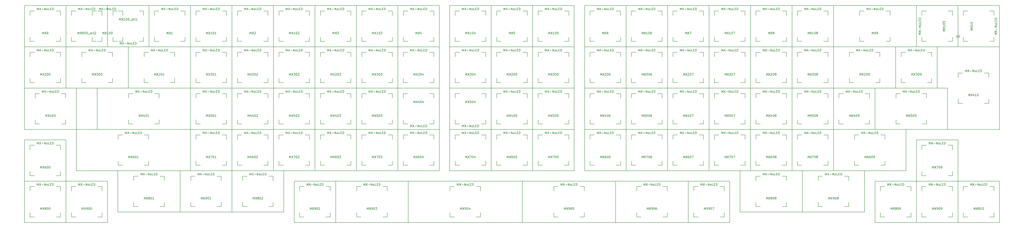
<source format=gbr>
%TF.GenerationSoftware,KiCad,Pcbnew,(5.1.6)-1*%
%TF.CreationDate,2020-07-09T10:57:16-04:00*%
%TF.ProjectId,railroad-keyboard-pcb-only,7261696c-726f-4616-942d-6b6579626f61,rev?*%
%TF.SameCoordinates,Original*%
%TF.FileFunction,OtherDrawing,Comment*%
%FSLAX46Y46*%
G04 Gerber Fmt 4.6, Leading zero omitted, Abs format (unit mm)*
G04 Created by KiCad (PCBNEW (5.1.6)-1) date 2020-07-09 10:57:16*
%MOMM*%
%LPD*%
G01*
G04 APERTURE LIST*
%ADD10C,0.150000*%
G04 APERTURE END LIST*
D10*
%TO.C,MX9*%
X395525000Y-240650000D02*
X397525000Y-240650000D01*
X397525000Y-240650000D02*
X397525000Y-242650000D01*
X395525000Y-254650000D02*
X397525000Y-254650000D01*
X397525000Y-254650000D02*
X397525000Y-252650000D01*
X383525000Y-252650000D02*
X383525000Y-254650000D01*
X383525000Y-254650000D02*
X385525000Y-254650000D01*
X385525000Y-240650000D02*
X383525000Y-240650000D01*
X383525000Y-240650000D02*
X383525000Y-242650000D01*
X371475000Y-238125000D02*
X409575000Y-238125000D01*
X409575000Y-238125000D02*
X409575000Y-257175000D01*
X371475000Y-257175000D02*
X409575000Y-257175000D01*
X371475000Y-257175000D02*
X371475000Y-238125000D01*
%TO.C,MX500_alt2*%
X19050000Y-257175000D02*
X19050000Y-238125000D01*
X38100000Y-257175000D02*
X19050000Y-257175000D01*
X38100000Y-238125000D02*
X38100000Y-257175000D01*
X19050000Y-238125000D02*
X38100000Y-238125000D01*
X21575000Y-240650000D02*
X21575000Y-242650000D01*
X23575000Y-240650000D02*
X21575000Y-240650000D01*
X21575000Y-254650000D02*
X23575000Y-254650000D01*
X21575000Y-252650000D02*
X21575000Y-254650000D01*
X35575000Y-254650000D02*
X35575000Y-252650000D01*
X33575000Y-254650000D02*
X35575000Y-254650000D01*
X35575000Y-240650000D02*
X35575000Y-242650000D01*
X33575000Y-240650000D02*
X35575000Y-240650000D01*
%TO.C,MX100_alt1*%
X57150000Y-238125000D02*
X57150000Y-257175000D01*
X38100000Y-238125000D02*
X57150000Y-238125000D01*
X38100000Y-257175000D02*
X38100000Y-238125000D01*
X57150000Y-257175000D02*
X38100000Y-257175000D01*
X54625000Y-254650000D02*
X54625000Y-252650000D01*
X52625000Y-254650000D02*
X54625000Y-254650000D01*
X54625000Y-240650000D02*
X52625000Y-240650000D01*
X54625000Y-242650000D02*
X54625000Y-240650000D01*
X40625000Y-240650000D02*
X40625000Y-242650000D01*
X42625000Y-240650000D02*
X40625000Y-240650000D01*
X40625000Y-254650000D02*
X40625000Y-252650000D01*
X42625000Y-254650000D02*
X40625000Y-254650000D01*
%TO.C,MX104*%
X209787500Y-240650000D02*
X211787500Y-240650000D01*
X211787500Y-240650000D02*
X211787500Y-242650000D01*
X209787500Y-254650000D02*
X211787500Y-254650000D01*
X211787500Y-254650000D02*
X211787500Y-252650000D01*
X197787500Y-252650000D02*
X197787500Y-254650000D01*
X197787500Y-254650000D02*
X199787500Y-254650000D01*
X199787500Y-240650000D02*
X197787500Y-240650000D01*
X197787500Y-240650000D02*
X197787500Y-242650000D01*
X195262500Y-238125000D02*
X214312500Y-238125000D01*
X214312500Y-238125000D02*
X214312500Y-257175000D01*
X214312500Y-257175000D02*
X195262500Y-257175000D01*
X195262500Y-257175000D02*
X195262500Y-238125000D01*
%TO.C,MX100*%
X43100000Y-240650000D02*
X45100000Y-240650000D01*
X45100000Y-240650000D02*
X45100000Y-242650000D01*
X43100000Y-254650000D02*
X45100000Y-254650000D01*
X45100000Y-254650000D02*
X45100000Y-252650000D01*
X31100000Y-252650000D02*
X31100000Y-254650000D01*
X31100000Y-254650000D02*
X33100000Y-254650000D01*
X33100000Y-240650000D02*
X31100000Y-240650000D01*
X31100000Y-240650000D02*
X31100000Y-242650000D01*
X19050000Y-238125000D02*
X57150000Y-238125000D01*
X57150000Y-238125000D02*
X57150000Y-257175000D01*
X19050000Y-257175000D02*
X57150000Y-257175000D01*
X19050000Y-257175000D02*
X19050000Y-238125000D01*
%TO.C,MX508*%
X366950000Y-278750000D02*
X368950000Y-278750000D01*
X368950000Y-278750000D02*
X368950000Y-280750000D01*
X366950000Y-292750000D02*
X368950000Y-292750000D01*
X368950000Y-292750000D02*
X368950000Y-290750000D01*
X354950000Y-290750000D02*
X354950000Y-292750000D01*
X354950000Y-292750000D02*
X356950000Y-292750000D01*
X356950000Y-278750000D02*
X354950000Y-278750000D01*
X354950000Y-278750000D02*
X354950000Y-280750000D01*
X352425000Y-276225000D02*
X371475000Y-276225000D01*
X371475000Y-276225000D02*
X371475000Y-295275000D01*
X371475000Y-295275000D02*
X352425000Y-295275000D01*
X352425000Y-295275000D02*
X352425000Y-276225000D01*
%TO.C,MX410*%
X423862500Y-295275000D02*
X423862500Y-276225000D01*
X423862500Y-276225000D02*
X419100000Y-276225000D01*
X440768750Y-269225000D02*
X442768750Y-269225000D01*
X442768750Y-269225000D02*
X442768750Y-271225000D01*
X440768750Y-283225000D02*
X442768750Y-283225000D01*
X442768750Y-283225000D02*
X442768750Y-281225000D01*
X428768750Y-281225000D02*
X428768750Y-283225000D01*
X428768750Y-283225000D02*
X430768750Y-283225000D01*
X430768750Y-269225000D02*
X428768750Y-269225000D01*
X428768750Y-269225000D02*
X428768750Y-271225000D01*
X419100000Y-257175000D02*
X447675000Y-257175000D01*
X447675000Y-257175000D02*
X447675000Y-295275000D01*
X423862500Y-295275000D02*
X447675000Y-295275000D01*
X419100000Y-257175000D02*
X419100000Y-276225000D01*
%TO.C,MX305*%
X247887500Y-259700000D02*
X249887500Y-259700000D01*
X249887500Y-259700000D02*
X249887500Y-261700000D01*
X247887500Y-273700000D02*
X249887500Y-273700000D01*
X249887500Y-273700000D02*
X249887500Y-271700000D01*
X235887500Y-271700000D02*
X235887500Y-273700000D01*
X235887500Y-273700000D02*
X237887500Y-273700000D01*
X237887500Y-259700000D02*
X235887500Y-259700000D01*
X235887500Y-259700000D02*
X235887500Y-261700000D01*
X233362500Y-257175000D02*
X252412500Y-257175000D01*
X252412500Y-257175000D02*
X252412500Y-276225000D01*
X252412500Y-276225000D02*
X233362500Y-276225000D01*
X233362500Y-276225000D02*
X233362500Y-257175000D01*
%TO.C,MX306*%
X290750000Y-259700000D02*
X292750000Y-259700000D01*
X292750000Y-259700000D02*
X292750000Y-261700000D01*
X290750000Y-273700000D02*
X292750000Y-273700000D01*
X292750000Y-273700000D02*
X292750000Y-271700000D01*
X278750000Y-271700000D02*
X278750000Y-273700000D01*
X278750000Y-273700000D02*
X280750000Y-273700000D01*
X280750000Y-259700000D02*
X278750000Y-259700000D01*
X278750000Y-259700000D02*
X278750000Y-261700000D01*
X276225000Y-257175000D02*
X295275000Y-257175000D01*
X295275000Y-257175000D02*
X295275000Y-276225000D01*
X295275000Y-276225000D02*
X276225000Y-276225000D01*
X276225000Y-276225000D02*
X276225000Y-257175000D01*
%TO.C,MX808*%
X347900000Y-316850000D02*
X349900000Y-316850000D01*
X349900000Y-316850000D02*
X349900000Y-318850000D01*
X347900000Y-330850000D02*
X349900000Y-330850000D01*
X349900000Y-330850000D02*
X349900000Y-328850000D01*
X335900000Y-328850000D02*
X335900000Y-330850000D01*
X335900000Y-330850000D02*
X337900000Y-330850000D01*
X337900000Y-316850000D02*
X335900000Y-316850000D01*
X335900000Y-316850000D02*
X335900000Y-318850000D01*
X328612500Y-314325000D02*
X357187500Y-314325000D01*
X357187500Y-314325000D02*
X357187500Y-333375000D01*
X328612500Y-333375000D02*
X357187500Y-333375000D01*
X328612500Y-333375000D02*
X328612500Y-314325000D01*
%TO.C,MX102*%
X128825000Y-240650000D02*
X130825000Y-240650000D01*
X130825000Y-240650000D02*
X130825000Y-242650000D01*
X128825000Y-254650000D02*
X130825000Y-254650000D01*
X130825000Y-254650000D02*
X130825000Y-252650000D01*
X116825000Y-252650000D02*
X116825000Y-254650000D01*
X116825000Y-254650000D02*
X118825000Y-254650000D01*
X118825000Y-240650000D02*
X116825000Y-240650000D01*
X116825000Y-240650000D02*
X116825000Y-242650000D01*
X114300000Y-238125000D02*
X133350000Y-238125000D01*
X133350000Y-238125000D02*
X133350000Y-257175000D01*
X133350000Y-257175000D02*
X114300000Y-257175000D01*
X114300000Y-257175000D02*
X114300000Y-238125000D01*
%TO.C,MX801*%
X62150000Y-316850000D02*
X64150000Y-316850000D01*
X64150000Y-316850000D02*
X64150000Y-318850000D01*
X62150000Y-330850000D02*
X64150000Y-330850000D01*
X64150000Y-330850000D02*
X64150000Y-328850000D01*
X50150000Y-328850000D02*
X50150000Y-330850000D01*
X50150000Y-330850000D02*
X52150000Y-330850000D01*
X52150000Y-316850000D02*
X50150000Y-316850000D01*
X50150000Y-316850000D02*
X50150000Y-318850000D01*
X42862500Y-314325000D02*
X71437500Y-314325000D01*
X71437500Y-314325000D02*
X71437500Y-333375000D01*
X42862500Y-333375000D02*
X71437500Y-333375000D01*
X42862500Y-333375000D02*
X42862500Y-314325000D01*
%TO.C,MX601*%
X55006250Y-297800000D02*
X57006250Y-297800000D01*
X57006250Y-297800000D02*
X57006250Y-299800000D01*
X55006250Y-311800000D02*
X57006250Y-311800000D01*
X57006250Y-311800000D02*
X57006250Y-309800000D01*
X43006250Y-309800000D02*
X43006250Y-311800000D01*
X43006250Y-311800000D02*
X45006250Y-311800000D01*
X45006250Y-297800000D02*
X43006250Y-297800000D01*
X43006250Y-297800000D02*
X43006250Y-299800000D01*
X23812500Y-295275000D02*
X76200000Y-295275000D01*
X76200000Y-295275000D02*
X76200000Y-314325000D01*
X23812500Y-314325000D02*
X76200000Y-314325000D01*
X23812500Y-314325000D02*
X23812500Y-295275000D01*
%TO.C,MX904*%
X207406250Y-321612500D02*
X209406250Y-321612500D01*
X209406250Y-321612500D02*
X209406250Y-323612500D01*
X207406250Y-335612500D02*
X209406250Y-335612500D01*
X209406250Y-335612500D02*
X209406250Y-333612500D01*
X195406250Y-333612500D02*
X195406250Y-335612500D01*
X195406250Y-335612500D02*
X197406250Y-335612500D01*
X197406250Y-321612500D02*
X195406250Y-321612500D01*
X195406250Y-321612500D02*
X195406250Y-323612500D01*
X176212500Y-319087500D02*
X228600000Y-319087500D01*
X228600000Y-319087500D02*
X228600000Y-338137500D01*
X176212500Y-338137500D02*
X228600000Y-338137500D01*
X176212500Y-338137500D02*
X176212500Y-319087500D01*
%TO.C,MX906*%
X293131250Y-321612500D02*
X295131250Y-321612500D01*
X295131250Y-321612500D02*
X295131250Y-323612500D01*
X293131250Y-335612500D02*
X295131250Y-335612500D01*
X295131250Y-335612500D02*
X295131250Y-333612500D01*
X281131250Y-333612500D02*
X281131250Y-335612500D01*
X281131250Y-335612500D02*
X283131250Y-335612500D01*
X283131250Y-321612500D02*
X281131250Y-321612500D01*
X281131250Y-321612500D02*
X281131250Y-323612500D01*
X271462500Y-319087500D02*
X304800000Y-319087500D01*
X304800000Y-319087500D02*
X304800000Y-338137500D01*
X271462500Y-338137500D02*
X304800000Y-338137500D01*
X271462500Y-338137500D02*
X271462500Y-319087500D01*
%TO.C,MX903*%
X164543750Y-321612500D02*
X166543750Y-321612500D01*
X166543750Y-321612500D02*
X166543750Y-323612500D01*
X164543750Y-335612500D02*
X166543750Y-335612500D01*
X166543750Y-335612500D02*
X166543750Y-333612500D01*
X152543750Y-333612500D02*
X152543750Y-335612500D01*
X152543750Y-335612500D02*
X154543750Y-335612500D01*
X154543750Y-321612500D02*
X152543750Y-321612500D01*
X152543750Y-321612500D02*
X152543750Y-323612500D01*
X142875000Y-319087500D02*
X176212500Y-319087500D01*
X176212500Y-319087500D02*
X176212500Y-338137500D01*
X142875000Y-338137500D02*
X176212500Y-338137500D01*
X142875000Y-338137500D02*
X142875000Y-319087500D01*
%TO.C,MX609*%
X393143750Y-297800000D02*
X395143750Y-297800000D01*
X395143750Y-297800000D02*
X395143750Y-299800000D01*
X393143750Y-311800000D02*
X395143750Y-311800000D01*
X395143750Y-311800000D02*
X395143750Y-309800000D01*
X381143750Y-309800000D02*
X381143750Y-311800000D01*
X381143750Y-311800000D02*
X383143750Y-311800000D01*
X383143750Y-297800000D02*
X381143750Y-297800000D01*
X381143750Y-297800000D02*
X381143750Y-299800000D01*
X371475000Y-295275000D02*
X404812500Y-295275000D01*
X404812500Y-295275000D02*
X404812500Y-314325000D01*
X371475000Y-314325000D02*
X404812500Y-314325000D01*
X371475000Y-314325000D02*
X371475000Y-295275000D01*
%TO.C,MX509*%
X412193750Y-278750000D02*
X414193750Y-278750000D01*
X414193750Y-278750000D02*
X414193750Y-280750000D01*
X412193750Y-292750000D02*
X414193750Y-292750000D01*
X414193750Y-292750000D02*
X414193750Y-290750000D01*
X400193750Y-290750000D02*
X400193750Y-292750000D01*
X400193750Y-292750000D02*
X402193750Y-292750000D01*
X402193750Y-278750000D02*
X400193750Y-278750000D01*
X400193750Y-278750000D02*
X400193750Y-280750000D01*
X390525000Y-276225000D02*
X423862500Y-276225000D01*
X423862500Y-276225000D02*
X423862500Y-295275000D01*
X390525000Y-295275000D02*
X423862500Y-295275000D01*
X390525000Y-295275000D02*
X390525000Y-276225000D01*
%TO.C,MX400*%
X16906250Y-278750000D02*
X18906250Y-278750000D01*
X18906250Y-278750000D02*
X18906250Y-280750000D01*
X16906250Y-292750000D02*
X18906250Y-292750000D01*
X18906250Y-292750000D02*
X18906250Y-290750000D01*
X4906250Y-290750000D02*
X4906250Y-292750000D01*
X4906250Y-292750000D02*
X6906250Y-292750000D01*
X6906250Y-278750000D02*
X4906250Y-278750000D01*
X4906250Y-278750000D02*
X4906250Y-280750000D01*
X0Y-276225000D02*
X23812500Y-276225000D01*
X23812500Y-276225000D02*
X23812500Y-295275000D01*
X0Y-295275000D02*
X23812500Y-295275000D01*
X0Y-295275000D02*
X0Y-276225000D01*
%TO.C,MX901*%
X88343750Y-316850000D02*
X90343750Y-316850000D01*
X90343750Y-316850000D02*
X90343750Y-318850000D01*
X88343750Y-330850000D02*
X90343750Y-330850000D01*
X90343750Y-330850000D02*
X90343750Y-328850000D01*
X76343750Y-328850000D02*
X76343750Y-330850000D01*
X76343750Y-330850000D02*
X78343750Y-330850000D01*
X78343750Y-316850000D02*
X76343750Y-316850000D01*
X76343750Y-316850000D02*
X76343750Y-318850000D01*
X71437500Y-314325000D02*
X95250000Y-314325000D01*
X95250000Y-314325000D02*
X95250000Y-333375000D01*
X71437500Y-333375000D02*
X95250000Y-333375000D01*
X71437500Y-333375000D02*
X71437500Y-314325000D01*
%TO.C,MX802*%
X112156250Y-316850000D02*
X114156250Y-316850000D01*
X114156250Y-316850000D02*
X114156250Y-318850000D01*
X112156250Y-330850000D02*
X114156250Y-330850000D01*
X114156250Y-330850000D02*
X114156250Y-328850000D01*
X100156250Y-328850000D02*
X100156250Y-330850000D01*
X100156250Y-330850000D02*
X102156250Y-330850000D01*
X102156250Y-316850000D02*
X100156250Y-316850000D01*
X100156250Y-316850000D02*
X100156250Y-318850000D01*
X95250000Y-314325000D02*
X119062500Y-314325000D01*
X119062500Y-314325000D02*
X119062500Y-333375000D01*
X95250000Y-333375000D02*
X119062500Y-333375000D01*
X95250000Y-333375000D02*
X95250000Y-314325000D01*
%TO.C,MX908*%
X376475000Y-316850000D02*
X378475000Y-316850000D01*
X378475000Y-316850000D02*
X378475000Y-318850000D01*
X376475000Y-330850000D02*
X378475000Y-330850000D01*
X378475000Y-330850000D02*
X378475000Y-328850000D01*
X364475000Y-328850000D02*
X364475000Y-330850000D01*
X364475000Y-330850000D02*
X366475000Y-330850000D01*
X366475000Y-316850000D02*
X364475000Y-316850000D01*
X364475000Y-316850000D02*
X364475000Y-318850000D01*
X357187500Y-314325000D02*
X385762500Y-314325000D01*
X385762500Y-314325000D02*
X385762500Y-333375000D01*
X357187500Y-333375000D02*
X385762500Y-333375000D01*
X357187500Y-333375000D02*
X357187500Y-314325000D01*
%TO.C,MX300*%
X38337500Y-259700000D02*
X40337500Y-259700000D01*
X40337500Y-259700000D02*
X40337500Y-261700000D01*
X38337500Y-273700000D02*
X40337500Y-273700000D01*
X40337500Y-273700000D02*
X40337500Y-271700000D01*
X26337500Y-271700000D02*
X26337500Y-273700000D01*
X26337500Y-273700000D02*
X28337500Y-273700000D01*
X28337500Y-259700000D02*
X26337500Y-259700000D01*
X26337500Y-259700000D02*
X26337500Y-261700000D01*
X19050000Y-257175000D02*
X47625000Y-257175000D01*
X47625000Y-257175000D02*
X47625000Y-276225000D01*
X19050000Y-276225000D02*
X47625000Y-276225000D01*
X19050000Y-276225000D02*
X19050000Y-257175000D01*
%TO.C,MX209*%
X390762500Y-259700000D02*
X392762500Y-259700000D01*
X392762500Y-259700000D02*
X392762500Y-261700000D01*
X390762500Y-273700000D02*
X392762500Y-273700000D01*
X392762500Y-273700000D02*
X392762500Y-271700000D01*
X378762500Y-271700000D02*
X378762500Y-273700000D01*
X378762500Y-273700000D02*
X380762500Y-273700000D01*
X380762500Y-259700000D02*
X378762500Y-259700000D01*
X378762500Y-259700000D02*
X378762500Y-261700000D01*
X371475000Y-257175000D02*
X400050000Y-257175000D01*
X400050000Y-257175000D02*
X400050000Y-276225000D01*
X371475000Y-276225000D02*
X400050000Y-276225000D01*
X371475000Y-276225000D02*
X371475000Y-257175000D01*
%TO.C,MX201*%
X66912500Y-259700000D02*
X68912500Y-259700000D01*
X68912500Y-259700000D02*
X68912500Y-261700000D01*
X66912500Y-273700000D02*
X68912500Y-273700000D01*
X68912500Y-273700000D02*
X68912500Y-271700000D01*
X54912500Y-271700000D02*
X54912500Y-273700000D01*
X54912500Y-273700000D02*
X56912500Y-273700000D01*
X56912500Y-259700000D02*
X54912500Y-259700000D01*
X54912500Y-259700000D02*
X54912500Y-261700000D01*
X47625000Y-257175000D02*
X76200000Y-257175000D01*
X76200000Y-257175000D02*
X76200000Y-276225000D01*
X47625000Y-276225000D02*
X76200000Y-276225000D01*
X47625000Y-276225000D02*
X47625000Y-257175000D01*
%TO.C,MX905*%
X255031250Y-321612500D02*
X257031250Y-321612500D01*
X257031250Y-321612500D02*
X257031250Y-323612500D01*
X255031250Y-335612500D02*
X257031250Y-335612500D01*
X257031250Y-335612500D02*
X257031250Y-333612500D01*
X243031250Y-333612500D02*
X243031250Y-335612500D01*
X243031250Y-335612500D02*
X245031250Y-335612500D01*
X245031250Y-321612500D02*
X243031250Y-321612500D01*
X243031250Y-321612500D02*
X243031250Y-323612500D01*
X228600000Y-319087500D02*
X271462500Y-319087500D01*
X271462500Y-319087500D02*
X271462500Y-338137500D01*
X228600000Y-338137500D02*
X271462500Y-338137500D01*
X228600000Y-338137500D02*
X228600000Y-319087500D01*
%TO.C,MX401*%
X59768750Y-278750000D02*
X61768750Y-278750000D01*
X61768750Y-278750000D02*
X61768750Y-280750000D01*
X59768750Y-292750000D02*
X61768750Y-292750000D01*
X61768750Y-292750000D02*
X61768750Y-290750000D01*
X47768750Y-290750000D02*
X47768750Y-292750000D01*
X47768750Y-292750000D02*
X49768750Y-292750000D01*
X49768750Y-278750000D02*
X47768750Y-278750000D01*
X47768750Y-278750000D02*
X47768750Y-280750000D01*
X33337500Y-276225000D02*
X76200000Y-276225000D01*
X76200000Y-276225000D02*
X76200000Y-295275000D01*
X33337500Y-295275000D02*
X76200000Y-295275000D01*
X33337500Y-295275000D02*
X33337500Y-276225000D01*
%TO.C,MX602*%
X109775000Y-297800000D02*
X111775000Y-297800000D01*
X111775000Y-297800000D02*
X111775000Y-299800000D01*
X109775000Y-311800000D02*
X111775000Y-311800000D01*
X111775000Y-311800000D02*
X111775000Y-309800000D01*
X97775000Y-309800000D02*
X97775000Y-311800000D01*
X97775000Y-311800000D02*
X99775000Y-311800000D01*
X99775000Y-297800000D02*
X97775000Y-297800000D01*
X97775000Y-297800000D02*
X97775000Y-299800000D01*
X95250000Y-295275000D02*
X114300000Y-295275000D01*
X114300000Y-295275000D02*
X114300000Y-314325000D01*
X114300000Y-314325000D02*
X95250000Y-314325000D01*
X95250000Y-314325000D02*
X95250000Y-295275000D01*
%TO.C,MX702*%
X128825000Y-297800000D02*
X130825000Y-297800000D01*
X130825000Y-297800000D02*
X130825000Y-299800000D01*
X128825000Y-311800000D02*
X130825000Y-311800000D01*
X130825000Y-311800000D02*
X130825000Y-309800000D01*
X116825000Y-309800000D02*
X116825000Y-311800000D01*
X116825000Y-311800000D02*
X118825000Y-311800000D01*
X118825000Y-297800000D02*
X116825000Y-297800000D01*
X116825000Y-297800000D02*
X116825000Y-299800000D01*
X114300000Y-295275000D02*
X133350000Y-295275000D01*
X133350000Y-295275000D02*
X133350000Y-314325000D01*
X133350000Y-314325000D02*
X114300000Y-314325000D01*
X114300000Y-314325000D02*
X114300000Y-295275000D01*
%TO.C,MX502*%
X128825000Y-278750000D02*
X130825000Y-278750000D01*
X130825000Y-278750000D02*
X130825000Y-280750000D01*
X128825000Y-292750000D02*
X130825000Y-292750000D01*
X130825000Y-292750000D02*
X130825000Y-290750000D01*
X116825000Y-290750000D02*
X116825000Y-292750000D01*
X116825000Y-292750000D02*
X118825000Y-292750000D01*
X118825000Y-278750000D02*
X116825000Y-278750000D01*
X116825000Y-278750000D02*
X116825000Y-280750000D01*
X114300000Y-276225000D02*
X133350000Y-276225000D01*
X133350000Y-276225000D02*
X133350000Y-295275000D01*
X133350000Y-295275000D02*
X114300000Y-295275000D01*
X114300000Y-295275000D02*
X114300000Y-276225000D01*
%TO.C,MX909*%
X424100000Y-321612500D02*
X426100000Y-321612500D01*
X426100000Y-321612500D02*
X426100000Y-323612500D01*
X424100000Y-335612500D02*
X426100000Y-335612500D01*
X426100000Y-335612500D02*
X426100000Y-333612500D01*
X412100000Y-333612500D02*
X412100000Y-335612500D01*
X412100000Y-335612500D02*
X414100000Y-335612500D01*
X414100000Y-321612500D02*
X412100000Y-321612500D01*
X412100000Y-321612500D02*
X412100000Y-323612500D01*
X409575000Y-319087500D02*
X428625000Y-319087500D01*
X428625000Y-319087500D02*
X428625000Y-338137500D01*
X428625000Y-338137500D02*
X409575000Y-338137500D01*
X409575000Y-338137500D02*
X409575000Y-319087500D01*
%TO.C,MX907*%
X319325000Y-321612500D02*
X321325000Y-321612500D01*
X321325000Y-321612500D02*
X321325000Y-323612500D01*
X319325000Y-335612500D02*
X321325000Y-335612500D01*
X321325000Y-335612500D02*
X321325000Y-333612500D01*
X307325000Y-333612500D02*
X307325000Y-335612500D01*
X307325000Y-335612500D02*
X309325000Y-335612500D01*
X309325000Y-321612500D02*
X307325000Y-321612500D01*
X307325000Y-321612500D02*
X307325000Y-323612500D01*
X304800000Y-319087500D02*
X323850000Y-319087500D01*
X323850000Y-319087500D02*
X323850000Y-338137500D01*
X323850000Y-338137500D02*
X304800000Y-338137500D01*
X304800000Y-338137500D02*
X304800000Y-319087500D01*
%TO.C,MX902*%
X138350000Y-321612500D02*
X140350000Y-321612500D01*
X140350000Y-321612500D02*
X140350000Y-323612500D01*
X138350000Y-335612500D02*
X140350000Y-335612500D01*
X140350000Y-335612500D02*
X140350000Y-333612500D01*
X126350000Y-333612500D02*
X126350000Y-335612500D01*
X126350000Y-335612500D02*
X128350000Y-335612500D01*
X128350000Y-321612500D02*
X126350000Y-321612500D01*
X126350000Y-321612500D02*
X126350000Y-323612500D01*
X123825000Y-319087500D02*
X142875000Y-319087500D01*
X142875000Y-319087500D02*
X142875000Y-338137500D01*
X142875000Y-338137500D02*
X123825000Y-338137500D01*
X123825000Y-338137500D02*
X123825000Y-319087500D01*
%TO.C,MX900*%
X33575000Y-321612500D02*
X35575000Y-321612500D01*
X35575000Y-321612500D02*
X35575000Y-323612500D01*
X33575000Y-335612500D02*
X35575000Y-335612500D01*
X35575000Y-335612500D02*
X35575000Y-333612500D01*
X21575000Y-333612500D02*
X21575000Y-335612500D01*
X21575000Y-335612500D02*
X23575000Y-335612500D01*
X23575000Y-321612500D02*
X21575000Y-321612500D01*
X21575000Y-321612500D02*
X21575000Y-323612500D01*
X19050000Y-319087500D02*
X38100000Y-319087500D01*
X38100000Y-319087500D02*
X38100000Y-338137500D01*
X38100000Y-338137500D02*
X19050000Y-338137500D01*
X19050000Y-338137500D02*
X19050000Y-319087500D01*
%TO.C,MX810*%
X443150000Y-321612500D02*
X445150000Y-321612500D01*
X445150000Y-321612500D02*
X445150000Y-323612500D01*
X443150000Y-335612500D02*
X445150000Y-335612500D01*
X445150000Y-335612500D02*
X445150000Y-333612500D01*
X431150000Y-333612500D02*
X431150000Y-335612500D01*
X431150000Y-335612500D02*
X433150000Y-335612500D01*
X433150000Y-321612500D02*
X431150000Y-321612500D01*
X431150000Y-321612500D02*
X431150000Y-323612500D01*
X428625000Y-319087500D02*
X447675000Y-319087500D01*
X447675000Y-319087500D02*
X447675000Y-338137500D01*
X447675000Y-338137500D02*
X428625000Y-338137500D01*
X428625000Y-338137500D02*
X428625000Y-319087500D01*
%TO.C,MX809*%
X405050000Y-321612500D02*
X407050000Y-321612500D01*
X407050000Y-321612500D02*
X407050000Y-323612500D01*
X405050000Y-335612500D02*
X407050000Y-335612500D01*
X407050000Y-335612500D02*
X407050000Y-333612500D01*
X393050000Y-333612500D02*
X393050000Y-335612500D01*
X393050000Y-335612500D02*
X395050000Y-335612500D01*
X395050000Y-321612500D02*
X393050000Y-321612500D01*
X393050000Y-321612500D02*
X393050000Y-323612500D01*
X390525000Y-319087500D02*
X409575000Y-319087500D01*
X409575000Y-319087500D02*
X409575000Y-338137500D01*
X409575000Y-338137500D02*
X390525000Y-338137500D01*
X390525000Y-338137500D02*
X390525000Y-319087500D01*
%TO.C,MX800*%
X14525000Y-321612500D02*
X16525000Y-321612500D01*
X16525000Y-321612500D02*
X16525000Y-323612500D01*
X14525000Y-335612500D02*
X16525000Y-335612500D01*
X16525000Y-335612500D02*
X16525000Y-333612500D01*
X2525000Y-333612500D02*
X2525000Y-335612500D01*
X2525000Y-335612500D02*
X4525000Y-335612500D01*
X4525000Y-321612500D02*
X2525000Y-321612500D01*
X2525000Y-321612500D02*
X2525000Y-323612500D01*
X0Y-319087500D02*
X19050000Y-319087500D01*
X19050000Y-319087500D02*
X19050000Y-338137500D01*
X19050000Y-338137500D02*
X0Y-338137500D01*
X0Y-338137500D02*
X0Y-319087500D01*
%TO.C,MX709*%
X424100000Y-302562500D02*
X426100000Y-302562500D01*
X426100000Y-302562500D02*
X426100000Y-304562500D01*
X424100000Y-316562500D02*
X426100000Y-316562500D01*
X426100000Y-316562500D02*
X426100000Y-314562500D01*
X412100000Y-314562500D02*
X412100000Y-316562500D01*
X412100000Y-316562500D02*
X414100000Y-316562500D01*
X414100000Y-302562500D02*
X412100000Y-302562500D01*
X412100000Y-302562500D02*
X412100000Y-304562500D01*
X409575000Y-300037500D02*
X428625000Y-300037500D01*
X428625000Y-300037500D02*
X428625000Y-319087500D01*
X428625000Y-319087500D02*
X409575000Y-319087500D01*
X409575000Y-319087500D02*
X409575000Y-300037500D01*
%TO.C,MX708*%
X366950000Y-297800000D02*
X368950000Y-297800000D01*
X368950000Y-297800000D02*
X368950000Y-299800000D01*
X366950000Y-311800000D02*
X368950000Y-311800000D01*
X368950000Y-311800000D02*
X368950000Y-309800000D01*
X354950000Y-309800000D02*
X354950000Y-311800000D01*
X354950000Y-311800000D02*
X356950000Y-311800000D01*
X356950000Y-297800000D02*
X354950000Y-297800000D01*
X354950000Y-297800000D02*
X354950000Y-299800000D01*
X352425000Y-295275000D02*
X371475000Y-295275000D01*
X371475000Y-295275000D02*
X371475000Y-314325000D01*
X371475000Y-314325000D02*
X352425000Y-314325000D01*
X352425000Y-314325000D02*
X352425000Y-295275000D01*
%TO.C,MX707*%
X328850000Y-297800000D02*
X330850000Y-297800000D01*
X330850000Y-297800000D02*
X330850000Y-299800000D01*
X328850000Y-311800000D02*
X330850000Y-311800000D01*
X330850000Y-311800000D02*
X330850000Y-309800000D01*
X316850000Y-309800000D02*
X316850000Y-311800000D01*
X316850000Y-311800000D02*
X318850000Y-311800000D01*
X318850000Y-297800000D02*
X316850000Y-297800000D01*
X316850000Y-297800000D02*
X316850000Y-299800000D01*
X314325000Y-295275000D02*
X333375000Y-295275000D01*
X333375000Y-295275000D02*
X333375000Y-314325000D01*
X333375000Y-314325000D02*
X314325000Y-314325000D01*
X314325000Y-314325000D02*
X314325000Y-295275000D01*
%TO.C,MX706*%
X290750000Y-297800000D02*
X292750000Y-297800000D01*
X292750000Y-297800000D02*
X292750000Y-299800000D01*
X290750000Y-311800000D02*
X292750000Y-311800000D01*
X292750000Y-311800000D02*
X292750000Y-309800000D01*
X278750000Y-309800000D02*
X278750000Y-311800000D01*
X278750000Y-311800000D02*
X280750000Y-311800000D01*
X280750000Y-297800000D02*
X278750000Y-297800000D01*
X278750000Y-297800000D02*
X278750000Y-299800000D01*
X276225000Y-295275000D02*
X295275000Y-295275000D01*
X295275000Y-295275000D02*
X295275000Y-314325000D01*
X295275000Y-314325000D02*
X276225000Y-314325000D01*
X276225000Y-314325000D02*
X276225000Y-295275000D01*
%TO.C,MX705*%
X247887500Y-297800000D02*
X249887500Y-297800000D01*
X249887500Y-297800000D02*
X249887500Y-299800000D01*
X247887500Y-311800000D02*
X249887500Y-311800000D01*
X249887500Y-311800000D02*
X249887500Y-309800000D01*
X235887500Y-309800000D02*
X235887500Y-311800000D01*
X235887500Y-311800000D02*
X237887500Y-311800000D01*
X237887500Y-297800000D02*
X235887500Y-297800000D01*
X235887500Y-297800000D02*
X235887500Y-299800000D01*
X233362500Y-295275000D02*
X252412500Y-295275000D01*
X252412500Y-295275000D02*
X252412500Y-314325000D01*
X252412500Y-314325000D02*
X233362500Y-314325000D01*
X233362500Y-314325000D02*
X233362500Y-295275000D01*
%TO.C,MX704*%
X209787500Y-297800000D02*
X211787500Y-297800000D01*
X211787500Y-297800000D02*
X211787500Y-299800000D01*
X209787500Y-311800000D02*
X211787500Y-311800000D01*
X211787500Y-311800000D02*
X211787500Y-309800000D01*
X197787500Y-309800000D02*
X197787500Y-311800000D01*
X197787500Y-311800000D02*
X199787500Y-311800000D01*
X199787500Y-297800000D02*
X197787500Y-297800000D01*
X197787500Y-297800000D02*
X197787500Y-299800000D01*
X195262500Y-295275000D02*
X214312500Y-295275000D01*
X214312500Y-295275000D02*
X214312500Y-314325000D01*
X214312500Y-314325000D02*
X195262500Y-314325000D01*
X195262500Y-314325000D02*
X195262500Y-295275000D01*
%TO.C,MX703*%
X166925000Y-297800000D02*
X168925000Y-297800000D01*
X168925000Y-297800000D02*
X168925000Y-299800000D01*
X166925000Y-311800000D02*
X168925000Y-311800000D01*
X168925000Y-311800000D02*
X168925000Y-309800000D01*
X154925000Y-309800000D02*
X154925000Y-311800000D01*
X154925000Y-311800000D02*
X156925000Y-311800000D01*
X156925000Y-297800000D02*
X154925000Y-297800000D01*
X154925000Y-297800000D02*
X154925000Y-299800000D01*
X152400000Y-295275000D02*
X171450000Y-295275000D01*
X171450000Y-295275000D02*
X171450000Y-314325000D01*
X171450000Y-314325000D02*
X152400000Y-314325000D01*
X152400000Y-314325000D02*
X152400000Y-295275000D01*
%TO.C,MX701*%
X90725000Y-297800000D02*
X92725000Y-297800000D01*
X92725000Y-297800000D02*
X92725000Y-299800000D01*
X90725000Y-311800000D02*
X92725000Y-311800000D01*
X92725000Y-311800000D02*
X92725000Y-309800000D01*
X78725000Y-309800000D02*
X78725000Y-311800000D01*
X78725000Y-311800000D02*
X80725000Y-311800000D01*
X80725000Y-297800000D02*
X78725000Y-297800000D01*
X78725000Y-297800000D02*
X78725000Y-299800000D01*
X76200000Y-295275000D02*
X95250000Y-295275000D01*
X95250000Y-295275000D02*
X95250000Y-314325000D01*
X95250000Y-314325000D02*
X76200000Y-314325000D01*
X76200000Y-314325000D02*
X76200000Y-295275000D01*
%TO.C,MX608*%
X347900000Y-297800000D02*
X349900000Y-297800000D01*
X349900000Y-297800000D02*
X349900000Y-299800000D01*
X347900000Y-311800000D02*
X349900000Y-311800000D01*
X349900000Y-311800000D02*
X349900000Y-309800000D01*
X335900000Y-309800000D02*
X335900000Y-311800000D01*
X335900000Y-311800000D02*
X337900000Y-311800000D01*
X337900000Y-297800000D02*
X335900000Y-297800000D01*
X335900000Y-297800000D02*
X335900000Y-299800000D01*
X333375000Y-295275000D02*
X352425000Y-295275000D01*
X352425000Y-295275000D02*
X352425000Y-314325000D01*
X352425000Y-314325000D02*
X333375000Y-314325000D01*
X333375000Y-314325000D02*
X333375000Y-295275000D01*
%TO.C,MX607*%
X309800000Y-297800000D02*
X311800000Y-297800000D01*
X311800000Y-297800000D02*
X311800000Y-299800000D01*
X309800000Y-311800000D02*
X311800000Y-311800000D01*
X311800000Y-311800000D02*
X311800000Y-309800000D01*
X297800000Y-309800000D02*
X297800000Y-311800000D01*
X297800000Y-311800000D02*
X299800000Y-311800000D01*
X299800000Y-297800000D02*
X297800000Y-297800000D01*
X297800000Y-297800000D02*
X297800000Y-299800000D01*
X295275000Y-295275000D02*
X314325000Y-295275000D01*
X314325000Y-295275000D02*
X314325000Y-314325000D01*
X314325000Y-314325000D02*
X295275000Y-314325000D01*
X295275000Y-314325000D02*
X295275000Y-295275000D01*
%TO.C,MX606*%
X271700000Y-297800000D02*
X273700000Y-297800000D01*
X273700000Y-297800000D02*
X273700000Y-299800000D01*
X271700000Y-311800000D02*
X273700000Y-311800000D01*
X273700000Y-311800000D02*
X273700000Y-309800000D01*
X259700000Y-309800000D02*
X259700000Y-311800000D01*
X259700000Y-311800000D02*
X261700000Y-311800000D01*
X261700000Y-297800000D02*
X259700000Y-297800000D01*
X259700000Y-297800000D02*
X259700000Y-299800000D01*
X257175000Y-295275000D02*
X276225000Y-295275000D01*
X276225000Y-295275000D02*
X276225000Y-314325000D01*
X276225000Y-314325000D02*
X257175000Y-314325000D01*
X257175000Y-314325000D02*
X257175000Y-295275000D01*
%TO.C,MX605*%
X228837500Y-297800000D02*
X230837500Y-297800000D01*
X230837500Y-297800000D02*
X230837500Y-299800000D01*
X228837500Y-311800000D02*
X230837500Y-311800000D01*
X230837500Y-311800000D02*
X230837500Y-309800000D01*
X216837500Y-309800000D02*
X216837500Y-311800000D01*
X216837500Y-311800000D02*
X218837500Y-311800000D01*
X218837500Y-297800000D02*
X216837500Y-297800000D01*
X216837500Y-297800000D02*
X216837500Y-299800000D01*
X214312500Y-295275000D02*
X233362500Y-295275000D01*
X233362500Y-295275000D02*
X233362500Y-314325000D01*
X233362500Y-314325000D02*
X214312500Y-314325000D01*
X214312500Y-314325000D02*
X214312500Y-295275000D01*
%TO.C,MX604*%
X185975000Y-297800000D02*
X187975000Y-297800000D01*
X187975000Y-297800000D02*
X187975000Y-299800000D01*
X185975000Y-311800000D02*
X187975000Y-311800000D01*
X187975000Y-311800000D02*
X187975000Y-309800000D01*
X173975000Y-309800000D02*
X173975000Y-311800000D01*
X173975000Y-311800000D02*
X175975000Y-311800000D01*
X175975000Y-297800000D02*
X173975000Y-297800000D01*
X173975000Y-297800000D02*
X173975000Y-299800000D01*
X171450000Y-295275000D02*
X190500000Y-295275000D01*
X190500000Y-295275000D02*
X190500000Y-314325000D01*
X190500000Y-314325000D02*
X171450000Y-314325000D01*
X171450000Y-314325000D02*
X171450000Y-295275000D01*
%TO.C,MX603*%
X147875000Y-297800000D02*
X149875000Y-297800000D01*
X149875000Y-297800000D02*
X149875000Y-299800000D01*
X147875000Y-311800000D02*
X149875000Y-311800000D01*
X149875000Y-311800000D02*
X149875000Y-309800000D01*
X135875000Y-309800000D02*
X135875000Y-311800000D01*
X135875000Y-311800000D02*
X137875000Y-311800000D01*
X137875000Y-297800000D02*
X135875000Y-297800000D01*
X135875000Y-297800000D02*
X135875000Y-299800000D01*
X133350000Y-295275000D02*
X152400000Y-295275000D01*
X152400000Y-295275000D02*
X152400000Y-314325000D01*
X152400000Y-314325000D02*
X133350000Y-314325000D01*
X133350000Y-314325000D02*
X133350000Y-295275000D01*
%TO.C,MX600*%
X14525000Y-302562500D02*
X16525000Y-302562500D01*
X16525000Y-302562500D02*
X16525000Y-304562500D01*
X14525000Y-316562500D02*
X16525000Y-316562500D01*
X16525000Y-316562500D02*
X16525000Y-314562500D01*
X2525000Y-314562500D02*
X2525000Y-316562500D01*
X2525000Y-316562500D02*
X4525000Y-316562500D01*
X4525000Y-302562500D02*
X2525000Y-302562500D01*
X2525000Y-302562500D02*
X2525000Y-304562500D01*
X0Y-300037500D02*
X19050000Y-300037500D01*
X19050000Y-300037500D02*
X19050000Y-319087500D01*
X19050000Y-319087500D02*
X0Y-319087500D01*
X0Y-319087500D02*
X0Y-300037500D01*
%TO.C,MX507*%
X328850000Y-278750000D02*
X330850000Y-278750000D01*
X330850000Y-278750000D02*
X330850000Y-280750000D01*
X328850000Y-292750000D02*
X330850000Y-292750000D01*
X330850000Y-292750000D02*
X330850000Y-290750000D01*
X316850000Y-290750000D02*
X316850000Y-292750000D01*
X316850000Y-292750000D02*
X318850000Y-292750000D01*
X318850000Y-278750000D02*
X316850000Y-278750000D01*
X316850000Y-278750000D02*
X316850000Y-280750000D01*
X314325000Y-276225000D02*
X333375000Y-276225000D01*
X333375000Y-276225000D02*
X333375000Y-295275000D01*
X333375000Y-295275000D02*
X314325000Y-295275000D01*
X314325000Y-295275000D02*
X314325000Y-276225000D01*
%TO.C,MX506*%
X290750000Y-278750000D02*
X292750000Y-278750000D01*
X292750000Y-278750000D02*
X292750000Y-280750000D01*
X290750000Y-292750000D02*
X292750000Y-292750000D01*
X292750000Y-292750000D02*
X292750000Y-290750000D01*
X278750000Y-290750000D02*
X278750000Y-292750000D01*
X278750000Y-292750000D02*
X280750000Y-292750000D01*
X280750000Y-278750000D02*
X278750000Y-278750000D01*
X278750000Y-278750000D02*
X278750000Y-280750000D01*
X276225000Y-276225000D02*
X295275000Y-276225000D01*
X295275000Y-276225000D02*
X295275000Y-295275000D01*
X295275000Y-295275000D02*
X276225000Y-295275000D01*
X276225000Y-295275000D02*
X276225000Y-276225000D01*
%TO.C,MX505*%
X247887500Y-278750000D02*
X249887500Y-278750000D01*
X249887500Y-278750000D02*
X249887500Y-280750000D01*
X247887500Y-292750000D02*
X249887500Y-292750000D01*
X249887500Y-292750000D02*
X249887500Y-290750000D01*
X235887500Y-290750000D02*
X235887500Y-292750000D01*
X235887500Y-292750000D02*
X237887500Y-292750000D01*
X237887500Y-278750000D02*
X235887500Y-278750000D01*
X235887500Y-278750000D02*
X235887500Y-280750000D01*
X233362500Y-276225000D02*
X252412500Y-276225000D01*
X252412500Y-276225000D02*
X252412500Y-295275000D01*
X252412500Y-295275000D02*
X233362500Y-295275000D01*
X233362500Y-295275000D02*
X233362500Y-276225000D01*
%TO.C,MX504*%
X199787500Y-292750000D02*
X197787500Y-292750000D01*
X197787500Y-292750000D02*
X197787500Y-290750000D01*
X199787500Y-278750000D02*
X197787500Y-278750000D01*
X197787500Y-278750000D02*
X197787500Y-280750000D01*
X211787500Y-280750000D02*
X211787500Y-278750000D01*
X211787500Y-278750000D02*
X209787500Y-278750000D01*
X209787500Y-292750000D02*
X211787500Y-292750000D01*
X211787500Y-292750000D02*
X211787500Y-290750000D01*
X214312500Y-295275000D02*
X195262500Y-295275000D01*
X195262500Y-295275000D02*
X195262500Y-276225000D01*
X195262500Y-276225000D02*
X214312500Y-276225000D01*
X214312500Y-276225000D02*
X214312500Y-295275000D01*
%TO.C,MX503*%
X166925000Y-278750000D02*
X168925000Y-278750000D01*
X168925000Y-278750000D02*
X168925000Y-280750000D01*
X166925000Y-292750000D02*
X168925000Y-292750000D01*
X168925000Y-292750000D02*
X168925000Y-290750000D01*
X154925000Y-290750000D02*
X154925000Y-292750000D01*
X154925000Y-292750000D02*
X156925000Y-292750000D01*
X156925000Y-278750000D02*
X154925000Y-278750000D01*
X154925000Y-278750000D02*
X154925000Y-280750000D01*
X152400000Y-276225000D02*
X171450000Y-276225000D01*
X171450000Y-276225000D02*
X171450000Y-295275000D01*
X171450000Y-295275000D02*
X152400000Y-295275000D01*
X152400000Y-295275000D02*
X152400000Y-276225000D01*
%TO.C,MX501*%
X90725000Y-278750000D02*
X92725000Y-278750000D01*
X92725000Y-278750000D02*
X92725000Y-280750000D01*
X90725000Y-292750000D02*
X92725000Y-292750000D01*
X92725000Y-292750000D02*
X92725000Y-290750000D01*
X78725000Y-290750000D02*
X78725000Y-292750000D01*
X78725000Y-292750000D02*
X80725000Y-292750000D01*
X80725000Y-278750000D02*
X78725000Y-278750000D01*
X78725000Y-278750000D02*
X78725000Y-280750000D01*
X76200000Y-276225000D02*
X95250000Y-276225000D01*
X95250000Y-276225000D02*
X95250000Y-295275000D01*
X95250000Y-295275000D02*
X76200000Y-295275000D01*
X76200000Y-295275000D02*
X76200000Y-276225000D01*
%TO.C,MX409*%
X386000000Y-278750000D02*
X388000000Y-278750000D01*
X388000000Y-278750000D02*
X388000000Y-280750000D01*
X386000000Y-292750000D02*
X388000000Y-292750000D01*
X388000000Y-292750000D02*
X388000000Y-290750000D01*
X374000000Y-290750000D02*
X374000000Y-292750000D01*
X374000000Y-292750000D02*
X376000000Y-292750000D01*
X376000000Y-278750000D02*
X374000000Y-278750000D01*
X374000000Y-278750000D02*
X374000000Y-280750000D01*
X371475000Y-276225000D02*
X390525000Y-276225000D01*
X390525000Y-276225000D02*
X390525000Y-295275000D01*
X390525000Y-295275000D02*
X371475000Y-295275000D01*
X371475000Y-295275000D02*
X371475000Y-276225000D01*
%TO.C,MX408*%
X347900000Y-278750000D02*
X349900000Y-278750000D01*
X349900000Y-278750000D02*
X349900000Y-280750000D01*
X347900000Y-292750000D02*
X349900000Y-292750000D01*
X349900000Y-292750000D02*
X349900000Y-290750000D01*
X335900000Y-290750000D02*
X335900000Y-292750000D01*
X335900000Y-292750000D02*
X337900000Y-292750000D01*
X337900000Y-278750000D02*
X335900000Y-278750000D01*
X335900000Y-278750000D02*
X335900000Y-280750000D01*
X333375000Y-276225000D02*
X352425000Y-276225000D01*
X352425000Y-276225000D02*
X352425000Y-295275000D01*
X352425000Y-295275000D02*
X333375000Y-295275000D01*
X333375000Y-295275000D02*
X333375000Y-276225000D01*
%TO.C,MX407*%
X309800000Y-278750000D02*
X311800000Y-278750000D01*
X311800000Y-278750000D02*
X311800000Y-280750000D01*
X309800000Y-292750000D02*
X311800000Y-292750000D01*
X311800000Y-292750000D02*
X311800000Y-290750000D01*
X297800000Y-290750000D02*
X297800000Y-292750000D01*
X297800000Y-292750000D02*
X299800000Y-292750000D01*
X299800000Y-278750000D02*
X297800000Y-278750000D01*
X297800000Y-278750000D02*
X297800000Y-280750000D01*
X295275000Y-276225000D02*
X314325000Y-276225000D01*
X314325000Y-276225000D02*
X314325000Y-295275000D01*
X314325000Y-295275000D02*
X295275000Y-295275000D01*
X295275000Y-295275000D02*
X295275000Y-276225000D01*
%TO.C,MX406*%
X271700000Y-278750000D02*
X273700000Y-278750000D01*
X273700000Y-278750000D02*
X273700000Y-280750000D01*
X271700000Y-292750000D02*
X273700000Y-292750000D01*
X273700000Y-292750000D02*
X273700000Y-290750000D01*
X259700000Y-290750000D02*
X259700000Y-292750000D01*
X259700000Y-292750000D02*
X261700000Y-292750000D01*
X261700000Y-278750000D02*
X259700000Y-278750000D01*
X259700000Y-278750000D02*
X259700000Y-280750000D01*
X257175000Y-276225000D02*
X276225000Y-276225000D01*
X276225000Y-276225000D02*
X276225000Y-295275000D01*
X276225000Y-295275000D02*
X257175000Y-295275000D01*
X257175000Y-295275000D02*
X257175000Y-276225000D01*
%TO.C,MX405*%
X228837500Y-278750000D02*
X230837500Y-278750000D01*
X230837500Y-278750000D02*
X230837500Y-280750000D01*
X228837500Y-292750000D02*
X230837500Y-292750000D01*
X230837500Y-292750000D02*
X230837500Y-290750000D01*
X216837500Y-290750000D02*
X216837500Y-292750000D01*
X216837500Y-292750000D02*
X218837500Y-292750000D01*
X218837500Y-278750000D02*
X216837500Y-278750000D01*
X216837500Y-278750000D02*
X216837500Y-280750000D01*
X214312500Y-276225000D02*
X233362500Y-276225000D01*
X233362500Y-276225000D02*
X233362500Y-295275000D01*
X233362500Y-295275000D02*
X214312500Y-295275000D01*
X214312500Y-295275000D02*
X214312500Y-276225000D01*
%TO.C,MX404*%
X175975000Y-292750000D02*
X173975000Y-292750000D01*
X173975000Y-292750000D02*
X173975000Y-290750000D01*
X175975000Y-278750000D02*
X173975000Y-278750000D01*
X173975000Y-278750000D02*
X173975000Y-280750000D01*
X187975000Y-280750000D02*
X187975000Y-278750000D01*
X187975000Y-278750000D02*
X185975000Y-278750000D01*
X185975000Y-292750000D02*
X187975000Y-292750000D01*
X187975000Y-292750000D02*
X187975000Y-290750000D01*
X190500000Y-295275000D02*
X171450000Y-295275000D01*
X171450000Y-295275000D02*
X171450000Y-276225000D01*
X171450000Y-276225000D02*
X190500000Y-276225000D01*
X190500000Y-276225000D02*
X190500000Y-295275000D01*
%TO.C,MX403*%
X147875000Y-278750000D02*
X149875000Y-278750000D01*
X149875000Y-278750000D02*
X149875000Y-280750000D01*
X147875000Y-292750000D02*
X149875000Y-292750000D01*
X149875000Y-292750000D02*
X149875000Y-290750000D01*
X135875000Y-290750000D02*
X135875000Y-292750000D01*
X135875000Y-292750000D02*
X137875000Y-292750000D01*
X137875000Y-278750000D02*
X135875000Y-278750000D01*
X135875000Y-278750000D02*
X135875000Y-280750000D01*
X133350000Y-276225000D02*
X152400000Y-276225000D01*
X152400000Y-276225000D02*
X152400000Y-295275000D01*
X152400000Y-295275000D02*
X133350000Y-295275000D01*
X133350000Y-295275000D02*
X133350000Y-276225000D01*
%TO.C,MX402*%
X109775000Y-278750000D02*
X111775000Y-278750000D01*
X111775000Y-278750000D02*
X111775000Y-280750000D01*
X109775000Y-292750000D02*
X111775000Y-292750000D01*
X111775000Y-292750000D02*
X111775000Y-290750000D01*
X97775000Y-290750000D02*
X97775000Y-292750000D01*
X97775000Y-292750000D02*
X99775000Y-292750000D01*
X99775000Y-278750000D02*
X97775000Y-278750000D01*
X97775000Y-278750000D02*
X97775000Y-280750000D01*
X95250000Y-276225000D02*
X114300000Y-276225000D01*
X114300000Y-276225000D02*
X114300000Y-295275000D01*
X114300000Y-295275000D02*
X95250000Y-295275000D01*
X95250000Y-295275000D02*
X95250000Y-276225000D01*
%TO.C,MX309*%
X414575000Y-259700000D02*
X416575000Y-259700000D01*
X416575000Y-259700000D02*
X416575000Y-261700000D01*
X414575000Y-273700000D02*
X416575000Y-273700000D01*
X416575000Y-273700000D02*
X416575000Y-271700000D01*
X402575000Y-271700000D02*
X402575000Y-273700000D01*
X402575000Y-273700000D02*
X404575000Y-273700000D01*
X404575000Y-259700000D02*
X402575000Y-259700000D01*
X402575000Y-259700000D02*
X402575000Y-261700000D01*
X400050000Y-257175000D02*
X419100000Y-257175000D01*
X419100000Y-257175000D02*
X419100000Y-276225000D01*
X419100000Y-276225000D02*
X400050000Y-276225000D01*
X400050000Y-276225000D02*
X400050000Y-257175000D01*
%TO.C,MX307*%
X328850000Y-259700000D02*
X330850000Y-259700000D01*
X330850000Y-259700000D02*
X330850000Y-261700000D01*
X328850000Y-273700000D02*
X330850000Y-273700000D01*
X330850000Y-273700000D02*
X330850000Y-271700000D01*
X316850000Y-271700000D02*
X316850000Y-273700000D01*
X316850000Y-273700000D02*
X318850000Y-273700000D01*
X318850000Y-259700000D02*
X316850000Y-259700000D01*
X316850000Y-259700000D02*
X316850000Y-261700000D01*
X314325000Y-257175000D02*
X333375000Y-257175000D01*
X333375000Y-257175000D02*
X333375000Y-276225000D01*
X333375000Y-276225000D02*
X314325000Y-276225000D01*
X314325000Y-276225000D02*
X314325000Y-257175000D01*
%TO.C,MX304*%
X209787500Y-259700000D02*
X211787500Y-259700000D01*
X211787500Y-259700000D02*
X211787500Y-261700000D01*
X209787500Y-273700000D02*
X211787500Y-273700000D01*
X211787500Y-273700000D02*
X211787500Y-271700000D01*
X197787500Y-271700000D02*
X197787500Y-273700000D01*
X197787500Y-273700000D02*
X199787500Y-273700000D01*
X199787500Y-259700000D02*
X197787500Y-259700000D01*
X197787500Y-259700000D02*
X197787500Y-261700000D01*
X195262500Y-257175000D02*
X214312500Y-257175000D01*
X214312500Y-257175000D02*
X214312500Y-276225000D01*
X214312500Y-276225000D02*
X195262500Y-276225000D01*
X195262500Y-276225000D02*
X195262500Y-257175000D01*
%TO.C,MX303*%
X166925000Y-259700000D02*
X168925000Y-259700000D01*
X168925000Y-259700000D02*
X168925000Y-261700000D01*
X166925000Y-273700000D02*
X168925000Y-273700000D01*
X168925000Y-273700000D02*
X168925000Y-271700000D01*
X154925000Y-271700000D02*
X154925000Y-273700000D01*
X154925000Y-273700000D02*
X156925000Y-273700000D01*
X156925000Y-259700000D02*
X154925000Y-259700000D01*
X154925000Y-259700000D02*
X154925000Y-261700000D01*
X152400000Y-257175000D02*
X171450000Y-257175000D01*
X171450000Y-257175000D02*
X171450000Y-276225000D01*
X171450000Y-276225000D02*
X152400000Y-276225000D01*
X152400000Y-276225000D02*
X152400000Y-257175000D01*
%TO.C,MX302*%
X128825000Y-259700000D02*
X130825000Y-259700000D01*
X130825000Y-259700000D02*
X130825000Y-261700000D01*
X128825000Y-273700000D02*
X130825000Y-273700000D01*
X130825000Y-273700000D02*
X130825000Y-271700000D01*
X116825000Y-271700000D02*
X116825000Y-273700000D01*
X116825000Y-273700000D02*
X118825000Y-273700000D01*
X118825000Y-259700000D02*
X116825000Y-259700000D01*
X116825000Y-259700000D02*
X116825000Y-261700000D01*
X114300000Y-257175000D02*
X133350000Y-257175000D01*
X133350000Y-257175000D02*
X133350000Y-276225000D01*
X133350000Y-276225000D02*
X114300000Y-276225000D01*
X114300000Y-276225000D02*
X114300000Y-257175000D01*
%TO.C,MX301*%
X90725000Y-259700000D02*
X92725000Y-259700000D01*
X92725000Y-259700000D02*
X92725000Y-261700000D01*
X90725000Y-273700000D02*
X92725000Y-273700000D01*
X92725000Y-273700000D02*
X92725000Y-271700000D01*
X78725000Y-271700000D02*
X78725000Y-273700000D01*
X78725000Y-273700000D02*
X80725000Y-273700000D01*
X80725000Y-259700000D02*
X78725000Y-259700000D01*
X78725000Y-259700000D02*
X78725000Y-261700000D01*
X76200000Y-257175000D02*
X95250000Y-257175000D01*
X95250000Y-257175000D02*
X95250000Y-276225000D01*
X95250000Y-276225000D02*
X76200000Y-276225000D01*
X76200000Y-276225000D02*
X76200000Y-257175000D01*
%TO.C,MX208*%
X347900000Y-259700000D02*
X349900000Y-259700000D01*
X349900000Y-259700000D02*
X349900000Y-261700000D01*
X347900000Y-273700000D02*
X349900000Y-273700000D01*
X349900000Y-273700000D02*
X349900000Y-271700000D01*
X335900000Y-271700000D02*
X335900000Y-273700000D01*
X335900000Y-273700000D02*
X337900000Y-273700000D01*
X337900000Y-259700000D02*
X335900000Y-259700000D01*
X335900000Y-259700000D02*
X335900000Y-261700000D01*
X333375000Y-257175000D02*
X352425000Y-257175000D01*
X352425000Y-257175000D02*
X352425000Y-276225000D01*
X352425000Y-276225000D02*
X333375000Y-276225000D01*
X333375000Y-276225000D02*
X333375000Y-257175000D01*
%TO.C,MX207*%
X309800000Y-259700000D02*
X311800000Y-259700000D01*
X311800000Y-259700000D02*
X311800000Y-261700000D01*
X309800000Y-273700000D02*
X311800000Y-273700000D01*
X311800000Y-273700000D02*
X311800000Y-271700000D01*
X297800000Y-271700000D02*
X297800000Y-273700000D01*
X297800000Y-273700000D02*
X299800000Y-273700000D01*
X299800000Y-259700000D02*
X297800000Y-259700000D01*
X297800000Y-259700000D02*
X297800000Y-261700000D01*
X295275000Y-257175000D02*
X314325000Y-257175000D01*
X314325000Y-257175000D02*
X314325000Y-276225000D01*
X314325000Y-276225000D02*
X295275000Y-276225000D01*
X295275000Y-276225000D02*
X295275000Y-257175000D01*
%TO.C,MX206*%
X271700000Y-259700000D02*
X273700000Y-259700000D01*
X273700000Y-259700000D02*
X273700000Y-261700000D01*
X271700000Y-273700000D02*
X273700000Y-273700000D01*
X273700000Y-273700000D02*
X273700000Y-271700000D01*
X259700000Y-271700000D02*
X259700000Y-273700000D01*
X259700000Y-273700000D02*
X261700000Y-273700000D01*
X261700000Y-259700000D02*
X259700000Y-259700000D01*
X259700000Y-259700000D02*
X259700000Y-261700000D01*
X257175000Y-257175000D02*
X276225000Y-257175000D01*
X276225000Y-257175000D02*
X276225000Y-276225000D01*
X276225000Y-276225000D02*
X257175000Y-276225000D01*
X257175000Y-276225000D02*
X257175000Y-257175000D01*
%TO.C,MX205*%
X228837500Y-259700000D02*
X230837500Y-259700000D01*
X230837500Y-259700000D02*
X230837500Y-261700000D01*
X228837500Y-273700000D02*
X230837500Y-273700000D01*
X230837500Y-273700000D02*
X230837500Y-271700000D01*
X216837500Y-271700000D02*
X216837500Y-273700000D01*
X216837500Y-273700000D02*
X218837500Y-273700000D01*
X218837500Y-259700000D02*
X216837500Y-259700000D01*
X216837500Y-259700000D02*
X216837500Y-261700000D01*
X214312500Y-257175000D02*
X233362500Y-257175000D01*
X233362500Y-257175000D02*
X233362500Y-276225000D01*
X233362500Y-276225000D02*
X214312500Y-276225000D01*
X214312500Y-276225000D02*
X214312500Y-257175000D01*
%TO.C,MX204*%
X185975000Y-259700000D02*
X187975000Y-259700000D01*
X187975000Y-259700000D02*
X187975000Y-261700000D01*
X185975000Y-273700000D02*
X187975000Y-273700000D01*
X187975000Y-273700000D02*
X187975000Y-271700000D01*
X173975000Y-271700000D02*
X173975000Y-273700000D01*
X173975000Y-273700000D02*
X175975000Y-273700000D01*
X175975000Y-259700000D02*
X173975000Y-259700000D01*
X173975000Y-259700000D02*
X173975000Y-261700000D01*
X171450000Y-257175000D02*
X190500000Y-257175000D01*
X190500000Y-257175000D02*
X190500000Y-276225000D01*
X190500000Y-276225000D02*
X171450000Y-276225000D01*
X171450000Y-276225000D02*
X171450000Y-257175000D01*
%TO.C,MX203*%
X147875000Y-259700000D02*
X149875000Y-259700000D01*
X149875000Y-259700000D02*
X149875000Y-261700000D01*
X147875000Y-273700000D02*
X149875000Y-273700000D01*
X149875000Y-273700000D02*
X149875000Y-271700000D01*
X135875000Y-271700000D02*
X135875000Y-273700000D01*
X135875000Y-273700000D02*
X137875000Y-273700000D01*
X137875000Y-259700000D02*
X135875000Y-259700000D01*
X135875000Y-259700000D02*
X135875000Y-261700000D01*
X133350000Y-257175000D02*
X152400000Y-257175000D01*
X152400000Y-257175000D02*
X152400000Y-276225000D01*
X152400000Y-276225000D02*
X133350000Y-276225000D01*
X133350000Y-276225000D02*
X133350000Y-257175000D01*
%TO.C,MX202*%
X109775000Y-259700000D02*
X111775000Y-259700000D01*
X111775000Y-259700000D02*
X111775000Y-261700000D01*
X109775000Y-273700000D02*
X111775000Y-273700000D01*
X111775000Y-273700000D02*
X111775000Y-271700000D01*
X97775000Y-271700000D02*
X97775000Y-273700000D01*
X97775000Y-273700000D02*
X99775000Y-273700000D01*
X99775000Y-259700000D02*
X97775000Y-259700000D01*
X97775000Y-259700000D02*
X97775000Y-261700000D01*
X95250000Y-257175000D02*
X114300000Y-257175000D01*
X114300000Y-257175000D02*
X114300000Y-276225000D01*
X114300000Y-276225000D02*
X95250000Y-276225000D01*
X95250000Y-276225000D02*
X95250000Y-257175000D01*
%TO.C,MX200*%
X14525000Y-259700000D02*
X16525000Y-259700000D01*
X16525000Y-259700000D02*
X16525000Y-261700000D01*
X14525000Y-273700000D02*
X16525000Y-273700000D01*
X16525000Y-273700000D02*
X16525000Y-271700000D01*
X2525000Y-271700000D02*
X2525000Y-273700000D01*
X2525000Y-273700000D02*
X4525000Y-273700000D01*
X4525000Y-259700000D02*
X2525000Y-259700000D01*
X2525000Y-259700000D02*
X2525000Y-261700000D01*
X0Y-257175000D02*
X19050000Y-257175000D01*
X19050000Y-257175000D02*
X19050000Y-276225000D01*
X19050000Y-276225000D02*
X0Y-276225000D01*
X0Y-276225000D02*
X0Y-257175000D01*
%TO.C,MX109*%
X412100000Y-242650000D02*
X412100000Y-240650000D01*
X412100000Y-240650000D02*
X414100000Y-240650000D01*
X426100000Y-242650000D02*
X426100000Y-240650000D01*
X426100000Y-240650000D02*
X424100000Y-240650000D01*
X424100000Y-254650000D02*
X426100000Y-254650000D01*
X426100000Y-254650000D02*
X426100000Y-252650000D01*
X412100000Y-252650000D02*
X412100000Y-254650000D01*
X412100000Y-254650000D02*
X414100000Y-254650000D01*
X409575000Y-257175000D02*
X409575000Y-238125000D01*
X409575000Y-238125000D02*
X428625000Y-238125000D01*
X428625000Y-238125000D02*
X428625000Y-257175000D01*
X428625000Y-257175000D02*
X409575000Y-257175000D01*
%TO.C,MX108*%
X366950000Y-240650000D02*
X368950000Y-240650000D01*
X368950000Y-240650000D02*
X368950000Y-242650000D01*
X366950000Y-254650000D02*
X368950000Y-254650000D01*
X368950000Y-254650000D02*
X368950000Y-252650000D01*
X354950000Y-252650000D02*
X354950000Y-254650000D01*
X354950000Y-254650000D02*
X356950000Y-254650000D01*
X356950000Y-240650000D02*
X354950000Y-240650000D01*
X354950000Y-240650000D02*
X354950000Y-242650000D01*
X352425000Y-238125000D02*
X371475000Y-238125000D01*
X371475000Y-238125000D02*
X371475000Y-257175000D01*
X371475000Y-257175000D02*
X352425000Y-257175000D01*
X352425000Y-257175000D02*
X352425000Y-238125000D01*
%TO.C,MX107*%
X328850000Y-240650000D02*
X330850000Y-240650000D01*
X330850000Y-240650000D02*
X330850000Y-242650000D01*
X328850000Y-254650000D02*
X330850000Y-254650000D01*
X330850000Y-254650000D02*
X330850000Y-252650000D01*
X316850000Y-252650000D02*
X316850000Y-254650000D01*
X316850000Y-254650000D02*
X318850000Y-254650000D01*
X318850000Y-240650000D02*
X316850000Y-240650000D01*
X316850000Y-240650000D02*
X316850000Y-242650000D01*
X314325000Y-238125000D02*
X333375000Y-238125000D01*
X333375000Y-238125000D02*
X333375000Y-257175000D01*
X333375000Y-257175000D02*
X314325000Y-257175000D01*
X314325000Y-257175000D02*
X314325000Y-238125000D01*
%TO.C,MX106*%
X290750000Y-240650000D02*
X292750000Y-240650000D01*
X292750000Y-240650000D02*
X292750000Y-242650000D01*
X290750000Y-254650000D02*
X292750000Y-254650000D01*
X292750000Y-254650000D02*
X292750000Y-252650000D01*
X278750000Y-252650000D02*
X278750000Y-254650000D01*
X278750000Y-254650000D02*
X280750000Y-254650000D01*
X280750000Y-240650000D02*
X278750000Y-240650000D01*
X278750000Y-240650000D02*
X278750000Y-242650000D01*
X276225000Y-238125000D02*
X295275000Y-238125000D01*
X295275000Y-238125000D02*
X295275000Y-257175000D01*
X295275000Y-257175000D02*
X276225000Y-257175000D01*
X276225000Y-257175000D02*
X276225000Y-238125000D01*
%TO.C,MX105*%
X247887500Y-240650000D02*
X249887500Y-240650000D01*
X249887500Y-240650000D02*
X249887500Y-242650000D01*
X247887500Y-254650000D02*
X249887500Y-254650000D01*
X249887500Y-254650000D02*
X249887500Y-252650000D01*
X235887500Y-252650000D02*
X235887500Y-254650000D01*
X235887500Y-254650000D02*
X237887500Y-254650000D01*
X237887500Y-240650000D02*
X235887500Y-240650000D01*
X235887500Y-240650000D02*
X235887500Y-242650000D01*
X233362500Y-238125000D02*
X252412500Y-238125000D01*
X252412500Y-238125000D02*
X252412500Y-257175000D01*
X252412500Y-257175000D02*
X233362500Y-257175000D01*
X233362500Y-257175000D02*
X233362500Y-238125000D01*
%TO.C,MX103*%
X166925000Y-240650000D02*
X168925000Y-240650000D01*
X168925000Y-240650000D02*
X168925000Y-242650000D01*
X166925000Y-254650000D02*
X168925000Y-254650000D01*
X168925000Y-254650000D02*
X168925000Y-252650000D01*
X154925000Y-252650000D02*
X154925000Y-254650000D01*
X154925000Y-254650000D02*
X156925000Y-254650000D01*
X156925000Y-240650000D02*
X154925000Y-240650000D01*
X154925000Y-240650000D02*
X154925000Y-242650000D01*
X152400000Y-238125000D02*
X171450000Y-238125000D01*
X171450000Y-238125000D02*
X171450000Y-257175000D01*
X171450000Y-257175000D02*
X152400000Y-257175000D01*
X152400000Y-257175000D02*
X152400000Y-238125000D01*
%TO.C,MX101*%
X90725000Y-240650000D02*
X92725000Y-240650000D01*
X92725000Y-240650000D02*
X92725000Y-242650000D01*
X90725000Y-254650000D02*
X92725000Y-254650000D01*
X92725000Y-254650000D02*
X92725000Y-252650000D01*
X78725000Y-252650000D02*
X78725000Y-254650000D01*
X78725000Y-254650000D02*
X80725000Y-254650000D01*
X80725000Y-240650000D02*
X78725000Y-240650000D01*
X78725000Y-240650000D02*
X78725000Y-242650000D01*
X76200000Y-238125000D02*
X95250000Y-238125000D01*
X95250000Y-238125000D02*
X95250000Y-257175000D01*
X95250000Y-257175000D02*
X76200000Y-257175000D01*
X76200000Y-257175000D02*
X76200000Y-238125000D01*
%TO.C,MX10*%
X445150000Y-252650000D02*
X445150000Y-254650000D01*
X445150000Y-254650000D02*
X443150000Y-254650000D01*
X431150000Y-252650000D02*
X431150000Y-254650000D01*
X431150000Y-254650000D02*
X433150000Y-254650000D01*
X433150000Y-240650000D02*
X431150000Y-240650000D01*
X431150000Y-240650000D02*
X431150000Y-242650000D01*
X445150000Y-242650000D02*
X445150000Y-240650000D01*
X445150000Y-240650000D02*
X443150000Y-240650000D01*
X447675000Y-238125000D02*
X447675000Y-257175000D01*
X447675000Y-257175000D02*
X428625000Y-257175000D01*
X428625000Y-257175000D02*
X428625000Y-238125000D01*
X428625000Y-238125000D02*
X447675000Y-238125000D01*
%TO.C,MX8*%
X347900000Y-240650000D02*
X349900000Y-240650000D01*
X349900000Y-240650000D02*
X349900000Y-242650000D01*
X347900000Y-254650000D02*
X349900000Y-254650000D01*
X349900000Y-254650000D02*
X349900000Y-252650000D01*
X335900000Y-252650000D02*
X335900000Y-254650000D01*
X335900000Y-254650000D02*
X337900000Y-254650000D01*
X337900000Y-240650000D02*
X335900000Y-240650000D01*
X335900000Y-240650000D02*
X335900000Y-242650000D01*
X333375000Y-238125000D02*
X352425000Y-238125000D01*
X352425000Y-238125000D02*
X352425000Y-257175000D01*
X352425000Y-257175000D02*
X333375000Y-257175000D01*
X333375000Y-257175000D02*
X333375000Y-238125000D01*
%TO.C,MX7*%
X309800000Y-240650000D02*
X311800000Y-240650000D01*
X311800000Y-240650000D02*
X311800000Y-242650000D01*
X309800000Y-254650000D02*
X311800000Y-254650000D01*
X311800000Y-254650000D02*
X311800000Y-252650000D01*
X297800000Y-252650000D02*
X297800000Y-254650000D01*
X297800000Y-254650000D02*
X299800000Y-254650000D01*
X299800000Y-240650000D02*
X297800000Y-240650000D01*
X297800000Y-240650000D02*
X297800000Y-242650000D01*
X295275000Y-238125000D02*
X314325000Y-238125000D01*
X314325000Y-238125000D02*
X314325000Y-257175000D01*
X314325000Y-257175000D02*
X295275000Y-257175000D01*
X295275000Y-257175000D02*
X295275000Y-238125000D01*
%TO.C,MX6*%
X271700000Y-240650000D02*
X273700000Y-240650000D01*
X273700000Y-240650000D02*
X273700000Y-242650000D01*
X271700000Y-254650000D02*
X273700000Y-254650000D01*
X273700000Y-254650000D02*
X273700000Y-252650000D01*
X259700000Y-252650000D02*
X259700000Y-254650000D01*
X259700000Y-254650000D02*
X261700000Y-254650000D01*
X261700000Y-240650000D02*
X259700000Y-240650000D01*
X259700000Y-240650000D02*
X259700000Y-242650000D01*
X257175000Y-238125000D02*
X276225000Y-238125000D01*
X276225000Y-238125000D02*
X276225000Y-257175000D01*
X276225000Y-257175000D02*
X257175000Y-257175000D01*
X257175000Y-257175000D02*
X257175000Y-238125000D01*
%TO.C,MX5*%
X228837500Y-240650000D02*
X230837500Y-240650000D01*
X230837500Y-240650000D02*
X230837500Y-242650000D01*
X228837500Y-254650000D02*
X230837500Y-254650000D01*
X230837500Y-254650000D02*
X230837500Y-252650000D01*
X216837500Y-252650000D02*
X216837500Y-254650000D01*
X216837500Y-254650000D02*
X218837500Y-254650000D01*
X218837500Y-240650000D02*
X216837500Y-240650000D01*
X216837500Y-240650000D02*
X216837500Y-242650000D01*
X214312500Y-238125000D02*
X233362500Y-238125000D01*
X233362500Y-238125000D02*
X233362500Y-257175000D01*
X233362500Y-257175000D02*
X214312500Y-257175000D01*
X214312500Y-257175000D02*
X214312500Y-238125000D01*
%TO.C,MX4*%
X185975000Y-240650000D02*
X187975000Y-240650000D01*
X187975000Y-240650000D02*
X187975000Y-242650000D01*
X185975000Y-254650000D02*
X187975000Y-254650000D01*
X187975000Y-254650000D02*
X187975000Y-252650000D01*
X173975000Y-252650000D02*
X173975000Y-254650000D01*
X173975000Y-254650000D02*
X175975000Y-254650000D01*
X175975000Y-240650000D02*
X173975000Y-240650000D01*
X173975000Y-240650000D02*
X173975000Y-242650000D01*
X171450000Y-238125000D02*
X190500000Y-238125000D01*
X190500000Y-238125000D02*
X190500000Y-257175000D01*
X190500000Y-257175000D02*
X171450000Y-257175000D01*
X171450000Y-257175000D02*
X171450000Y-238125000D01*
%TO.C,MX3*%
X147875000Y-240650000D02*
X149875000Y-240650000D01*
X149875000Y-240650000D02*
X149875000Y-242650000D01*
X147875000Y-254650000D02*
X149875000Y-254650000D01*
X149875000Y-254650000D02*
X149875000Y-252650000D01*
X135875000Y-252650000D02*
X135875000Y-254650000D01*
X135875000Y-254650000D02*
X137875000Y-254650000D01*
X137875000Y-240650000D02*
X135875000Y-240650000D01*
X135875000Y-240650000D02*
X135875000Y-242650000D01*
X133350000Y-238125000D02*
X152400000Y-238125000D01*
X152400000Y-238125000D02*
X152400000Y-257175000D01*
X152400000Y-257175000D02*
X133350000Y-257175000D01*
X133350000Y-257175000D02*
X133350000Y-238125000D01*
%TO.C,MX2*%
X109775000Y-240650000D02*
X111775000Y-240650000D01*
X111775000Y-240650000D02*
X111775000Y-242650000D01*
X109775000Y-254650000D02*
X111775000Y-254650000D01*
X111775000Y-254650000D02*
X111775000Y-252650000D01*
X97775000Y-252650000D02*
X97775000Y-254650000D01*
X97775000Y-254650000D02*
X99775000Y-254650000D01*
X99775000Y-240650000D02*
X97775000Y-240650000D01*
X97775000Y-240650000D02*
X97775000Y-242650000D01*
X95250000Y-238125000D02*
X114300000Y-238125000D01*
X114300000Y-238125000D02*
X114300000Y-257175000D01*
X114300000Y-257175000D02*
X95250000Y-257175000D01*
X95250000Y-257175000D02*
X95250000Y-238125000D01*
%TO.C,MX1*%
X71675000Y-240650000D02*
X73675000Y-240650000D01*
X73675000Y-240650000D02*
X73675000Y-242650000D01*
X71675000Y-254650000D02*
X73675000Y-254650000D01*
X73675000Y-254650000D02*
X73675000Y-252650000D01*
X59675000Y-252650000D02*
X59675000Y-254650000D01*
X59675000Y-254650000D02*
X61675000Y-254650000D01*
X61675000Y-240650000D02*
X59675000Y-240650000D01*
X59675000Y-240650000D02*
X59675000Y-242650000D01*
X57150000Y-238125000D02*
X76200000Y-238125000D01*
X76200000Y-238125000D02*
X76200000Y-257175000D01*
X76200000Y-257175000D02*
X57150000Y-257175000D01*
X57150000Y-257175000D02*
X57150000Y-238125000D01*
%TO.C,MX0*%
X14525000Y-240650000D02*
X16525000Y-240650000D01*
X16525000Y-240650000D02*
X16525000Y-242650000D01*
X14525000Y-254650000D02*
X16525000Y-254650000D01*
X16525000Y-254650000D02*
X16525000Y-252650000D01*
X2525000Y-252650000D02*
X2525000Y-254650000D01*
X2525000Y-254650000D02*
X4525000Y-254650000D01*
X4525000Y-240650000D02*
X2525000Y-240650000D01*
X2525000Y-240650000D02*
X2525000Y-242650000D01*
X0Y-238125000D02*
X19050000Y-238125000D01*
X19050000Y-238125000D02*
X19050000Y-257175000D01*
X19050000Y-257175000D02*
X0Y-257175000D01*
X0Y-257175000D02*
X0Y-238125000D01*
%TO.C,MX308*%
X366950000Y-259700000D02*
X368950000Y-259700000D01*
X368950000Y-259700000D02*
X368950000Y-261700000D01*
X366950000Y-273700000D02*
X368950000Y-273700000D01*
X368950000Y-273700000D02*
X368950000Y-271700000D01*
X354950000Y-271700000D02*
X354950000Y-273700000D01*
X354950000Y-273700000D02*
X356950000Y-273700000D01*
X356950000Y-259700000D02*
X354950000Y-259700000D01*
X354950000Y-259700000D02*
X354950000Y-261700000D01*
X352425000Y-257175000D02*
X371475000Y-257175000D01*
X371475000Y-257175000D02*
X371475000Y-276225000D01*
X371475000Y-276225000D02*
X352425000Y-276225000D01*
X352425000Y-276225000D02*
X352425000Y-257175000D01*
%TD*%
%TO.C,MX9*%
X389239285Y-251277380D02*
X389239285Y-250277380D01*
X389572619Y-250991666D01*
X389905952Y-250277380D01*
X389905952Y-251277380D01*
X390286904Y-250277380D02*
X390953571Y-251277380D01*
X390953571Y-250277380D02*
X390286904Y-251277380D01*
X391382142Y-251277380D02*
X391572619Y-251277380D01*
X391667857Y-251229761D01*
X391715476Y-251182142D01*
X391810714Y-251039285D01*
X391858333Y-250848809D01*
X391858333Y-250467857D01*
X391810714Y-250372619D01*
X391763095Y-250325000D01*
X391667857Y-250277380D01*
X391477380Y-250277380D01*
X391382142Y-250325000D01*
X391334523Y-250372619D01*
X391286904Y-250467857D01*
X391286904Y-250705952D01*
X391334523Y-250801190D01*
X391382142Y-250848809D01*
X391477380Y-250896428D01*
X391667857Y-250896428D01*
X391763095Y-250848809D01*
X391810714Y-250801190D01*
X391858333Y-250705952D01*
X386763095Y-240164880D02*
X386763095Y-239164880D01*
X387096428Y-239879166D01*
X387429761Y-239164880D01*
X387429761Y-240164880D01*
X387810714Y-239164880D02*
X388477380Y-240164880D01*
X388477380Y-239164880D02*
X387810714Y-240164880D01*
X388858333Y-239783928D02*
X389620238Y-239783928D01*
X390096428Y-240164880D02*
X390096428Y-239164880D01*
X390667857Y-240164880D01*
X390667857Y-239164880D01*
X391286904Y-240164880D02*
X391191666Y-240117261D01*
X391144047Y-240069642D01*
X391096428Y-239974404D01*
X391096428Y-239688690D01*
X391144047Y-239593452D01*
X391191666Y-239545833D01*
X391286904Y-239498214D01*
X391429761Y-239498214D01*
X391525000Y-239545833D01*
X391572619Y-239593452D01*
X391620238Y-239688690D01*
X391620238Y-239974404D01*
X391572619Y-240069642D01*
X391525000Y-240117261D01*
X391429761Y-240164880D01*
X391286904Y-240164880D01*
X392525000Y-240164880D02*
X392048809Y-240164880D01*
X392048809Y-239164880D01*
X392858333Y-239641071D02*
X393191666Y-239641071D01*
X393334523Y-240164880D02*
X392858333Y-240164880D01*
X392858333Y-239164880D01*
X393334523Y-239164880D01*
X393763095Y-240164880D02*
X393763095Y-239164880D01*
X394001190Y-239164880D01*
X394144047Y-239212500D01*
X394239285Y-239307738D01*
X394286904Y-239402976D01*
X394334523Y-239593452D01*
X394334523Y-239736309D01*
X394286904Y-239926785D01*
X394239285Y-240022023D01*
X394144047Y-240117261D01*
X394001190Y-240164880D01*
X393763095Y-240164880D01*
%TO.C,MX500_alt2*%
X24479761Y-251277380D02*
X24479761Y-250277380D01*
X24813095Y-250991666D01*
X25146428Y-250277380D01*
X25146428Y-251277380D01*
X25527380Y-250277380D02*
X26194047Y-251277380D01*
X26194047Y-250277380D02*
X25527380Y-251277380D01*
X27051190Y-250277380D02*
X26575000Y-250277380D01*
X26527380Y-250753571D01*
X26575000Y-250705952D01*
X26670238Y-250658333D01*
X26908333Y-250658333D01*
X27003571Y-250705952D01*
X27051190Y-250753571D01*
X27098809Y-250848809D01*
X27098809Y-251086904D01*
X27051190Y-251182142D01*
X27003571Y-251229761D01*
X26908333Y-251277380D01*
X26670238Y-251277380D01*
X26575000Y-251229761D01*
X26527380Y-251182142D01*
X27717857Y-250277380D02*
X27813095Y-250277380D01*
X27908333Y-250325000D01*
X27955952Y-250372619D01*
X28003571Y-250467857D01*
X28051190Y-250658333D01*
X28051190Y-250896428D01*
X28003571Y-251086904D01*
X27955952Y-251182142D01*
X27908333Y-251229761D01*
X27813095Y-251277380D01*
X27717857Y-251277380D01*
X27622619Y-251229761D01*
X27575000Y-251182142D01*
X27527380Y-251086904D01*
X27479761Y-250896428D01*
X27479761Y-250658333D01*
X27527380Y-250467857D01*
X27575000Y-250372619D01*
X27622619Y-250325000D01*
X27717857Y-250277380D01*
X28670238Y-250277380D02*
X28765476Y-250277380D01*
X28860714Y-250325000D01*
X28908333Y-250372619D01*
X28955952Y-250467857D01*
X29003571Y-250658333D01*
X29003571Y-250896428D01*
X28955952Y-251086904D01*
X28908333Y-251182142D01*
X28860714Y-251229761D01*
X28765476Y-251277380D01*
X28670238Y-251277380D01*
X28575000Y-251229761D01*
X28527380Y-251182142D01*
X28479761Y-251086904D01*
X28432142Y-250896428D01*
X28432142Y-250658333D01*
X28479761Y-250467857D01*
X28527380Y-250372619D01*
X28575000Y-250325000D01*
X28670238Y-250277380D01*
X29194047Y-251372619D02*
X29955952Y-251372619D01*
X30622619Y-251277380D02*
X30622619Y-250753571D01*
X30575000Y-250658333D01*
X30479761Y-250610714D01*
X30289285Y-250610714D01*
X30194047Y-250658333D01*
X30622619Y-251229761D02*
X30527380Y-251277380D01*
X30289285Y-251277380D01*
X30194047Y-251229761D01*
X30146428Y-251134523D01*
X30146428Y-251039285D01*
X30194047Y-250944047D01*
X30289285Y-250896428D01*
X30527380Y-250896428D01*
X30622619Y-250848809D01*
X31241666Y-251277380D02*
X31146428Y-251229761D01*
X31098809Y-251134523D01*
X31098809Y-250277380D01*
X31479761Y-250610714D02*
X31860714Y-250610714D01*
X31622619Y-250277380D02*
X31622619Y-251134523D01*
X31670238Y-251229761D01*
X31765476Y-251277380D01*
X31860714Y-251277380D01*
X32146428Y-250372619D02*
X32194047Y-250325000D01*
X32289285Y-250277380D01*
X32527380Y-250277380D01*
X32622619Y-250325000D01*
X32670238Y-250372619D01*
X32717857Y-250467857D01*
X32717857Y-250563095D01*
X32670238Y-250705952D01*
X32098809Y-251277380D01*
X32717857Y-251277380D01*
X24813095Y-240164880D02*
X24813095Y-239164880D01*
X25146428Y-239879166D01*
X25479761Y-239164880D01*
X25479761Y-240164880D01*
X25860714Y-239164880D02*
X26527380Y-240164880D01*
X26527380Y-239164880D02*
X25860714Y-240164880D01*
X26908333Y-239783928D02*
X27670238Y-239783928D01*
X28146428Y-240164880D02*
X28146428Y-239164880D01*
X28717857Y-240164880D01*
X28717857Y-239164880D01*
X29336904Y-240164880D02*
X29241666Y-240117261D01*
X29194047Y-240069642D01*
X29146428Y-239974404D01*
X29146428Y-239688690D01*
X29194047Y-239593452D01*
X29241666Y-239545833D01*
X29336904Y-239498214D01*
X29479761Y-239498214D01*
X29575000Y-239545833D01*
X29622619Y-239593452D01*
X29670238Y-239688690D01*
X29670238Y-239974404D01*
X29622619Y-240069642D01*
X29575000Y-240117261D01*
X29479761Y-240164880D01*
X29336904Y-240164880D01*
X30575000Y-240164880D02*
X30098809Y-240164880D01*
X30098809Y-239164880D01*
X30908333Y-239641071D02*
X31241666Y-239641071D01*
X31384523Y-240164880D02*
X30908333Y-240164880D01*
X30908333Y-239164880D01*
X31384523Y-239164880D01*
X31813095Y-240164880D02*
X31813095Y-239164880D01*
X32051190Y-239164880D01*
X32194047Y-239212500D01*
X32289285Y-239307738D01*
X32336904Y-239402976D01*
X32384523Y-239593452D01*
X32384523Y-239736309D01*
X32336904Y-239926785D01*
X32289285Y-240022023D01*
X32194047Y-240117261D01*
X32051190Y-240164880D01*
X31813095Y-240164880D01*
%TO.C,MX100_alt1*%
X43529761Y-244927380D02*
X43529761Y-243927380D01*
X43863095Y-244641666D01*
X44196428Y-243927380D01*
X44196428Y-244927380D01*
X44577380Y-243927380D02*
X45244047Y-244927380D01*
X45244047Y-243927380D02*
X44577380Y-244927380D01*
X46148809Y-244927380D02*
X45577380Y-244927380D01*
X45863095Y-244927380D02*
X45863095Y-243927380D01*
X45767857Y-244070238D01*
X45672619Y-244165476D01*
X45577380Y-244213095D01*
X46767857Y-243927380D02*
X46863095Y-243927380D01*
X46958333Y-243975000D01*
X47005952Y-244022619D01*
X47053571Y-244117857D01*
X47101190Y-244308333D01*
X47101190Y-244546428D01*
X47053571Y-244736904D01*
X47005952Y-244832142D01*
X46958333Y-244879761D01*
X46863095Y-244927380D01*
X46767857Y-244927380D01*
X46672619Y-244879761D01*
X46625000Y-244832142D01*
X46577380Y-244736904D01*
X46529761Y-244546428D01*
X46529761Y-244308333D01*
X46577380Y-244117857D01*
X46625000Y-244022619D01*
X46672619Y-243975000D01*
X46767857Y-243927380D01*
X47720238Y-243927380D02*
X47815476Y-243927380D01*
X47910714Y-243975000D01*
X47958333Y-244022619D01*
X48005952Y-244117857D01*
X48053571Y-244308333D01*
X48053571Y-244546428D01*
X48005952Y-244736904D01*
X47958333Y-244832142D01*
X47910714Y-244879761D01*
X47815476Y-244927380D01*
X47720238Y-244927380D01*
X47625000Y-244879761D01*
X47577380Y-244832142D01*
X47529761Y-244736904D01*
X47482142Y-244546428D01*
X47482142Y-244308333D01*
X47529761Y-244117857D01*
X47577380Y-244022619D01*
X47625000Y-243975000D01*
X47720238Y-243927380D01*
X48244047Y-245022619D02*
X49005952Y-245022619D01*
X49672619Y-244927380D02*
X49672619Y-244403571D01*
X49625000Y-244308333D01*
X49529761Y-244260714D01*
X49339285Y-244260714D01*
X49244047Y-244308333D01*
X49672619Y-244879761D02*
X49577380Y-244927380D01*
X49339285Y-244927380D01*
X49244047Y-244879761D01*
X49196428Y-244784523D01*
X49196428Y-244689285D01*
X49244047Y-244594047D01*
X49339285Y-244546428D01*
X49577380Y-244546428D01*
X49672619Y-244498809D01*
X50291666Y-244927380D02*
X50196428Y-244879761D01*
X50148809Y-244784523D01*
X50148809Y-243927380D01*
X50529761Y-244260714D02*
X50910714Y-244260714D01*
X50672619Y-243927380D02*
X50672619Y-244784523D01*
X50720238Y-244879761D01*
X50815476Y-244927380D01*
X50910714Y-244927380D01*
X51767857Y-244927380D02*
X51196428Y-244927380D01*
X51482142Y-244927380D02*
X51482142Y-243927380D01*
X51386904Y-244070238D01*
X51291666Y-244165476D01*
X51196428Y-244213095D01*
X43863095Y-256039880D02*
X43863095Y-255039880D01*
X44196428Y-255754166D01*
X44529761Y-255039880D01*
X44529761Y-256039880D01*
X44910714Y-255039880D02*
X45577380Y-256039880D01*
X45577380Y-255039880D02*
X44910714Y-256039880D01*
X45958333Y-255658928D02*
X46720238Y-255658928D01*
X47196428Y-256039880D02*
X47196428Y-255039880D01*
X47767857Y-256039880D01*
X47767857Y-255039880D01*
X48386904Y-256039880D02*
X48291666Y-255992261D01*
X48244047Y-255944642D01*
X48196428Y-255849404D01*
X48196428Y-255563690D01*
X48244047Y-255468452D01*
X48291666Y-255420833D01*
X48386904Y-255373214D01*
X48529761Y-255373214D01*
X48625000Y-255420833D01*
X48672619Y-255468452D01*
X48720238Y-255563690D01*
X48720238Y-255849404D01*
X48672619Y-255944642D01*
X48625000Y-255992261D01*
X48529761Y-256039880D01*
X48386904Y-256039880D01*
X49625000Y-256039880D02*
X49148809Y-256039880D01*
X49148809Y-255039880D01*
X49958333Y-255516071D02*
X50291666Y-255516071D01*
X50434523Y-256039880D02*
X49958333Y-256039880D01*
X49958333Y-255039880D01*
X50434523Y-255039880D01*
X50863095Y-256039880D02*
X50863095Y-255039880D01*
X51101190Y-255039880D01*
X51244047Y-255087500D01*
X51339285Y-255182738D01*
X51386904Y-255277976D01*
X51434523Y-255468452D01*
X51434523Y-255611309D01*
X51386904Y-255801785D01*
X51339285Y-255897023D01*
X51244047Y-255992261D01*
X51101190Y-256039880D01*
X50863095Y-256039880D01*
%TO.C,U2*%
X427863095Y-251780380D02*
X427863095Y-252589904D01*
X427910714Y-252685142D01*
X427958333Y-252732761D01*
X428053571Y-252780380D01*
X428244047Y-252780380D01*
X428339285Y-252732761D01*
X428386904Y-252685142D01*
X428434523Y-252589904D01*
X428434523Y-251780380D01*
X428863095Y-251875619D02*
X428910714Y-251828000D01*
X429005952Y-251780380D01*
X429244047Y-251780380D01*
X429339285Y-251828000D01*
X429386904Y-251875619D01*
X429434523Y-251970857D01*
X429434523Y-252066095D01*
X429386904Y-252208952D01*
X428815476Y-252780380D01*
X429434523Y-252780380D01*
%TO.C,MX104*%
X202549404Y-251277380D02*
X202549404Y-250277380D01*
X202882738Y-250991666D01*
X203216071Y-250277380D01*
X203216071Y-251277380D01*
X203597023Y-250277380D02*
X204263690Y-251277380D01*
X204263690Y-250277380D02*
X203597023Y-251277380D01*
X205168452Y-251277380D02*
X204597023Y-251277380D01*
X204882738Y-251277380D02*
X204882738Y-250277380D01*
X204787500Y-250420238D01*
X204692261Y-250515476D01*
X204597023Y-250563095D01*
X205787500Y-250277380D02*
X205882738Y-250277380D01*
X205977976Y-250325000D01*
X206025595Y-250372619D01*
X206073214Y-250467857D01*
X206120833Y-250658333D01*
X206120833Y-250896428D01*
X206073214Y-251086904D01*
X206025595Y-251182142D01*
X205977976Y-251229761D01*
X205882738Y-251277380D01*
X205787500Y-251277380D01*
X205692261Y-251229761D01*
X205644642Y-251182142D01*
X205597023Y-251086904D01*
X205549404Y-250896428D01*
X205549404Y-250658333D01*
X205597023Y-250467857D01*
X205644642Y-250372619D01*
X205692261Y-250325000D01*
X205787500Y-250277380D01*
X206977976Y-250610714D02*
X206977976Y-251277380D01*
X206739880Y-250229761D02*
X206501785Y-250944047D01*
X207120833Y-250944047D01*
X201025595Y-240164880D02*
X201025595Y-239164880D01*
X201358928Y-239879166D01*
X201692261Y-239164880D01*
X201692261Y-240164880D01*
X202073214Y-239164880D02*
X202739880Y-240164880D01*
X202739880Y-239164880D02*
X202073214Y-240164880D01*
X203120833Y-239783928D02*
X203882738Y-239783928D01*
X204358928Y-240164880D02*
X204358928Y-239164880D01*
X204930357Y-240164880D01*
X204930357Y-239164880D01*
X205549404Y-240164880D02*
X205454166Y-240117261D01*
X205406547Y-240069642D01*
X205358928Y-239974404D01*
X205358928Y-239688690D01*
X205406547Y-239593452D01*
X205454166Y-239545833D01*
X205549404Y-239498214D01*
X205692261Y-239498214D01*
X205787500Y-239545833D01*
X205835119Y-239593452D01*
X205882738Y-239688690D01*
X205882738Y-239974404D01*
X205835119Y-240069642D01*
X205787500Y-240117261D01*
X205692261Y-240164880D01*
X205549404Y-240164880D01*
X206787500Y-240164880D02*
X206311309Y-240164880D01*
X206311309Y-239164880D01*
X207120833Y-239641071D02*
X207454166Y-239641071D01*
X207597023Y-240164880D02*
X207120833Y-240164880D01*
X207120833Y-239164880D01*
X207597023Y-239164880D01*
X208025595Y-240164880D02*
X208025595Y-239164880D01*
X208263690Y-239164880D01*
X208406547Y-239212500D01*
X208501785Y-239307738D01*
X208549404Y-239402976D01*
X208597023Y-239593452D01*
X208597023Y-239736309D01*
X208549404Y-239926785D01*
X208501785Y-240022023D01*
X208406547Y-240117261D01*
X208263690Y-240164880D01*
X208025595Y-240164880D01*
%TO.C,MX100*%
X35861904Y-251277380D02*
X35861904Y-250277380D01*
X36195238Y-250991666D01*
X36528571Y-250277380D01*
X36528571Y-251277380D01*
X36909523Y-250277380D02*
X37576190Y-251277380D01*
X37576190Y-250277380D02*
X36909523Y-251277380D01*
X38480952Y-251277380D02*
X37909523Y-251277380D01*
X38195238Y-251277380D02*
X38195238Y-250277380D01*
X38100000Y-250420238D01*
X38004761Y-250515476D01*
X37909523Y-250563095D01*
X39100000Y-250277380D02*
X39195238Y-250277380D01*
X39290476Y-250325000D01*
X39338095Y-250372619D01*
X39385714Y-250467857D01*
X39433333Y-250658333D01*
X39433333Y-250896428D01*
X39385714Y-251086904D01*
X39338095Y-251182142D01*
X39290476Y-251229761D01*
X39195238Y-251277380D01*
X39100000Y-251277380D01*
X39004761Y-251229761D01*
X38957142Y-251182142D01*
X38909523Y-251086904D01*
X38861904Y-250896428D01*
X38861904Y-250658333D01*
X38909523Y-250467857D01*
X38957142Y-250372619D01*
X39004761Y-250325000D01*
X39100000Y-250277380D01*
X40052380Y-250277380D02*
X40147619Y-250277380D01*
X40242857Y-250325000D01*
X40290476Y-250372619D01*
X40338095Y-250467857D01*
X40385714Y-250658333D01*
X40385714Y-250896428D01*
X40338095Y-251086904D01*
X40290476Y-251182142D01*
X40242857Y-251229761D01*
X40147619Y-251277380D01*
X40052380Y-251277380D01*
X39957142Y-251229761D01*
X39909523Y-251182142D01*
X39861904Y-251086904D01*
X39814285Y-250896428D01*
X39814285Y-250658333D01*
X39861904Y-250467857D01*
X39909523Y-250372619D01*
X39957142Y-250325000D01*
X40052380Y-250277380D01*
X34338095Y-240164880D02*
X34338095Y-239164880D01*
X34671428Y-239879166D01*
X35004761Y-239164880D01*
X35004761Y-240164880D01*
X35385714Y-239164880D02*
X36052380Y-240164880D01*
X36052380Y-239164880D02*
X35385714Y-240164880D01*
X36433333Y-239783928D02*
X37195238Y-239783928D01*
X37671428Y-240164880D02*
X37671428Y-239164880D01*
X38242857Y-240164880D01*
X38242857Y-239164880D01*
X38861904Y-240164880D02*
X38766666Y-240117261D01*
X38719047Y-240069642D01*
X38671428Y-239974404D01*
X38671428Y-239688690D01*
X38719047Y-239593452D01*
X38766666Y-239545833D01*
X38861904Y-239498214D01*
X39004761Y-239498214D01*
X39100000Y-239545833D01*
X39147619Y-239593452D01*
X39195238Y-239688690D01*
X39195238Y-239974404D01*
X39147619Y-240069642D01*
X39100000Y-240117261D01*
X39004761Y-240164880D01*
X38861904Y-240164880D01*
X40100000Y-240164880D02*
X39623809Y-240164880D01*
X39623809Y-239164880D01*
X40433333Y-239641071D02*
X40766666Y-239641071D01*
X40909523Y-240164880D02*
X40433333Y-240164880D01*
X40433333Y-239164880D01*
X40909523Y-239164880D01*
X41338095Y-240164880D02*
X41338095Y-239164880D01*
X41576190Y-239164880D01*
X41719047Y-239212500D01*
X41814285Y-239307738D01*
X41861904Y-239402976D01*
X41909523Y-239593452D01*
X41909523Y-239736309D01*
X41861904Y-239926785D01*
X41814285Y-240022023D01*
X41719047Y-240117261D01*
X41576190Y-240164880D01*
X41338095Y-240164880D01*
%TO.C,MX508*%
X359711904Y-289377380D02*
X359711904Y-288377380D01*
X360045238Y-289091666D01*
X360378571Y-288377380D01*
X360378571Y-289377380D01*
X360759523Y-288377380D02*
X361426190Y-289377380D01*
X361426190Y-288377380D02*
X360759523Y-289377380D01*
X362283333Y-288377380D02*
X361807142Y-288377380D01*
X361759523Y-288853571D01*
X361807142Y-288805952D01*
X361902380Y-288758333D01*
X362140476Y-288758333D01*
X362235714Y-288805952D01*
X362283333Y-288853571D01*
X362330952Y-288948809D01*
X362330952Y-289186904D01*
X362283333Y-289282142D01*
X362235714Y-289329761D01*
X362140476Y-289377380D01*
X361902380Y-289377380D01*
X361807142Y-289329761D01*
X361759523Y-289282142D01*
X362950000Y-288377380D02*
X363045238Y-288377380D01*
X363140476Y-288425000D01*
X363188095Y-288472619D01*
X363235714Y-288567857D01*
X363283333Y-288758333D01*
X363283333Y-288996428D01*
X363235714Y-289186904D01*
X363188095Y-289282142D01*
X363140476Y-289329761D01*
X363045238Y-289377380D01*
X362950000Y-289377380D01*
X362854761Y-289329761D01*
X362807142Y-289282142D01*
X362759523Y-289186904D01*
X362711904Y-288996428D01*
X362711904Y-288758333D01*
X362759523Y-288567857D01*
X362807142Y-288472619D01*
X362854761Y-288425000D01*
X362950000Y-288377380D01*
X363854761Y-288805952D02*
X363759523Y-288758333D01*
X363711904Y-288710714D01*
X363664285Y-288615476D01*
X363664285Y-288567857D01*
X363711904Y-288472619D01*
X363759523Y-288425000D01*
X363854761Y-288377380D01*
X364045238Y-288377380D01*
X364140476Y-288425000D01*
X364188095Y-288472619D01*
X364235714Y-288567857D01*
X364235714Y-288615476D01*
X364188095Y-288710714D01*
X364140476Y-288758333D01*
X364045238Y-288805952D01*
X363854761Y-288805952D01*
X363759523Y-288853571D01*
X363711904Y-288901190D01*
X363664285Y-288996428D01*
X363664285Y-289186904D01*
X363711904Y-289282142D01*
X363759523Y-289329761D01*
X363854761Y-289377380D01*
X364045238Y-289377380D01*
X364140476Y-289329761D01*
X364188095Y-289282142D01*
X364235714Y-289186904D01*
X364235714Y-288996428D01*
X364188095Y-288901190D01*
X364140476Y-288853571D01*
X364045238Y-288805952D01*
X358188095Y-278264880D02*
X358188095Y-277264880D01*
X358521428Y-277979166D01*
X358854761Y-277264880D01*
X358854761Y-278264880D01*
X359235714Y-277264880D02*
X359902380Y-278264880D01*
X359902380Y-277264880D02*
X359235714Y-278264880D01*
X360283333Y-277883928D02*
X361045238Y-277883928D01*
X361521428Y-278264880D02*
X361521428Y-277264880D01*
X362092857Y-278264880D01*
X362092857Y-277264880D01*
X362711904Y-278264880D02*
X362616666Y-278217261D01*
X362569047Y-278169642D01*
X362521428Y-278074404D01*
X362521428Y-277788690D01*
X362569047Y-277693452D01*
X362616666Y-277645833D01*
X362711904Y-277598214D01*
X362854761Y-277598214D01*
X362950000Y-277645833D01*
X362997619Y-277693452D01*
X363045238Y-277788690D01*
X363045238Y-278074404D01*
X362997619Y-278169642D01*
X362950000Y-278217261D01*
X362854761Y-278264880D01*
X362711904Y-278264880D01*
X363950000Y-278264880D02*
X363473809Y-278264880D01*
X363473809Y-277264880D01*
X364283333Y-277741071D02*
X364616666Y-277741071D01*
X364759523Y-278264880D02*
X364283333Y-278264880D01*
X364283333Y-277264880D01*
X364759523Y-277264880D01*
X365188095Y-278264880D02*
X365188095Y-277264880D01*
X365426190Y-277264880D01*
X365569047Y-277312500D01*
X365664285Y-277407738D01*
X365711904Y-277502976D01*
X365759523Y-277693452D01*
X365759523Y-277836309D01*
X365711904Y-278026785D01*
X365664285Y-278122023D01*
X365569047Y-278217261D01*
X365426190Y-278264880D01*
X365188095Y-278264880D01*
%TO.C,MX410*%
X433530654Y-279852380D02*
X433530654Y-278852380D01*
X433863988Y-279566666D01*
X434197321Y-278852380D01*
X434197321Y-279852380D01*
X434578273Y-278852380D02*
X435244940Y-279852380D01*
X435244940Y-278852380D02*
X434578273Y-279852380D01*
X436054464Y-279185714D02*
X436054464Y-279852380D01*
X435816369Y-278804761D02*
X435578273Y-279519047D01*
X436197321Y-279519047D01*
X437102083Y-279852380D02*
X436530654Y-279852380D01*
X436816369Y-279852380D02*
X436816369Y-278852380D01*
X436721130Y-278995238D01*
X436625892Y-279090476D01*
X436530654Y-279138095D01*
X437721130Y-278852380D02*
X437816369Y-278852380D01*
X437911607Y-278900000D01*
X437959226Y-278947619D01*
X438006845Y-279042857D01*
X438054464Y-279233333D01*
X438054464Y-279471428D01*
X438006845Y-279661904D01*
X437959226Y-279757142D01*
X437911607Y-279804761D01*
X437816369Y-279852380D01*
X437721130Y-279852380D01*
X437625892Y-279804761D01*
X437578273Y-279757142D01*
X437530654Y-279661904D01*
X437483035Y-279471428D01*
X437483035Y-279233333D01*
X437530654Y-279042857D01*
X437578273Y-278947619D01*
X437625892Y-278900000D01*
X437721130Y-278852380D01*
X432006845Y-268739880D02*
X432006845Y-267739880D01*
X432340178Y-268454166D01*
X432673511Y-267739880D01*
X432673511Y-268739880D01*
X433054464Y-267739880D02*
X433721130Y-268739880D01*
X433721130Y-267739880D02*
X433054464Y-268739880D01*
X434102083Y-268358928D02*
X434863988Y-268358928D01*
X435340178Y-268739880D02*
X435340178Y-267739880D01*
X435911607Y-268739880D01*
X435911607Y-267739880D01*
X436530654Y-268739880D02*
X436435416Y-268692261D01*
X436387797Y-268644642D01*
X436340178Y-268549404D01*
X436340178Y-268263690D01*
X436387797Y-268168452D01*
X436435416Y-268120833D01*
X436530654Y-268073214D01*
X436673511Y-268073214D01*
X436768750Y-268120833D01*
X436816369Y-268168452D01*
X436863988Y-268263690D01*
X436863988Y-268549404D01*
X436816369Y-268644642D01*
X436768750Y-268692261D01*
X436673511Y-268739880D01*
X436530654Y-268739880D01*
X437768750Y-268739880D02*
X437292559Y-268739880D01*
X437292559Y-267739880D01*
X438102083Y-268216071D02*
X438435416Y-268216071D01*
X438578273Y-268739880D02*
X438102083Y-268739880D01*
X438102083Y-267739880D01*
X438578273Y-267739880D01*
X439006845Y-268739880D02*
X439006845Y-267739880D01*
X439244940Y-267739880D01*
X439387797Y-267787500D01*
X439483035Y-267882738D01*
X439530654Y-267977976D01*
X439578273Y-268168452D01*
X439578273Y-268311309D01*
X439530654Y-268501785D01*
X439483035Y-268597023D01*
X439387797Y-268692261D01*
X439244940Y-268739880D01*
X439006845Y-268739880D01*
%TO.C,MX305*%
X240649404Y-270327380D02*
X240649404Y-269327380D01*
X240982738Y-270041666D01*
X241316071Y-269327380D01*
X241316071Y-270327380D01*
X241697023Y-269327380D02*
X242363690Y-270327380D01*
X242363690Y-269327380D02*
X241697023Y-270327380D01*
X242649404Y-269327380D02*
X243268452Y-269327380D01*
X242935119Y-269708333D01*
X243077976Y-269708333D01*
X243173214Y-269755952D01*
X243220833Y-269803571D01*
X243268452Y-269898809D01*
X243268452Y-270136904D01*
X243220833Y-270232142D01*
X243173214Y-270279761D01*
X243077976Y-270327380D01*
X242792261Y-270327380D01*
X242697023Y-270279761D01*
X242649404Y-270232142D01*
X243887500Y-269327380D02*
X243982738Y-269327380D01*
X244077976Y-269375000D01*
X244125595Y-269422619D01*
X244173214Y-269517857D01*
X244220833Y-269708333D01*
X244220833Y-269946428D01*
X244173214Y-270136904D01*
X244125595Y-270232142D01*
X244077976Y-270279761D01*
X243982738Y-270327380D01*
X243887500Y-270327380D01*
X243792261Y-270279761D01*
X243744642Y-270232142D01*
X243697023Y-270136904D01*
X243649404Y-269946428D01*
X243649404Y-269708333D01*
X243697023Y-269517857D01*
X243744642Y-269422619D01*
X243792261Y-269375000D01*
X243887500Y-269327380D01*
X245125595Y-269327380D02*
X244649404Y-269327380D01*
X244601785Y-269803571D01*
X244649404Y-269755952D01*
X244744642Y-269708333D01*
X244982738Y-269708333D01*
X245077976Y-269755952D01*
X245125595Y-269803571D01*
X245173214Y-269898809D01*
X245173214Y-270136904D01*
X245125595Y-270232142D01*
X245077976Y-270279761D01*
X244982738Y-270327380D01*
X244744642Y-270327380D01*
X244649404Y-270279761D01*
X244601785Y-270232142D01*
X239125595Y-259214880D02*
X239125595Y-258214880D01*
X239458928Y-258929166D01*
X239792261Y-258214880D01*
X239792261Y-259214880D01*
X240173214Y-258214880D02*
X240839880Y-259214880D01*
X240839880Y-258214880D02*
X240173214Y-259214880D01*
X241220833Y-258833928D02*
X241982738Y-258833928D01*
X242458928Y-259214880D02*
X242458928Y-258214880D01*
X243030357Y-259214880D01*
X243030357Y-258214880D01*
X243649404Y-259214880D02*
X243554166Y-259167261D01*
X243506547Y-259119642D01*
X243458928Y-259024404D01*
X243458928Y-258738690D01*
X243506547Y-258643452D01*
X243554166Y-258595833D01*
X243649404Y-258548214D01*
X243792261Y-258548214D01*
X243887500Y-258595833D01*
X243935119Y-258643452D01*
X243982738Y-258738690D01*
X243982738Y-259024404D01*
X243935119Y-259119642D01*
X243887500Y-259167261D01*
X243792261Y-259214880D01*
X243649404Y-259214880D01*
X244887500Y-259214880D02*
X244411309Y-259214880D01*
X244411309Y-258214880D01*
X245220833Y-258691071D02*
X245554166Y-258691071D01*
X245697023Y-259214880D02*
X245220833Y-259214880D01*
X245220833Y-258214880D01*
X245697023Y-258214880D01*
X246125595Y-259214880D02*
X246125595Y-258214880D01*
X246363690Y-258214880D01*
X246506547Y-258262500D01*
X246601785Y-258357738D01*
X246649404Y-258452976D01*
X246697023Y-258643452D01*
X246697023Y-258786309D01*
X246649404Y-258976785D01*
X246601785Y-259072023D01*
X246506547Y-259167261D01*
X246363690Y-259214880D01*
X246125595Y-259214880D01*
%TO.C,MX306*%
X283511904Y-270327380D02*
X283511904Y-269327380D01*
X283845238Y-270041666D01*
X284178571Y-269327380D01*
X284178571Y-270327380D01*
X284559523Y-269327380D02*
X285226190Y-270327380D01*
X285226190Y-269327380D02*
X284559523Y-270327380D01*
X285511904Y-269327380D02*
X286130952Y-269327380D01*
X285797619Y-269708333D01*
X285940476Y-269708333D01*
X286035714Y-269755952D01*
X286083333Y-269803571D01*
X286130952Y-269898809D01*
X286130952Y-270136904D01*
X286083333Y-270232142D01*
X286035714Y-270279761D01*
X285940476Y-270327380D01*
X285654761Y-270327380D01*
X285559523Y-270279761D01*
X285511904Y-270232142D01*
X286750000Y-269327380D02*
X286845238Y-269327380D01*
X286940476Y-269375000D01*
X286988095Y-269422619D01*
X287035714Y-269517857D01*
X287083333Y-269708333D01*
X287083333Y-269946428D01*
X287035714Y-270136904D01*
X286988095Y-270232142D01*
X286940476Y-270279761D01*
X286845238Y-270327380D01*
X286750000Y-270327380D01*
X286654761Y-270279761D01*
X286607142Y-270232142D01*
X286559523Y-270136904D01*
X286511904Y-269946428D01*
X286511904Y-269708333D01*
X286559523Y-269517857D01*
X286607142Y-269422619D01*
X286654761Y-269375000D01*
X286750000Y-269327380D01*
X287940476Y-269327380D02*
X287750000Y-269327380D01*
X287654761Y-269375000D01*
X287607142Y-269422619D01*
X287511904Y-269565476D01*
X287464285Y-269755952D01*
X287464285Y-270136904D01*
X287511904Y-270232142D01*
X287559523Y-270279761D01*
X287654761Y-270327380D01*
X287845238Y-270327380D01*
X287940476Y-270279761D01*
X287988095Y-270232142D01*
X288035714Y-270136904D01*
X288035714Y-269898809D01*
X287988095Y-269803571D01*
X287940476Y-269755952D01*
X287845238Y-269708333D01*
X287654761Y-269708333D01*
X287559523Y-269755952D01*
X287511904Y-269803571D01*
X287464285Y-269898809D01*
X281988095Y-259214880D02*
X281988095Y-258214880D01*
X282321428Y-258929166D01*
X282654761Y-258214880D01*
X282654761Y-259214880D01*
X283035714Y-258214880D02*
X283702380Y-259214880D01*
X283702380Y-258214880D02*
X283035714Y-259214880D01*
X284083333Y-258833928D02*
X284845238Y-258833928D01*
X285321428Y-259214880D02*
X285321428Y-258214880D01*
X285892857Y-259214880D01*
X285892857Y-258214880D01*
X286511904Y-259214880D02*
X286416666Y-259167261D01*
X286369047Y-259119642D01*
X286321428Y-259024404D01*
X286321428Y-258738690D01*
X286369047Y-258643452D01*
X286416666Y-258595833D01*
X286511904Y-258548214D01*
X286654761Y-258548214D01*
X286750000Y-258595833D01*
X286797619Y-258643452D01*
X286845238Y-258738690D01*
X286845238Y-259024404D01*
X286797619Y-259119642D01*
X286750000Y-259167261D01*
X286654761Y-259214880D01*
X286511904Y-259214880D01*
X287750000Y-259214880D02*
X287273809Y-259214880D01*
X287273809Y-258214880D01*
X288083333Y-258691071D02*
X288416666Y-258691071D01*
X288559523Y-259214880D02*
X288083333Y-259214880D01*
X288083333Y-258214880D01*
X288559523Y-258214880D01*
X288988095Y-259214880D02*
X288988095Y-258214880D01*
X289226190Y-258214880D01*
X289369047Y-258262500D01*
X289464285Y-258357738D01*
X289511904Y-258452976D01*
X289559523Y-258643452D01*
X289559523Y-258786309D01*
X289511904Y-258976785D01*
X289464285Y-259072023D01*
X289369047Y-259167261D01*
X289226190Y-259214880D01*
X288988095Y-259214880D01*
%TO.C,MX808*%
X340661904Y-327477380D02*
X340661904Y-326477380D01*
X340995238Y-327191666D01*
X341328571Y-326477380D01*
X341328571Y-327477380D01*
X341709523Y-326477380D02*
X342376190Y-327477380D01*
X342376190Y-326477380D02*
X341709523Y-327477380D01*
X342900000Y-326905952D02*
X342804761Y-326858333D01*
X342757142Y-326810714D01*
X342709523Y-326715476D01*
X342709523Y-326667857D01*
X342757142Y-326572619D01*
X342804761Y-326525000D01*
X342900000Y-326477380D01*
X343090476Y-326477380D01*
X343185714Y-326525000D01*
X343233333Y-326572619D01*
X343280952Y-326667857D01*
X343280952Y-326715476D01*
X343233333Y-326810714D01*
X343185714Y-326858333D01*
X343090476Y-326905952D01*
X342900000Y-326905952D01*
X342804761Y-326953571D01*
X342757142Y-327001190D01*
X342709523Y-327096428D01*
X342709523Y-327286904D01*
X342757142Y-327382142D01*
X342804761Y-327429761D01*
X342900000Y-327477380D01*
X343090476Y-327477380D01*
X343185714Y-327429761D01*
X343233333Y-327382142D01*
X343280952Y-327286904D01*
X343280952Y-327096428D01*
X343233333Y-327001190D01*
X343185714Y-326953571D01*
X343090476Y-326905952D01*
X343900000Y-326477380D02*
X343995238Y-326477380D01*
X344090476Y-326525000D01*
X344138095Y-326572619D01*
X344185714Y-326667857D01*
X344233333Y-326858333D01*
X344233333Y-327096428D01*
X344185714Y-327286904D01*
X344138095Y-327382142D01*
X344090476Y-327429761D01*
X343995238Y-327477380D01*
X343900000Y-327477380D01*
X343804761Y-327429761D01*
X343757142Y-327382142D01*
X343709523Y-327286904D01*
X343661904Y-327096428D01*
X343661904Y-326858333D01*
X343709523Y-326667857D01*
X343757142Y-326572619D01*
X343804761Y-326525000D01*
X343900000Y-326477380D01*
X344804761Y-326905952D02*
X344709523Y-326858333D01*
X344661904Y-326810714D01*
X344614285Y-326715476D01*
X344614285Y-326667857D01*
X344661904Y-326572619D01*
X344709523Y-326525000D01*
X344804761Y-326477380D01*
X344995238Y-326477380D01*
X345090476Y-326525000D01*
X345138095Y-326572619D01*
X345185714Y-326667857D01*
X345185714Y-326715476D01*
X345138095Y-326810714D01*
X345090476Y-326858333D01*
X344995238Y-326905952D01*
X344804761Y-326905952D01*
X344709523Y-326953571D01*
X344661904Y-327001190D01*
X344614285Y-327096428D01*
X344614285Y-327286904D01*
X344661904Y-327382142D01*
X344709523Y-327429761D01*
X344804761Y-327477380D01*
X344995238Y-327477380D01*
X345090476Y-327429761D01*
X345138095Y-327382142D01*
X345185714Y-327286904D01*
X345185714Y-327096428D01*
X345138095Y-327001190D01*
X345090476Y-326953571D01*
X344995238Y-326905952D01*
X339138095Y-316364880D02*
X339138095Y-315364880D01*
X339471428Y-316079166D01*
X339804761Y-315364880D01*
X339804761Y-316364880D01*
X340185714Y-315364880D02*
X340852380Y-316364880D01*
X340852380Y-315364880D02*
X340185714Y-316364880D01*
X341233333Y-315983928D02*
X341995238Y-315983928D01*
X342471428Y-316364880D02*
X342471428Y-315364880D01*
X343042857Y-316364880D01*
X343042857Y-315364880D01*
X343661904Y-316364880D02*
X343566666Y-316317261D01*
X343519047Y-316269642D01*
X343471428Y-316174404D01*
X343471428Y-315888690D01*
X343519047Y-315793452D01*
X343566666Y-315745833D01*
X343661904Y-315698214D01*
X343804761Y-315698214D01*
X343900000Y-315745833D01*
X343947619Y-315793452D01*
X343995238Y-315888690D01*
X343995238Y-316174404D01*
X343947619Y-316269642D01*
X343900000Y-316317261D01*
X343804761Y-316364880D01*
X343661904Y-316364880D01*
X344900000Y-316364880D02*
X344423809Y-316364880D01*
X344423809Y-315364880D01*
X345233333Y-315841071D02*
X345566666Y-315841071D01*
X345709523Y-316364880D02*
X345233333Y-316364880D01*
X345233333Y-315364880D01*
X345709523Y-315364880D01*
X346138095Y-316364880D02*
X346138095Y-315364880D01*
X346376190Y-315364880D01*
X346519047Y-315412500D01*
X346614285Y-315507738D01*
X346661904Y-315602976D01*
X346709523Y-315793452D01*
X346709523Y-315936309D01*
X346661904Y-316126785D01*
X346614285Y-316222023D01*
X346519047Y-316317261D01*
X346376190Y-316364880D01*
X346138095Y-316364880D01*
%TO.C,MX102*%
X121586904Y-251277380D02*
X121586904Y-250277380D01*
X121920238Y-250991666D01*
X122253571Y-250277380D01*
X122253571Y-251277380D01*
X122634523Y-250277380D02*
X123301190Y-251277380D01*
X123301190Y-250277380D02*
X122634523Y-251277380D01*
X124205952Y-251277380D02*
X123634523Y-251277380D01*
X123920238Y-251277380D02*
X123920238Y-250277380D01*
X123825000Y-250420238D01*
X123729761Y-250515476D01*
X123634523Y-250563095D01*
X124825000Y-250277380D02*
X124920238Y-250277380D01*
X125015476Y-250325000D01*
X125063095Y-250372619D01*
X125110714Y-250467857D01*
X125158333Y-250658333D01*
X125158333Y-250896428D01*
X125110714Y-251086904D01*
X125063095Y-251182142D01*
X125015476Y-251229761D01*
X124920238Y-251277380D01*
X124825000Y-251277380D01*
X124729761Y-251229761D01*
X124682142Y-251182142D01*
X124634523Y-251086904D01*
X124586904Y-250896428D01*
X124586904Y-250658333D01*
X124634523Y-250467857D01*
X124682142Y-250372619D01*
X124729761Y-250325000D01*
X124825000Y-250277380D01*
X125539285Y-250372619D02*
X125586904Y-250325000D01*
X125682142Y-250277380D01*
X125920238Y-250277380D01*
X126015476Y-250325000D01*
X126063095Y-250372619D01*
X126110714Y-250467857D01*
X126110714Y-250563095D01*
X126063095Y-250705952D01*
X125491666Y-251277380D01*
X126110714Y-251277380D01*
X120063095Y-240164880D02*
X120063095Y-239164880D01*
X120396428Y-239879166D01*
X120729761Y-239164880D01*
X120729761Y-240164880D01*
X121110714Y-239164880D02*
X121777380Y-240164880D01*
X121777380Y-239164880D02*
X121110714Y-240164880D01*
X122158333Y-239783928D02*
X122920238Y-239783928D01*
X123396428Y-240164880D02*
X123396428Y-239164880D01*
X123967857Y-240164880D01*
X123967857Y-239164880D01*
X124586904Y-240164880D02*
X124491666Y-240117261D01*
X124444047Y-240069642D01*
X124396428Y-239974404D01*
X124396428Y-239688690D01*
X124444047Y-239593452D01*
X124491666Y-239545833D01*
X124586904Y-239498214D01*
X124729761Y-239498214D01*
X124825000Y-239545833D01*
X124872619Y-239593452D01*
X124920238Y-239688690D01*
X124920238Y-239974404D01*
X124872619Y-240069642D01*
X124825000Y-240117261D01*
X124729761Y-240164880D01*
X124586904Y-240164880D01*
X125825000Y-240164880D02*
X125348809Y-240164880D01*
X125348809Y-239164880D01*
X126158333Y-239641071D02*
X126491666Y-239641071D01*
X126634523Y-240164880D02*
X126158333Y-240164880D01*
X126158333Y-239164880D01*
X126634523Y-239164880D01*
X127063095Y-240164880D02*
X127063095Y-239164880D01*
X127301190Y-239164880D01*
X127444047Y-239212500D01*
X127539285Y-239307738D01*
X127586904Y-239402976D01*
X127634523Y-239593452D01*
X127634523Y-239736309D01*
X127586904Y-239926785D01*
X127539285Y-240022023D01*
X127444047Y-240117261D01*
X127301190Y-240164880D01*
X127063095Y-240164880D01*
%TO.C,MX801*%
X54911904Y-327477380D02*
X54911904Y-326477380D01*
X55245238Y-327191666D01*
X55578571Y-326477380D01*
X55578571Y-327477380D01*
X55959523Y-326477380D02*
X56626190Y-327477380D01*
X56626190Y-326477380D02*
X55959523Y-327477380D01*
X57150000Y-326905952D02*
X57054761Y-326858333D01*
X57007142Y-326810714D01*
X56959523Y-326715476D01*
X56959523Y-326667857D01*
X57007142Y-326572619D01*
X57054761Y-326525000D01*
X57150000Y-326477380D01*
X57340476Y-326477380D01*
X57435714Y-326525000D01*
X57483333Y-326572619D01*
X57530952Y-326667857D01*
X57530952Y-326715476D01*
X57483333Y-326810714D01*
X57435714Y-326858333D01*
X57340476Y-326905952D01*
X57150000Y-326905952D01*
X57054761Y-326953571D01*
X57007142Y-327001190D01*
X56959523Y-327096428D01*
X56959523Y-327286904D01*
X57007142Y-327382142D01*
X57054761Y-327429761D01*
X57150000Y-327477380D01*
X57340476Y-327477380D01*
X57435714Y-327429761D01*
X57483333Y-327382142D01*
X57530952Y-327286904D01*
X57530952Y-327096428D01*
X57483333Y-327001190D01*
X57435714Y-326953571D01*
X57340476Y-326905952D01*
X58150000Y-326477380D02*
X58245238Y-326477380D01*
X58340476Y-326525000D01*
X58388095Y-326572619D01*
X58435714Y-326667857D01*
X58483333Y-326858333D01*
X58483333Y-327096428D01*
X58435714Y-327286904D01*
X58388095Y-327382142D01*
X58340476Y-327429761D01*
X58245238Y-327477380D01*
X58150000Y-327477380D01*
X58054761Y-327429761D01*
X58007142Y-327382142D01*
X57959523Y-327286904D01*
X57911904Y-327096428D01*
X57911904Y-326858333D01*
X57959523Y-326667857D01*
X58007142Y-326572619D01*
X58054761Y-326525000D01*
X58150000Y-326477380D01*
X59435714Y-327477380D02*
X58864285Y-327477380D01*
X59150000Y-327477380D02*
X59150000Y-326477380D01*
X59054761Y-326620238D01*
X58959523Y-326715476D01*
X58864285Y-326763095D01*
X53388095Y-316364880D02*
X53388095Y-315364880D01*
X53721428Y-316079166D01*
X54054761Y-315364880D01*
X54054761Y-316364880D01*
X54435714Y-315364880D02*
X55102380Y-316364880D01*
X55102380Y-315364880D02*
X54435714Y-316364880D01*
X55483333Y-315983928D02*
X56245238Y-315983928D01*
X56721428Y-316364880D02*
X56721428Y-315364880D01*
X57292857Y-316364880D01*
X57292857Y-315364880D01*
X57911904Y-316364880D02*
X57816666Y-316317261D01*
X57769047Y-316269642D01*
X57721428Y-316174404D01*
X57721428Y-315888690D01*
X57769047Y-315793452D01*
X57816666Y-315745833D01*
X57911904Y-315698214D01*
X58054761Y-315698214D01*
X58150000Y-315745833D01*
X58197619Y-315793452D01*
X58245238Y-315888690D01*
X58245238Y-316174404D01*
X58197619Y-316269642D01*
X58150000Y-316317261D01*
X58054761Y-316364880D01*
X57911904Y-316364880D01*
X59150000Y-316364880D02*
X58673809Y-316364880D01*
X58673809Y-315364880D01*
X59483333Y-315841071D02*
X59816666Y-315841071D01*
X59959523Y-316364880D02*
X59483333Y-316364880D01*
X59483333Y-315364880D01*
X59959523Y-315364880D01*
X60388095Y-316364880D02*
X60388095Y-315364880D01*
X60626190Y-315364880D01*
X60769047Y-315412500D01*
X60864285Y-315507738D01*
X60911904Y-315602976D01*
X60959523Y-315793452D01*
X60959523Y-315936309D01*
X60911904Y-316126785D01*
X60864285Y-316222023D01*
X60769047Y-316317261D01*
X60626190Y-316364880D01*
X60388095Y-316364880D01*
%TO.C,MX601*%
X47768154Y-308427380D02*
X47768154Y-307427380D01*
X48101488Y-308141666D01*
X48434821Y-307427380D01*
X48434821Y-308427380D01*
X48815773Y-307427380D02*
X49482440Y-308427380D01*
X49482440Y-307427380D02*
X48815773Y-308427380D01*
X50291964Y-307427380D02*
X50101488Y-307427380D01*
X50006250Y-307475000D01*
X49958630Y-307522619D01*
X49863392Y-307665476D01*
X49815773Y-307855952D01*
X49815773Y-308236904D01*
X49863392Y-308332142D01*
X49911011Y-308379761D01*
X50006250Y-308427380D01*
X50196726Y-308427380D01*
X50291964Y-308379761D01*
X50339583Y-308332142D01*
X50387202Y-308236904D01*
X50387202Y-307998809D01*
X50339583Y-307903571D01*
X50291964Y-307855952D01*
X50196726Y-307808333D01*
X50006250Y-307808333D01*
X49911011Y-307855952D01*
X49863392Y-307903571D01*
X49815773Y-307998809D01*
X51006250Y-307427380D02*
X51101488Y-307427380D01*
X51196726Y-307475000D01*
X51244345Y-307522619D01*
X51291964Y-307617857D01*
X51339583Y-307808333D01*
X51339583Y-308046428D01*
X51291964Y-308236904D01*
X51244345Y-308332142D01*
X51196726Y-308379761D01*
X51101488Y-308427380D01*
X51006250Y-308427380D01*
X50911011Y-308379761D01*
X50863392Y-308332142D01*
X50815773Y-308236904D01*
X50768154Y-308046428D01*
X50768154Y-307808333D01*
X50815773Y-307617857D01*
X50863392Y-307522619D01*
X50911011Y-307475000D01*
X51006250Y-307427380D01*
X52291964Y-308427380D02*
X51720535Y-308427380D01*
X52006250Y-308427380D02*
X52006250Y-307427380D01*
X51911011Y-307570238D01*
X51815773Y-307665476D01*
X51720535Y-307713095D01*
X46244345Y-297314880D02*
X46244345Y-296314880D01*
X46577678Y-297029166D01*
X46911011Y-296314880D01*
X46911011Y-297314880D01*
X47291964Y-296314880D02*
X47958630Y-297314880D01*
X47958630Y-296314880D02*
X47291964Y-297314880D01*
X48339583Y-296933928D02*
X49101488Y-296933928D01*
X49577678Y-297314880D02*
X49577678Y-296314880D01*
X50149107Y-297314880D01*
X50149107Y-296314880D01*
X50768154Y-297314880D02*
X50672916Y-297267261D01*
X50625297Y-297219642D01*
X50577678Y-297124404D01*
X50577678Y-296838690D01*
X50625297Y-296743452D01*
X50672916Y-296695833D01*
X50768154Y-296648214D01*
X50911011Y-296648214D01*
X51006250Y-296695833D01*
X51053869Y-296743452D01*
X51101488Y-296838690D01*
X51101488Y-297124404D01*
X51053869Y-297219642D01*
X51006250Y-297267261D01*
X50911011Y-297314880D01*
X50768154Y-297314880D01*
X52006250Y-297314880D02*
X51530059Y-297314880D01*
X51530059Y-296314880D01*
X52339583Y-296791071D02*
X52672916Y-296791071D01*
X52815773Y-297314880D02*
X52339583Y-297314880D01*
X52339583Y-296314880D01*
X52815773Y-296314880D01*
X53244345Y-297314880D02*
X53244345Y-296314880D01*
X53482440Y-296314880D01*
X53625297Y-296362500D01*
X53720535Y-296457738D01*
X53768154Y-296552976D01*
X53815773Y-296743452D01*
X53815773Y-296886309D01*
X53768154Y-297076785D01*
X53720535Y-297172023D01*
X53625297Y-297267261D01*
X53482440Y-297314880D01*
X53244345Y-297314880D01*
%TO.C,MX904*%
X200168154Y-332239880D02*
X200168154Y-331239880D01*
X200501488Y-331954166D01*
X200834821Y-331239880D01*
X200834821Y-332239880D01*
X201215773Y-331239880D02*
X201882440Y-332239880D01*
X201882440Y-331239880D02*
X201215773Y-332239880D01*
X202311011Y-332239880D02*
X202501488Y-332239880D01*
X202596726Y-332192261D01*
X202644345Y-332144642D01*
X202739583Y-332001785D01*
X202787202Y-331811309D01*
X202787202Y-331430357D01*
X202739583Y-331335119D01*
X202691964Y-331287500D01*
X202596726Y-331239880D01*
X202406250Y-331239880D01*
X202311011Y-331287500D01*
X202263392Y-331335119D01*
X202215773Y-331430357D01*
X202215773Y-331668452D01*
X202263392Y-331763690D01*
X202311011Y-331811309D01*
X202406250Y-331858928D01*
X202596726Y-331858928D01*
X202691964Y-331811309D01*
X202739583Y-331763690D01*
X202787202Y-331668452D01*
X203406250Y-331239880D02*
X203501488Y-331239880D01*
X203596726Y-331287500D01*
X203644345Y-331335119D01*
X203691964Y-331430357D01*
X203739583Y-331620833D01*
X203739583Y-331858928D01*
X203691964Y-332049404D01*
X203644345Y-332144642D01*
X203596726Y-332192261D01*
X203501488Y-332239880D01*
X203406250Y-332239880D01*
X203311011Y-332192261D01*
X203263392Y-332144642D01*
X203215773Y-332049404D01*
X203168154Y-331858928D01*
X203168154Y-331620833D01*
X203215773Y-331430357D01*
X203263392Y-331335119D01*
X203311011Y-331287500D01*
X203406250Y-331239880D01*
X204596726Y-331573214D02*
X204596726Y-332239880D01*
X204358630Y-331192261D02*
X204120535Y-331906547D01*
X204739583Y-331906547D01*
X198644345Y-321127380D02*
X198644345Y-320127380D01*
X198977678Y-320841666D01*
X199311011Y-320127380D01*
X199311011Y-321127380D01*
X199691964Y-320127380D02*
X200358630Y-321127380D01*
X200358630Y-320127380D02*
X199691964Y-321127380D01*
X200739583Y-320746428D02*
X201501488Y-320746428D01*
X201977678Y-321127380D02*
X201977678Y-320127380D01*
X202549107Y-321127380D01*
X202549107Y-320127380D01*
X203168154Y-321127380D02*
X203072916Y-321079761D01*
X203025297Y-321032142D01*
X202977678Y-320936904D01*
X202977678Y-320651190D01*
X203025297Y-320555952D01*
X203072916Y-320508333D01*
X203168154Y-320460714D01*
X203311011Y-320460714D01*
X203406250Y-320508333D01*
X203453869Y-320555952D01*
X203501488Y-320651190D01*
X203501488Y-320936904D01*
X203453869Y-321032142D01*
X203406250Y-321079761D01*
X203311011Y-321127380D01*
X203168154Y-321127380D01*
X204406250Y-321127380D02*
X203930059Y-321127380D01*
X203930059Y-320127380D01*
X204739583Y-320603571D02*
X205072916Y-320603571D01*
X205215773Y-321127380D02*
X204739583Y-321127380D01*
X204739583Y-320127380D01*
X205215773Y-320127380D01*
X205644345Y-321127380D02*
X205644345Y-320127380D01*
X205882440Y-320127380D01*
X206025297Y-320175000D01*
X206120535Y-320270238D01*
X206168154Y-320365476D01*
X206215773Y-320555952D01*
X206215773Y-320698809D01*
X206168154Y-320889285D01*
X206120535Y-320984523D01*
X206025297Y-321079761D01*
X205882440Y-321127380D01*
X205644345Y-321127380D01*
%TO.C,MX906*%
X285893154Y-332239880D02*
X285893154Y-331239880D01*
X286226488Y-331954166D01*
X286559821Y-331239880D01*
X286559821Y-332239880D01*
X286940773Y-331239880D02*
X287607440Y-332239880D01*
X287607440Y-331239880D02*
X286940773Y-332239880D01*
X288036011Y-332239880D02*
X288226488Y-332239880D01*
X288321726Y-332192261D01*
X288369345Y-332144642D01*
X288464583Y-332001785D01*
X288512202Y-331811309D01*
X288512202Y-331430357D01*
X288464583Y-331335119D01*
X288416964Y-331287500D01*
X288321726Y-331239880D01*
X288131250Y-331239880D01*
X288036011Y-331287500D01*
X287988392Y-331335119D01*
X287940773Y-331430357D01*
X287940773Y-331668452D01*
X287988392Y-331763690D01*
X288036011Y-331811309D01*
X288131250Y-331858928D01*
X288321726Y-331858928D01*
X288416964Y-331811309D01*
X288464583Y-331763690D01*
X288512202Y-331668452D01*
X289131250Y-331239880D02*
X289226488Y-331239880D01*
X289321726Y-331287500D01*
X289369345Y-331335119D01*
X289416964Y-331430357D01*
X289464583Y-331620833D01*
X289464583Y-331858928D01*
X289416964Y-332049404D01*
X289369345Y-332144642D01*
X289321726Y-332192261D01*
X289226488Y-332239880D01*
X289131250Y-332239880D01*
X289036011Y-332192261D01*
X288988392Y-332144642D01*
X288940773Y-332049404D01*
X288893154Y-331858928D01*
X288893154Y-331620833D01*
X288940773Y-331430357D01*
X288988392Y-331335119D01*
X289036011Y-331287500D01*
X289131250Y-331239880D01*
X290321726Y-331239880D02*
X290131250Y-331239880D01*
X290036011Y-331287500D01*
X289988392Y-331335119D01*
X289893154Y-331477976D01*
X289845535Y-331668452D01*
X289845535Y-332049404D01*
X289893154Y-332144642D01*
X289940773Y-332192261D01*
X290036011Y-332239880D01*
X290226488Y-332239880D01*
X290321726Y-332192261D01*
X290369345Y-332144642D01*
X290416964Y-332049404D01*
X290416964Y-331811309D01*
X290369345Y-331716071D01*
X290321726Y-331668452D01*
X290226488Y-331620833D01*
X290036011Y-331620833D01*
X289940773Y-331668452D01*
X289893154Y-331716071D01*
X289845535Y-331811309D01*
X284369345Y-321127380D02*
X284369345Y-320127380D01*
X284702678Y-320841666D01*
X285036011Y-320127380D01*
X285036011Y-321127380D01*
X285416964Y-320127380D02*
X286083630Y-321127380D01*
X286083630Y-320127380D02*
X285416964Y-321127380D01*
X286464583Y-320746428D02*
X287226488Y-320746428D01*
X287702678Y-321127380D02*
X287702678Y-320127380D01*
X288274107Y-321127380D01*
X288274107Y-320127380D01*
X288893154Y-321127380D02*
X288797916Y-321079761D01*
X288750297Y-321032142D01*
X288702678Y-320936904D01*
X288702678Y-320651190D01*
X288750297Y-320555952D01*
X288797916Y-320508333D01*
X288893154Y-320460714D01*
X289036011Y-320460714D01*
X289131250Y-320508333D01*
X289178869Y-320555952D01*
X289226488Y-320651190D01*
X289226488Y-320936904D01*
X289178869Y-321032142D01*
X289131250Y-321079761D01*
X289036011Y-321127380D01*
X288893154Y-321127380D01*
X290131250Y-321127380D02*
X289655059Y-321127380D01*
X289655059Y-320127380D01*
X290464583Y-320603571D02*
X290797916Y-320603571D01*
X290940773Y-321127380D02*
X290464583Y-321127380D01*
X290464583Y-320127380D01*
X290940773Y-320127380D01*
X291369345Y-321127380D02*
X291369345Y-320127380D01*
X291607440Y-320127380D01*
X291750297Y-320175000D01*
X291845535Y-320270238D01*
X291893154Y-320365476D01*
X291940773Y-320555952D01*
X291940773Y-320698809D01*
X291893154Y-320889285D01*
X291845535Y-320984523D01*
X291750297Y-321079761D01*
X291607440Y-321127380D01*
X291369345Y-321127380D01*
%TO.C,MX903*%
X157305654Y-332239880D02*
X157305654Y-331239880D01*
X157638988Y-331954166D01*
X157972321Y-331239880D01*
X157972321Y-332239880D01*
X158353273Y-331239880D02*
X159019940Y-332239880D01*
X159019940Y-331239880D02*
X158353273Y-332239880D01*
X159448511Y-332239880D02*
X159638988Y-332239880D01*
X159734226Y-332192261D01*
X159781845Y-332144642D01*
X159877083Y-332001785D01*
X159924702Y-331811309D01*
X159924702Y-331430357D01*
X159877083Y-331335119D01*
X159829464Y-331287500D01*
X159734226Y-331239880D01*
X159543750Y-331239880D01*
X159448511Y-331287500D01*
X159400892Y-331335119D01*
X159353273Y-331430357D01*
X159353273Y-331668452D01*
X159400892Y-331763690D01*
X159448511Y-331811309D01*
X159543750Y-331858928D01*
X159734226Y-331858928D01*
X159829464Y-331811309D01*
X159877083Y-331763690D01*
X159924702Y-331668452D01*
X160543750Y-331239880D02*
X160638988Y-331239880D01*
X160734226Y-331287500D01*
X160781845Y-331335119D01*
X160829464Y-331430357D01*
X160877083Y-331620833D01*
X160877083Y-331858928D01*
X160829464Y-332049404D01*
X160781845Y-332144642D01*
X160734226Y-332192261D01*
X160638988Y-332239880D01*
X160543750Y-332239880D01*
X160448511Y-332192261D01*
X160400892Y-332144642D01*
X160353273Y-332049404D01*
X160305654Y-331858928D01*
X160305654Y-331620833D01*
X160353273Y-331430357D01*
X160400892Y-331335119D01*
X160448511Y-331287500D01*
X160543750Y-331239880D01*
X161210416Y-331239880D02*
X161829464Y-331239880D01*
X161496130Y-331620833D01*
X161638988Y-331620833D01*
X161734226Y-331668452D01*
X161781845Y-331716071D01*
X161829464Y-331811309D01*
X161829464Y-332049404D01*
X161781845Y-332144642D01*
X161734226Y-332192261D01*
X161638988Y-332239880D01*
X161353273Y-332239880D01*
X161258035Y-332192261D01*
X161210416Y-332144642D01*
X155781845Y-321127380D02*
X155781845Y-320127380D01*
X156115178Y-320841666D01*
X156448511Y-320127380D01*
X156448511Y-321127380D01*
X156829464Y-320127380D02*
X157496130Y-321127380D01*
X157496130Y-320127380D02*
X156829464Y-321127380D01*
X157877083Y-320746428D02*
X158638988Y-320746428D01*
X159115178Y-321127380D02*
X159115178Y-320127380D01*
X159686607Y-321127380D01*
X159686607Y-320127380D01*
X160305654Y-321127380D02*
X160210416Y-321079761D01*
X160162797Y-321032142D01*
X160115178Y-320936904D01*
X160115178Y-320651190D01*
X160162797Y-320555952D01*
X160210416Y-320508333D01*
X160305654Y-320460714D01*
X160448511Y-320460714D01*
X160543750Y-320508333D01*
X160591369Y-320555952D01*
X160638988Y-320651190D01*
X160638988Y-320936904D01*
X160591369Y-321032142D01*
X160543750Y-321079761D01*
X160448511Y-321127380D01*
X160305654Y-321127380D01*
X161543750Y-321127380D02*
X161067559Y-321127380D01*
X161067559Y-320127380D01*
X161877083Y-320603571D02*
X162210416Y-320603571D01*
X162353273Y-321127380D02*
X161877083Y-321127380D01*
X161877083Y-320127380D01*
X162353273Y-320127380D01*
X162781845Y-321127380D02*
X162781845Y-320127380D01*
X163019940Y-320127380D01*
X163162797Y-320175000D01*
X163258035Y-320270238D01*
X163305654Y-320365476D01*
X163353273Y-320555952D01*
X163353273Y-320698809D01*
X163305654Y-320889285D01*
X163258035Y-320984523D01*
X163162797Y-321079761D01*
X163019940Y-321127380D01*
X162781845Y-321127380D01*
%TO.C,MX609*%
X385905654Y-308427380D02*
X385905654Y-307427380D01*
X386238988Y-308141666D01*
X386572321Y-307427380D01*
X386572321Y-308427380D01*
X386953273Y-307427380D02*
X387619940Y-308427380D01*
X387619940Y-307427380D02*
X386953273Y-308427380D01*
X388429464Y-307427380D02*
X388238988Y-307427380D01*
X388143750Y-307475000D01*
X388096130Y-307522619D01*
X388000892Y-307665476D01*
X387953273Y-307855952D01*
X387953273Y-308236904D01*
X388000892Y-308332142D01*
X388048511Y-308379761D01*
X388143750Y-308427380D01*
X388334226Y-308427380D01*
X388429464Y-308379761D01*
X388477083Y-308332142D01*
X388524702Y-308236904D01*
X388524702Y-307998809D01*
X388477083Y-307903571D01*
X388429464Y-307855952D01*
X388334226Y-307808333D01*
X388143750Y-307808333D01*
X388048511Y-307855952D01*
X388000892Y-307903571D01*
X387953273Y-307998809D01*
X389143750Y-307427380D02*
X389238988Y-307427380D01*
X389334226Y-307475000D01*
X389381845Y-307522619D01*
X389429464Y-307617857D01*
X389477083Y-307808333D01*
X389477083Y-308046428D01*
X389429464Y-308236904D01*
X389381845Y-308332142D01*
X389334226Y-308379761D01*
X389238988Y-308427380D01*
X389143750Y-308427380D01*
X389048511Y-308379761D01*
X389000892Y-308332142D01*
X388953273Y-308236904D01*
X388905654Y-308046428D01*
X388905654Y-307808333D01*
X388953273Y-307617857D01*
X389000892Y-307522619D01*
X389048511Y-307475000D01*
X389143750Y-307427380D01*
X389953273Y-308427380D02*
X390143750Y-308427380D01*
X390238988Y-308379761D01*
X390286607Y-308332142D01*
X390381845Y-308189285D01*
X390429464Y-307998809D01*
X390429464Y-307617857D01*
X390381845Y-307522619D01*
X390334226Y-307475000D01*
X390238988Y-307427380D01*
X390048511Y-307427380D01*
X389953273Y-307475000D01*
X389905654Y-307522619D01*
X389858035Y-307617857D01*
X389858035Y-307855952D01*
X389905654Y-307951190D01*
X389953273Y-307998809D01*
X390048511Y-308046428D01*
X390238988Y-308046428D01*
X390334226Y-307998809D01*
X390381845Y-307951190D01*
X390429464Y-307855952D01*
X384381845Y-297314880D02*
X384381845Y-296314880D01*
X384715178Y-297029166D01*
X385048511Y-296314880D01*
X385048511Y-297314880D01*
X385429464Y-296314880D02*
X386096130Y-297314880D01*
X386096130Y-296314880D02*
X385429464Y-297314880D01*
X386477083Y-296933928D02*
X387238988Y-296933928D01*
X387715178Y-297314880D02*
X387715178Y-296314880D01*
X388286607Y-297314880D01*
X388286607Y-296314880D01*
X388905654Y-297314880D02*
X388810416Y-297267261D01*
X388762797Y-297219642D01*
X388715178Y-297124404D01*
X388715178Y-296838690D01*
X388762797Y-296743452D01*
X388810416Y-296695833D01*
X388905654Y-296648214D01*
X389048511Y-296648214D01*
X389143750Y-296695833D01*
X389191369Y-296743452D01*
X389238988Y-296838690D01*
X389238988Y-297124404D01*
X389191369Y-297219642D01*
X389143750Y-297267261D01*
X389048511Y-297314880D01*
X388905654Y-297314880D01*
X390143750Y-297314880D02*
X389667559Y-297314880D01*
X389667559Y-296314880D01*
X390477083Y-296791071D02*
X390810416Y-296791071D01*
X390953273Y-297314880D02*
X390477083Y-297314880D01*
X390477083Y-296314880D01*
X390953273Y-296314880D01*
X391381845Y-297314880D02*
X391381845Y-296314880D01*
X391619940Y-296314880D01*
X391762797Y-296362500D01*
X391858035Y-296457738D01*
X391905654Y-296552976D01*
X391953273Y-296743452D01*
X391953273Y-296886309D01*
X391905654Y-297076785D01*
X391858035Y-297172023D01*
X391762797Y-297267261D01*
X391619940Y-297314880D01*
X391381845Y-297314880D01*
%TO.C,MX509*%
X404955654Y-289377380D02*
X404955654Y-288377380D01*
X405288988Y-289091666D01*
X405622321Y-288377380D01*
X405622321Y-289377380D01*
X406003273Y-288377380D02*
X406669940Y-289377380D01*
X406669940Y-288377380D02*
X406003273Y-289377380D01*
X407527083Y-288377380D02*
X407050892Y-288377380D01*
X407003273Y-288853571D01*
X407050892Y-288805952D01*
X407146130Y-288758333D01*
X407384226Y-288758333D01*
X407479464Y-288805952D01*
X407527083Y-288853571D01*
X407574702Y-288948809D01*
X407574702Y-289186904D01*
X407527083Y-289282142D01*
X407479464Y-289329761D01*
X407384226Y-289377380D01*
X407146130Y-289377380D01*
X407050892Y-289329761D01*
X407003273Y-289282142D01*
X408193750Y-288377380D02*
X408288988Y-288377380D01*
X408384226Y-288425000D01*
X408431845Y-288472619D01*
X408479464Y-288567857D01*
X408527083Y-288758333D01*
X408527083Y-288996428D01*
X408479464Y-289186904D01*
X408431845Y-289282142D01*
X408384226Y-289329761D01*
X408288988Y-289377380D01*
X408193750Y-289377380D01*
X408098511Y-289329761D01*
X408050892Y-289282142D01*
X408003273Y-289186904D01*
X407955654Y-288996428D01*
X407955654Y-288758333D01*
X408003273Y-288567857D01*
X408050892Y-288472619D01*
X408098511Y-288425000D01*
X408193750Y-288377380D01*
X409003273Y-289377380D02*
X409193750Y-289377380D01*
X409288988Y-289329761D01*
X409336607Y-289282142D01*
X409431845Y-289139285D01*
X409479464Y-288948809D01*
X409479464Y-288567857D01*
X409431845Y-288472619D01*
X409384226Y-288425000D01*
X409288988Y-288377380D01*
X409098511Y-288377380D01*
X409003273Y-288425000D01*
X408955654Y-288472619D01*
X408908035Y-288567857D01*
X408908035Y-288805952D01*
X408955654Y-288901190D01*
X409003273Y-288948809D01*
X409098511Y-288996428D01*
X409288988Y-288996428D01*
X409384226Y-288948809D01*
X409431845Y-288901190D01*
X409479464Y-288805952D01*
X403431845Y-278264880D02*
X403431845Y-277264880D01*
X403765178Y-277979166D01*
X404098511Y-277264880D01*
X404098511Y-278264880D01*
X404479464Y-277264880D02*
X405146130Y-278264880D01*
X405146130Y-277264880D02*
X404479464Y-278264880D01*
X405527083Y-277883928D02*
X406288988Y-277883928D01*
X406765178Y-278264880D02*
X406765178Y-277264880D01*
X407336607Y-278264880D01*
X407336607Y-277264880D01*
X407955654Y-278264880D02*
X407860416Y-278217261D01*
X407812797Y-278169642D01*
X407765178Y-278074404D01*
X407765178Y-277788690D01*
X407812797Y-277693452D01*
X407860416Y-277645833D01*
X407955654Y-277598214D01*
X408098511Y-277598214D01*
X408193750Y-277645833D01*
X408241369Y-277693452D01*
X408288988Y-277788690D01*
X408288988Y-278074404D01*
X408241369Y-278169642D01*
X408193750Y-278217261D01*
X408098511Y-278264880D01*
X407955654Y-278264880D01*
X409193750Y-278264880D02*
X408717559Y-278264880D01*
X408717559Y-277264880D01*
X409527083Y-277741071D02*
X409860416Y-277741071D01*
X410003273Y-278264880D02*
X409527083Y-278264880D01*
X409527083Y-277264880D01*
X410003273Y-277264880D01*
X410431845Y-278264880D02*
X410431845Y-277264880D01*
X410669940Y-277264880D01*
X410812797Y-277312500D01*
X410908035Y-277407738D01*
X410955654Y-277502976D01*
X411003273Y-277693452D01*
X411003273Y-277836309D01*
X410955654Y-278026785D01*
X410908035Y-278122023D01*
X410812797Y-278217261D01*
X410669940Y-278264880D01*
X410431845Y-278264880D01*
%TO.C,MX400*%
X9668154Y-289377380D02*
X9668154Y-288377380D01*
X10001488Y-289091666D01*
X10334821Y-288377380D01*
X10334821Y-289377380D01*
X10715773Y-288377380D02*
X11382440Y-289377380D01*
X11382440Y-288377380D02*
X10715773Y-289377380D01*
X12191964Y-288710714D02*
X12191964Y-289377380D01*
X11953869Y-288329761D02*
X11715773Y-289044047D01*
X12334821Y-289044047D01*
X12906250Y-288377380D02*
X13001488Y-288377380D01*
X13096726Y-288425000D01*
X13144345Y-288472619D01*
X13191964Y-288567857D01*
X13239583Y-288758333D01*
X13239583Y-288996428D01*
X13191964Y-289186904D01*
X13144345Y-289282142D01*
X13096726Y-289329761D01*
X13001488Y-289377380D01*
X12906250Y-289377380D01*
X12811011Y-289329761D01*
X12763392Y-289282142D01*
X12715773Y-289186904D01*
X12668154Y-288996428D01*
X12668154Y-288758333D01*
X12715773Y-288567857D01*
X12763392Y-288472619D01*
X12811011Y-288425000D01*
X12906250Y-288377380D01*
X13858630Y-288377380D02*
X13953869Y-288377380D01*
X14049107Y-288425000D01*
X14096726Y-288472619D01*
X14144345Y-288567857D01*
X14191964Y-288758333D01*
X14191964Y-288996428D01*
X14144345Y-289186904D01*
X14096726Y-289282142D01*
X14049107Y-289329761D01*
X13953869Y-289377380D01*
X13858630Y-289377380D01*
X13763392Y-289329761D01*
X13715773Y-289282142D01*
X13668154Y-289186904D01*
X13620535Y-288996428D01*
X13620535Y-288758333D01*
X13668154Y-288567857D01*
X13715773Y-288472619D01*
X13763392Y-288425000D01*
X13858630Y-288377380D01*
X8144345Y-278264880D02*
X8144345Y-277264880D01*
X8477678Y-277979166D01*
X8811011Y-277264880D01*
X8811011Y-278264880D01*
X9191964Y-277264880D02*
X9858630Y-278264880D01*
X9858630Y-277264880D02*
X9191964Y-278264880D01*
X10239583Y-277883928D02*
X11001488Y-277883928D01*
X11477678Y-278264880D02*
X11477678Y-277264880D01*
X12049107Y-278264880D01*
X12049107Y-277264880D01*
X12668154Y-278264880D02*
X12572916Y-278217261D01*
X12525297Y-278169642D01*
X12477678Y-278074404D01*
X12477678Y-277788690D01*
X12525297Y-277693452D01*
X12572916Y-277645833D01*
X12668154Y-277598214D01*
X12811011Y-277598214D01*
X12906250Y-277645833D01*
X12953869Y-277693452D01*
X13001488Y-277788690D01*
X13001488Y-278074404D01*
X12953869Y-278169642D01*
X12906250Y-278217261D01*
X12811011Y-278264880D01*
X12668154Y-278264880D01*
X13906250Y-278264880D02*
X13430059Y-278264880D01*
X13430059Y-277264880D01*
X14239583Y-277741071D02*
X14572916Y-277741071D01*
X14715773Y-278264880D02*
X14239583Y-278264880D01*
X14239583Y-277264880D01*
X14715773Y-277264880D01*
X15144345Y-278264880D02*
X15144345Y-277264880D01*
X15382440Y-277264880D01*
X15525297Y-277312500D01*
X15620535Y-277407738D01*
X15668154Y-277502976D01*
X15715773Y-277693452D01*
X15715773Y-277836309D01*
X15668154Y-278026785D01*
X15620535Y-278122023D01*
X15525297Y-278217261D01*
X15382440Y-278264880D01*
X15144345Y-278264880D01*
%TO.C,MX901*%
X81105654Y-327477380D02*
X81105654Y-326477380D01*
X81438988Y-327191666D01*
X81772321Y-326477380D01*
X81772321Y-327477380D01*
X82153273Y-326477380D02*
X82819940Y-327477380D01*
X82819940Y-326477380D02*
X82153273Y-327477380D01*
X83248511Y-327477380D02*
X83438988Y-327477380D01*
X83534226Y-327429761D01*
X83581845Y-327382142D01*
X83677083Y-327239285D01*
X83724702Y-327048809D01*
X83724702Y-326667857D01*
X83677083Y-326572619D01*
X83629464Y-326525000D01*
X83534226Y-326477380D01*
X83343750Y-326477380D01*
X83248511Y-326525000D01*
X83200892Y-326572619D01*
X83153273Y-326667857D01*
X83153273Y-326905952D01*
X83200892Y-327001190D01*
X83248511Y-327048809D01*
X83343750Y-327096428D01*
X83534226Y-327096428D01*
X83629464Y-327048809D01*
X83677083Y-327001190D01*
X83724702Y-326905952D01*
X84343750Y-326477380D02*
X84438988Y-326477380D01*
X84534226Y-326525000D01*
X84581845Y-326572619D01*
X84629464Y-326667857D01*
X84677083Y-326858333D01*
X84677083Y-327096428D01*
X84629464Y-327286904D01*
X84581845Y-327382142D01*
X84534226Y-327429761D01*
X84438988Y-327477380D01*
X84343750Y-327477380D01*
X84248511Y-327429761D01*
X84200892Y-327382142D01*
X84153273Y-327286904D01*
X84105654Y-327096428D01*
X84105654Y-326858333D01*
X84153273Y-326667857D01*
X84200892Y-326572619D01*
X84248511Y-326525000D01*
X84343750Y-326477380D01*
X85629464Y-327477380D02*
X85058035Y-327477380D01*
X85343750Y-327477380D02*
X85343750Y-326477380D01*
X85248511Y-326620238D01*
X85153273Y-326715476D01*
X85058035Y-326763095D01*
X79581845Y-316364880D02*
X79581845Y-315364880D01*
X79915178Y-316079166D01*
X80248511Y-315364880D01*
X80248511Y-316364880D01*
X80629464Y-315364880D02*
X81296130Y-316364880D01*
X81296130Y-315364880D02*
X80629464Y-316364880D01*
X81677083Y-315983928D02*
X82438988Y-315983928D01*
X82915178Y-316364880D02*
X82915178Y-315364880D01*
X83486607Y-316364880D01*
X83486607Y-315364880D01*
X84105654Y-316364880D02*
X84010416Y-316317261D01*
X83962797Y-316269642D01*
X83915178Y-316174404D01*
X83915178Y-315888690D01*
X83962797Y-315793452D01*
X84010416Y-315745833D01*
X84105654Y-315698214D01*
X84248511Y-315698214D01*
X84343750Y-315745833D01*
X84391369Y-315793452D01*
X84438988Y-315888690D01*
X84438988Y-316174404D01*
X84391369Y-316269642D01*
X84343750Y-316317261D01*
X84248511Y-316364880D01*
X84105654Y-316364880D01*
X85343750Y-316364880D02*
X84867559Y-316364880D01*
X84867559Y-315364880D01*
X85677083Y-315841071D02*
X86010416Y-315841071D01*
X86153273Y-316364880D02*
X85677083Y-316364880D01*
X85677083Y-315364880D01*
X86153273Y-315364880D01*
X86581845Y-316364880D02*
X86581845Y-315364880D01*
X86819940Y-315364880D01*
X86962797Y-315412500D01*
X87058035Y-315507738D01*
X87105654Y-315602976D01*
X87153273Y-315793452D01*
X87153273Y-315936309D01*
X87105654Y-316126785D01*
X87058035Y-316222023D01*
X86962797Y-316317261D01*
X86819940Y-316364880D01*
X86581845Y-316364880D01*
%TO.C,MX802*%
X104918154Y-327477380D02*
X104918154Y-326477380D01*
X105251488Y-327191666D01*
X105584821Y-326477380D01*
X105584821Y-327477380D01*
X105965773Y-326477380D02*
X106632440Y-327477380D01*
X106632440Y-326477380D02*
X105965773Y-327477380D01*
X107156250Y-326905952D02*
X107061011Y-326858333D01*
X107013392Y-326810714D01*
X106965773Y-326715476D01*
X106965773Y-326667857D01*
X107013392Y-326572619D01*
X107061011Y-326525000D01*
X107156250Y-326477380D01*
X107346726Y-326477380D01*
X107441964Y-326525000D01*
X107489583Y-326572619D01*
X107537202Y-326667857D01*
X107537202Y-326715476D01*
X107489583Y-326810714D01*
X107441964Y-326858333D01*
X107346726Y-326905952D01*
X107156250Y-326905952D01*
X107061011Y-326953571D01*
X107013392Y-327001190D01*
X106965773Y-327096428D01*
X106965773Y-327286904D01*
X107013392Y-327382142D01*
X107061011Y-327429761D01*
X107156250Y-327477380D01*
X107346726Y-327477380D01*
X107441964Y-327429761D01*
X107489583Y-327382142D01*
X107537202Y-327286904D01*
X107537202Y-327096428D01*
X107489583Y-327001190D01*
X107441964Y-326953571D01*
X107346726Y-326905952D01*
X108156250Y-326477380D02*
X108251488Y-326477380D01*
X108346726Y-326525000D01*
X108394345Y-326572619D01*
X108441964Y-326667857D01*
X108489583Y-326858333D01*
X108489583Y-327096428D01*
X108441964Y-327286904D01*
X108394345Y-327382142D01*
X108346726Y-327429761D01*
X108251488Y-327477380D01*
X108156250Y-327477380D01*
X108061011Y-327429761D01*
X108013392Y-327382142D01*
X107965773Y-327286904D01*
X107918154Y-327096428D01*
X107918154Y-326858333D01*
X107965773Y-326667857D01*
X108013392Y-326572619D01*
X108061011Y-326525000D01*
X108156250Y-326477380D01*
X108870535Y-326572619D02*
X108918154Y-326525000D01*
X109013392Y-326477380D01*
X109251488Y-326477380D01*
X109346726Y-326525000D01*
X109394345Y-326572619D01*
X109441964Y-326667857D01*
X109441964Y-326763095D01*
X109394345Y-326905952D01*
X108822916Y-327477380D01*
X109441964Y-327477380D01*
X103394345Y-316364880D02*
X103394345Y-315364880D01*
X103727678Y-316079166D01*
X104061011Y-315364880D01*
X104061011Y-316364880D01*
X104441964Y-315364880D02*
X105108630Y-316364880D01*
X105108630Y-315364880D02*
X104441964Y-316364880D01*
X105489583Y-315983928D02*
X106251488Y-315983928D01*
X106727678Y-316364880D02*
X106727678Y-315364880D01*
X107299107Y-316364880D01*
X107299107Y-315364880D01*
X107918154Y-316364880D02*
X107822916Y-316317261D01*
X107775297Y-316269642D01*
X107727678Y-316174404D01*
X107727678Y-315888690D01*
X107775297Y-315793452D01*
X107822916Y-315745833D01*
X107918154Y-315698214D01*
X108061011Y-315698214D01*
X108156250Y-315745833D01*
X108203869Y-315793452D01*
X108251488Y-315888690D01*
X108251488Y-316174404D01*
X108203869Y-316269642D01*
X108156250Y-316317261D01*
X108061011Y-316364880D01*
X107918154Y-316364880D01*
X109156250Y-316364880D02*
X108680059Y-316364880D01*
X108680059Y-315364880D01*
X109489583Y-315841071D02*
X109822916Y-315841071D01*
X109965773Y-316364880D02*
X109489583Y-316364880D01*
X109489583Y-315364880D01*
X109965773Y-315364880D01*
X110394345Y-316364880D02*
X110394345Y-315364880D01*
X110632440Y-315364880D01*
X110775297Y-315412500D01*
X110870535Y-315507738D01*
X110918154Y-315602976D01*
X110965773Y-315793452D01*
X110965773Y-315936309D01*
X110918154Y-316126785D01*
X110870535Y-316222023D01*
X110775297Y-316317261D01*
X110632440Y-316364880D01*
X110394345Y-316364880D01*
%TO.C,MX908*%
X369236904Y-327477380D02*
X369236904Y-326477380D01*
X369570238Y-327191666D01*
X369903571Y-326477380D01*
X369903571Y-327477380D01*
X370284523Y-326477380D02*
X370951190Y-327477380D01*
X370951190Y-326477380D02*
X370284523Y-327477380D01*
X371379761Y-327477380D02*
X371570238Y-327477380D01*
X371665476Y-327429761D01*
X371713095Y-327382142D01*
X371808333Y-327239285D01*
X371855952Y-327048809D01*
X371855952Y-326667857D01*
X371808333Y-326572619D01*
X371760714Y-326525000D01*
X371665476Y-326477380D01*
X371475000Y-326477380D01*
X371379761Y-326525000D01*
X371332142Y-326572619D01*
X371284523Y-326667857D01*
X371284523Y-326905952D01*
X371332142Y-327001190D01*
X371379761Y-327048809D01*
X371475000Y-327096428D01*
X371665476Y-327096428D01*
X371760714Y-327048809D01*
X371808333Y-327001190D01*
X371855952Y-326905952D01*
X372475000Y-326477380D02*
X372570238Y-326477380D01*
X372665476Y-326525000D01*
X372713095Y-326572619D01*
X372760714Y-326667857D01*
X372808333Y-326858333D01*
X372808333Y-327096428D01*
X372760714Y-327286904D01*
X372713095Y-327382142D01*
X372665476Y-327429761D01*
X372570238Y-327477380D01*
X372475000Y-327477380D01*
X372379761Y-327429761D01*
X372332142Y-327382142D01*
X372284523Y-327286904D01*
X372236904Y-327096428D01*
X372236904Y-326858333D01*
X372284523Y-326667857D01*
X372332142Y-326572619D01*
X372379761Y-326525000D01*
X372475000Y-326477380D01*
X373379761Y-326905952D02*
X373284523Y-326858333D01*
X373236904Y-326810714D01*
X373189285Y-326715476D01*
X373189285Y-326667857D01*
X373236904Y-326572619D01*
X373284523Y-326525000D01*
X373379761Y-326477380D01*
X373570238Y-326477380D01*
X373665476Y-326525000D01*
X373713095Y-326572619D01*
X373760714Y-326667857D01*
X373760714Y-326715476D01*
X373713095Y-326810714D01*
X373665476Y-326858333D01*
X373570238Y-326905952D01*
X373379761Y-326905952D01*
X373284523Y-326953571D01*
X373236904Y-327001190D01*
X373189285Y-327096428D01*
X373189285Y-327286904D01*
X373236904Y-327382142D01*
X373284523Y-327429761D01*
X373379761Y-327477380D01*
X373570238Y-327477380D01*
X373665476Y-327429761D01*
X373713095Y-327382142D01*
X373760714Y-327286904D01*
X373760714Y-327096428D01*
X373713095Y-327001190D01*
X373665476Y-326953571D01*
X373570238Y-326905952D01*
X367713095Y-316364880D02*
X367713095Y-315364880D01*
X368046428Y-316079166D01*
X368379761Y-315364880D01*
X368379761Y-316364880D01*
X368760714Y-315364880D02*
X369427380Y-316364880D01*
X369427380Y-315364880D02*
X368760714Y-316364880D01*
X369808333Y-315983928D02*
X370570238Y-315983928D01*
X371046428Y-316364880D02*
X371046428Y-315364880D01*
X371617857Y-316364880D01*
X371617857Y-315364880D01*
X372236904Y-316364880D02*
X372141666Y-316317261D01*
X372094047Y-316269642D01*
X372046428Y-316174404D01*
X372046428Y-315888690D01*
X372094047Y-315793452D01*
X372141666Y-315745833D01*
X372236904Y-315698214D01*
X372379761Y-315698214D01*
X372475000Y-315745833D01*
X372522619Y-315793452D01*
X372570238Y-315888690D01*
X372570238Y-316174404D01*
X372522619Y-316269642D01*
X372475000Y-316317261D01*
X372379761Y-316364880D01*
X372236904Y-316364880D01*
X373475000Y-316364880D02*
X372998809Y-316364880D01*
X372998809Y-315364880D01*
X373808333Y-315841071D02*
X374141666Y-315841071D01*
X374284523Y-316364880D02*
X373808333Y-316364880D01*
X373808333Y-315364880D01*
X374284523Y-315364880D01*
X374713095Y-316364880D02*
X374713095Y-315364880D01*
X374951190Y-315364880D01*
X375094047Y-315412500D01*
X375189285Y-315507738D01*
X375236904Y-315602976D01*
X375284523Y-315793452D01*
X375284523Y-315936309D01*
X375236904Y-316126785D01*
X375189285Y-316222023D01*
X375094047Y-316317261D01*
X374951190Y-316364880D01*
X374713095Y-316364880D01*
%TO.C,MX300*%
X31099404Y-270327380D02*
X31099404Y-269327380D01*
X31432738Y-270041666D01*
X31766071Y-269327380D01*
X31766071Y-270327380D01*
X32147023Y-269327380D02*
X32813690Y-270327380D01*
X32813690Y-269327380D02*
X32147023Y-270327380D01*
X33099404Y-269327380D02*
X33718452Y-269327380D01*
X33385119Y-269708333D01*
X33527976Y-269708333D01*
X33623214Y-269755952D01*
X33670833Y-269803571D01*
X33718452Y-269898809D01*
X33718452Y-270136904D01*
X33670833Y-270232142D01*
X33623214Y-270279761D01*
X33527976Y-270327380D01*
X33242261Y-270327380D01*
X33147023Y-270279761D01*
X33099404Y-270232142D01*
X34337500Y-269327380D02*
X34432738Y-269327380D01*
X34527976Y-269375000D01*
X34575595Y-269422619D01*
X34623214Y-269517857D01*
X34670833Y-269708333D01*
X34670833Y-269946428D01*
X34623214Y-270136904D01*
X34575595Y-270232142D01*
X34527976Y-270279761D01*
X34432738Y-270327380D01*
X34337500Y-270327380D01*
X34242261Y-270279761D01*
X34194642Y-270232142D01*
X34147023Y-270136904D01*
X34099404Y-269946428D01*
X34099404Y-269708333D01*
X34147023Y-269517857D01*
X34194642Y-269422619D01*
X34242261Y-269375000D01*
X34337500Y-269327380D01*
X35289880Y-269327380D02*
X35385119Y-269327380D01*
X35480357Y-269375000D01*
X35527976Y-269422619D01*
X35575595Y-269517857D01*
X35623214Y-269708333D01*
X35623214Y-269946428D01*
X35575595Y-270136904D01*
X35527976Y-270232142D01*
X35480357Y-270279761D01*
X35385119Y-270327380D01*
X35289880Y-270327380D01*
X35194642Y-270279761D01*
X35147023Y-270232142D01*
X35099404Y-270136904D01*
X35051785Y-269946428D01*
X35051785Y-269708333D01*
X35099404Y-269517857D01*
X35147023Y-269422619D01*
X35194642Y-269375000D01*
X35289880Y-269327380D01*
X29575595Y-259214880D02*
X29575595Y-258214880D01*
X29908928Y-258929166D01*
X30242261Y-258214880D01*
X30242261Y-259214880D01*
X30623214Y-258214880D02*
X31289880Y-259214880D01*
X31289880Y-258214880D02*
X30623214Y-259214880D01*
X31670833Y-258833928D02*
X32432738Y-258833928D01*
X32908928Y-259214880D02*
X32908928Y-258214880D01*
X33480357Y-259214880D01*
X33480357Y-258214880D01*
X34099404Y-259214880D02*
X34004166Y-259167261D01*
X33956547Y-259119642D01*
X33908928Y-259024404D01*
X33908928Y-258738690D01*
X33956547Y-258643452D01*
X34004166Y-258595833D01*
X34099404Y-258548214D01*
X34242261Y-258548214D01*
X34337500Y-258595833D01*
X34385119Y-258643452D01*
X34432738Y-258738690D01*
X34432738Y-259024404D01*
X34385119Y-259119642D01*
X34337500Y-259167261D01*
X34242261Y-259214880D01*
X34099404Y-259214880D01*
X35337500Y-259214880D02*
X34861309Y-259214880D01*
X34861309Y-258214880D01*
X35670833Y-258691071D02*
X36004166Y-258691071D01*
X36147023Y-259214880D02*
X35670833Y-259214880D01*
X35670833Y-258214880D01*
X36147023Y-258214880D01*
X36575595Y-259214880D02*
X36575595Y-258214880D01*
X36813690Y-258214880D01*
X36956547Y-258262500D01*
X37051785Y-258357738D01*
X37099404Y-258452976D01*
X37147023Y-258643452D01*
X37147023Y-258786309D01*
X37099404Y-258976785D01*
X37051785Y-259072023D01*
X36956547Y-259167261D01*
X36813690Y-259214880D01*
X36575595Y-259214880D01*
%TO.C,MX209*%
X383524404Y-270327380D02*
X383524404Y-269327380D01*
X383857738Y-270041666D01*
X384191071Y-269327380D01*
X384191071Y-270327380D01*
X384572023Y-269327380D02*
X385238690Y-270327380D01*
X385238690Y-269327380D02*
X384572023Y-270327380D01*
X385572023Y-269422619D02*
X385619642Y-269375000D01*
X385714880Y-269327380D01*
X385952976Y-269327380D01*
X386048214Y-269375000D01*
X386095833Y-269422619D01*
X386143452Y-269517857D01*
X386143452Y-269613095D01*
X386095833Y-269755952D01*
X385524404Y-270327380D01*
X386143452Y-270327380D01*
X386762500Y-269327380D02*
X386857738Y-269327380D01*
X386952976Y-269375000D01*
X387000595Y-269422619D01*
X387048214Y-269517857D01*
X387095833Y-269708333D01*
X387095833Y-269946428D01*
X387048214Y-270136904D01*
X387000595Y-270232142D01*
X386952976Y-270279761D01*
X386857738Y-270327380D01*
X386762500Y-270327380D01*
X386667261Y-270279761D01*
X386619642Y-270232142D01*
X386572023Y-270136904D01*
X386524404Y-269946428D01*
X386524404Y-269708333D01*
X386572023Y-269517857D01*
X386619642Y-269422619D01*
X386667261Y-269375000D01*
X386762500Y-269327380D01*
X387572023Y-270327380D02*
X387762500Y-270327380D01*
X387857738Y-270279761D01*
X387905357Y-270232142D01*
X388000595Y-270089285D01*
X388048214Y-269898809D01*
X388048214Y-269517857D01*
X388000595Y-269422619D01*
X387952976Y-269375000D01*
X387857738Y-269327380D01*
X387667261Y-269327380D01*
X387572023Y-269375000D01*
X387524404Y-269422619D01*
X387476785Y-269517857D01*
X387476785Y-269755952D01*
X387524404Y-269851190D01*
X387572023Y-269898809D01*
X387667261Y-269946428D01*
X387857738Y-269946428D01*
X387952976Y-269898809D01*
X388000595Y-269851190D01*
X388048214Y-269755952D01*
X382000595Y-259214880D02*
X382000595Y-258214880D01*
X382333928Y-258929166D01*
X382667261Y-258214880D01*
X382667261Y-259214880D01*
X383048214Y-258214880D02*
X383714880Y-259214880D01*
X383714880Y-258214880D02*
X383048214Y-259214880D01*
X384095833Y-258833928D02*
X384857738Y-258833928D01*
X385333928Y-259214880D02*
X385333928Y-258214880D01*
X385905357Y-259214880D01*
X385905357Y-258214880D01*
X386524404Y-259214880D02*
X386429166Y-259167261D01*
X386381547Y-259119642D01*
X386333928Y-259024404D01*
X386333928Y-258738690D01*
X386381547Y-258643452D01*
X386429166Y-258595833D01*
X386524404Y-258548214D01*
X386667261Y-258548214D01*
X386762500Y-258595833D01*
X386810119Y-258643452D01*
X386857738Y-258738690D01*
X386857738Y-259024404D01*
X386810119Y-259119642D01*
X386762500Y-259167261D01*
X386667261Y-259214880D01*
X386524404Y-259214880D01*
X387762500Y-259214880D02*
X387286309Y-259214880D01*
X387286309Y-258214880D01*
X388095833Y-258691071D02*
X388429166Y-258691071D01*
X388572023Y-259214880D02*
X388095833Y-259214880D01*
X388095833Y-258214880D01*
X388572023Y-258214880D01*
X389000595Y-259214880D02*
X389000595Y-258214880D01*
X389238690Y-258214880D01*
X389381547Y-258262500D01*
X389476785Y-258357738D01*
X389524404Y-258452976D01*
X389572023Y-258643452D01*
X389572023Y-258786309D01*
X389524404Y-258976785D01*
X389476785Y-259072023D01*
X389381547Y-259167261D01*
X389238690Y-259214880D01*
X389000595Y-259214880D01*
%TO.C,MX201*%
X59674404Y-270327380D02*
X59674404Y-269327380D01*
X60007738Y-270041666D01*
X60341071Y-269327380D01*
X60341071Y-270327380D01*
X60722023Y-269327380D02*
X61388690Y-270327380D01*
X61388690Y-269327380D02*
X60722023Y-270327380D01*
X61722023Y-269422619D02*
X61769642Y-269375000D01*
X61864880Y-269327380D01*
X62102976Y-269327380D01*
X62198214Y-269375000D01*
X62245833Y-269422619D01*
X62293452Y-269517857D01*
X62293452Y-269613095D01*
X62245833Y-269755952D01*
X61674404Y-270327380D01*
X62293452Y-270327380D01*
X62912500Y-269327380D02*
X63007738Y-269327380D01*
X63102976Y-269375000D01*
X63150595Y-269422619D01*
X63198214Y-269517857D01*
X63245833Y-269708333D01*
X63245833Y-269946428D01*
X63198214Y-270136904D01*
X63150595Y-270232142D01*
X63102976Y-270279761D01*
X63007738Y-270327380D01*
X62912500Y-270327380D01*
X62817261Y-270279761D01*
X62769642Y-270232142D01*
X62722023Y-270136904D01*
X62674404Y-269946428D01*
X62674404Y-269708333D01*
X62722023Y-269517857D01*
X62769642Y-269422619D01*
X62817261Y-269375000D01*
X62912500Y-269327380D01*
X64198214Y-270327380D02*
X63626785Y-270327380D01*
X63912500Y-270327380D02*
X63912500Y-269327380D01*
X63817261Y-269470238D01*
X63722023Y-269565476D01*
X63626785Y-269613095D01*
X58150595Y-259214880D02*
X58150595Y-258214880D01*
X58483928Y-258929166D01*
X58817261Y-258214880D01*
X58817261Y-259214880D01*
X59198214Y-258214880D02*
X59864880Y-259214880D01*
X59864880Y-258214880D02*
X59198214Y-259214880D01*
X60245833Y-258833928D02*
X61007738Y-258833928D01*
X61483928Y-259214880D02*
X61483928Y-258214880D01*
X62055357Y-259214880D01*
X62055357Y-258214880D01*
X62674404Y-259214880D02*
X62579166Y-259167261D01*
X62531547Y-259119642D01*
X62483928Y-259024404D01*
X62483928Y-258738690D01*
X62531547Y-258643452D01*
X62579166Y-258595833D01*
X62674404Y-258548214D01*
X62817261Y-258548214D01*
X62912500Y-258595833D01*
X62960119Y-258643452D01*
X63007738Y-258738690D01*
X63007738Y-259024404D01*
X62960119Y-259119642D01*
X62912500Y-259167261D01*
X62817261Y-259214880D01*
X62674404Y-259214880D01*
X63912500Y-259214880D02*
X63436309Y-259214880D01*
X63436309Y-258214880D01*
X64245833Y-258691071D02*
X64579166Y-258691071D01*
X64722023Y-259214880D02*
X64245833Y-259214880D01*
X64245833Y-258214880D01*
X64722023Y-258214880D01*
X65150595Y-259214880D02*
X65150595Y-258214880D01*
X65388690Y-258214880D01*
X65531547Y-258262500D01*
X65626785Y-258357738D01*
X65674404Y-258452976D01*
X65722023Y-258643452D01*
X65722023Y-258786309D01*
X65674404Y-258976785D01*
X65626785Y-259072023D01*
X65531547Y-259167261D01*
X65388690Y-259214880D01*
X65150595Y-259214880D01*
%TO.C,MX905*%
X247793154Y-332239880D02*
X247793154Y-331239880D01*
X248126488Y-331954166D01*
X248459821Y-331239880D01*
X248459821Y-332239880D01*
X248840773Y-331239880D02*
X249507440Y-332239880D01*
X249507440Y-331239880D02*
X248840773Y-332239880D01*
X249936011Y-332239880D02*
X250126488Y-332239880D01*
X250221726Y-332192261D01*
X250269345Y-332144642D01*
X250364583Y-332001785D01*
X250412202Y-331811309D01*
X250412202Y-331430357D01*
X250364583Y-331335119D01*
X250316964Y-331287500D01*
X250221726Y-331239880D01*
X250031250Y-331239880D01*
X249936011Y-331287500D01*
X249888392Y-331335119D01*
X249840773Y-331430357D01*
X249840773Y-331668452D01*
X249888392Y-331763690D01*
X249936011Y-331811309D01*
X250031250Y-331858928D01*
X250221726Y-331858928D01*
X250316964Y-331811309D01*
X250364583Y-331763690D01*
X250412202Y-331668452D01*
X251031250Y-331239880D02*
X251126488Y-331239880D01*
X251221726Y-331287500D01*
X251269345Y-331335119D01*
X251316964Y-331430357D01*
X251364583Y-331620833D01*
X251364583Y-331858928D01*
X251316964Y-332049404D01*
X251269345Y-332144642D01*
X251221726Y-332192261D01*
X251126488Y-332239880D01*
X251031250Y-332239880D01*
X250936011Y-332192261D01*
X250888392Y-332144642D01*
X250840773Y-332049404D01*
X250793154Y-331858928D01*
X250793154Y-331620833D01*
X250840773Y-331430357D01*
X250888392Y-331335119D01*
X250936011Y-331287500D01*
X251031250Y-331239880D01*
X252269345Y-331239880D02*
X251793154Y-331239880D01*
X251745535Y-331716071D01*
X251793154Y-331668452D01*
X251888392Y-331620833D01*
X252126488Y-331620833D01*
X252221726Y-331668452D01*
X252269345Y-331716071D01*
X252316964Y-331811309D01*
X252316964Y-332049404D01*
X252269345Y-332144642D01*
X252221726Y-332192261D01*
X252126488Y-332239880D01*
X251888392Y-332239880D01*
X251793154Y-332192261D01*
X251745535Y-332144642D01*
X246269345Y-321127380D02*
X246269345Y-320127380D01*
X246602678Y-320841666D01*
X246936011Y-320127380D01*
X246936011Y-321127380D01*
X247316964Y-320127380D02*
X247983630Y-321127380D01*
X247983630Y-320127380D02*
X247316964Y-321127380D01*
X248364583Y-320746428D02*
X249126488Y-320746428D01*
X249602678Y-321127380D02*
X249602678Y-320127380D01*
X250174107Y-321127380D01*
X250174107Y-320127380D01*
X250793154Y-321127380D02*
X250697916Y-321079761D01*
X250650297Y-321032142D01*
X250602678Y-320936904D01*
X250602678Y-320651190D01*
X250650297Y-320555952D01*
X250697916Y-320508333D01*
X250793154Y-320460714D01*
X250936011Y-320460714D01*
X251031250Y-320508333D01*
X251078869Y-320555952D01*
X251126488Y-320651190D01*
X251126488Y-320936904D01*
X251078869Y-321032142D01*
X251031250Y-321079761D01*
X250936011Y-321127380D01*
X250793154Y-321127380D01*
X252031250Y-321127380D02*
X251555059Y-321127380D01*
X251555059Y-320127380D01*
X252364583Y-320603571D02*
X252697916Y-320603571D01*
X252840773Y-321127380D02*
X252364583Y-321127380D01*
X252364583Y-320127380D01*
X252840773Y-320127380D01*
X253269345Y-321127380D02*
X253269345Y-320127380D01*
X253507440Y-320127380D01*
X253650297Y-320175000D01*
X253745535Y-320270238D01*
X253793154Y-320365476D01*
X253840773Y-320555952D01*
X253840773Y-320698809D01*
X253793154Y-320889285D01*
X253745535Y-320984523D01*
X253650297Y-321079761D01*
X253507440Y-321127380D01*
X253269345Y-321127380D01*
%TO.C,MX401*%
X52530654Y-289377380D02*
X52530654Y-288377380D01*
X52863988Y-289091666D01*
X53197321Y-288377380D01*
X53197321Y-289377380D01*
X53578273Y-288377380D02*
X54244940Y-289377380D01*
X54244940Y-288377380D02*
X53578273Y-289377380D01*
X55054464Y-288710714D02*
X55054464Y-289377380D01*
X54816369Y-288329761D02*
X54578273Y-289044047D01*
X55197321Y-289044047D01*
X55768750Y-288377380D02*
X55863988Y-288377380D01*
X55959226Y-288425000D01*
X56006845Y-288472619D01*
X56054464Y-288567857D01*
X56102083Y-288758333D01*
X56102083Y-288996428D01*
X56054464Y-289186904D01*
X56006845Y-289282142D01*
X55959226Y-289329761D01*
X55863988Y-289377380D01*
X55768750Y-289377380D01*
X55673511Y-289329761D01*
X55625892Y-289282142D01*
X55578273Y-289186904D01*
X55530654Y-288996428D01*
X55530654Y-288758333D01*
X55578273Y-288567857D01*
X55625892Y-288472619D01*
X55673511Y-288425000D01*
X55768750Y-288377380D01*
X57054464Y-289377380D02*
X56483035Y-289377380D01*
X56768750Y-289377380D02*
X56768750Y-288377380D01*
X56673511Y-288520238D01*
X56578273Y-288615476D01*
X56483035Y-288663095D01*
X51006845Y-278264880D02*
X51006845Y-277264880D01*
X51340178Y-277979166D01*
X51673511Y-277264880D01*
X51673511Y-278264880D01*
X52054464Y-277264880D02*
X52721130Y-278264880D01*
X52721130Y-277264880D02*
X52054464Y-278264880D01*
X53102083Y-277883928D02*
X53863988Y-277883928D01*
X54340178Y-278264880D02*
X54340178Y-277264880D01*
X54911607Y-278264880D01*
X54911607Y-277264880D01*
X55530654Y-278264880D02*
X55435416Y-278217261D01*
X55387797Y-278169642D01*
X55340178Y-278074404D01*
X55340178Y-277788690D01*
X55387797Y-277693452D01*
X55435416Y-277645833D01*
X55530654Y-277598214D01*
X55673511Y-277598214D01*
X55768750Y-277645833D01*
X55816369Y-277693452D01*
X55863988Y-277788690D01*
X55863988Y-278074404D01*
X55816369Y-278169642D01*
X55768750Y-278217261D01*
X55673511Y-278264880D01*
X55530654Y-278264880D01*
X56768750Y-278264880D02*
X56292559Y-278264880D01*
X56292559Y-277264880D01*
X57102083Y-277741071D02*
X57435416Y-277741071D01*
X57578273Y-278264880D02*
X57102083Y-278264880D01*
X57102083Y-277264880D01*
X57578273Y-277264880D01*
X58006845Y-278264880D02*
X58006845Y-277264880D01*
X58244940Y-277264880D01*
X58387797Y-277312500D01*
X58483035Y-277407738D01*
X58530654Y-277502976D01*
X58578273Y-277693452D01*
X58578273Y-277836309D01*
X58530654Y-278026785D01*
X58483035Y-278122023D01*
X58387797Y-278217261D01*
X58244940Y-278264880D01*
X58006845Y-278264880D01*
%TO.C,MX602*%
X102536904Y-308427380D02*
X102536904Y-307427380D01*
X102870238Y-308141666D01*
X103203571Y-307427380D01*
X103203571Y-308427380D01*
X103584523Y-307427380D02*
X104251190Y-308427380D01*
X104251190Y-307427380D02*
X103584523Y-308427380D01*
X105060714Y-307427380D02*
X104870238Y-307427380D01*
X104775000Y-307475000D01*
X104727380Y-307522619D01*
X104632142Y-307665476D01*
X104584523Y-307855952D01*
X104584523Y-308236904D01*
X104632142Y-308332142D01*
X104679761Y-308379761D01*
X104775000Y-308427380D01*
X104965476Y-308427380D01*
X105060714Y-308379761D01*
X105108333Y-308332142D01*
X105155952Y-308236904D01*
X105155952Y-307998809D01*
X105108333Y-307903571D01*
X105060714Y-307855952D01*
X104965476Y-307808333D01*
X104775000Y-307808333D01*
X104679761Y-307855952D01*
X104632142Y-307903571D01*
X104584523Y-307998809D01*
X105775000Y-307427380D02*
X105870238Y-307427380D01*
X105965476Y-307475000D01*
X106013095Y-307522619D01*
X106060714Y-307617857D01*
X106108333Y-307808333D01*
X106108333Y-308046428D01*
X106060714Y-308236904D01*
X106013095Y-308332142D01*
X105965476Y-308379761D01*
X105870238Y-308427380D01*
X105775000Y-308427380D01*
X105679761Y-308379761D01*
X105632142Y-308332142D01*
X105584523Y-308236904D01*
X105536904Y-308046428D01*
X105536904Y-307808333D01*
X105584523Y-307617857D01*
X105632142Y-307522619D01*
X105679761Y-307475000D01*
X105775000Y-307427380D01*
X106489285Y-307522619D02*
X106536904Y-307475000D01*
X106632142Y-307427380D01*
X106870238Y-307427380D01*
X106965476Y-307475000D01*
X107013095Y-307522619D01*
X107060714Y-307617857D01*
X107060714Y-307713095D01*
X107013095Y-307855952D01*
X106441666Y-308427380D01*
X107060714Y-308427380D01*
X101013095Y-297314880D02*
X101013095Y-296314880D01*
X101346428Y-297029166D01*
X101679761Y-296314880D01*
X101679761Y-297314880D01*
X102060714Y-296314880D02*
X102727380Y-297314880D01*
X102727380Y-296314880D02*
X102060714Y-297314880D01*
X103108333Y-296933928D02*
X103870238Y-296933928D01*
X104346428Y-297314880D02*
X104346428Y-296314880D01*
X104917857Y-297314880D01*
X104917857Y-296314880D01*
X105536904Y-297314880D02*
X105441666Y-297267261D01*
X105394047Y-297219642D01*
X105346428Y-297124404D01*
X105346428Y-296838690D01*
X105394047Y-296743452D01*
X105441666Y-296695833D01*
X105536904Y-296648214D01*
X105679761Y-296648214D01*
X105775000Y-296695833D01*
X105822619Y-296743452D01*
X105870238Y-296838690D01*
X105870238Y-297124404D01*
X105822619Y-297219642D01*
X105775000Y-297267261D01*
X105679761Y-297314880D01*
X105536904Y-297314880D01*
X106775000Y-297314880D02*
X106298809Y-297314880D01*
X106298809Y-296314880D01*
X107108333Y-296791071D02*
X107441666Y-296791071D01*
X107584523Y-297314880D02*
X107108333Y-297314880D01*
X107108333Y-296314880D01*
X107584523Y-296314880D01*
X108013095Y-297314880D02*
X108013095Y-296314880D01*
X108251190Y-296314880D01*
X108394047Y-296362500D01*
X108489285Y-296457738D01*
X108536904Y-296552976D01*
X108584523Y-296743452D01*
X108584523Y-296886309D01*
X108536904Y-297076785D01*
X108489285Y-297172023D01*
X108394047Y-297267261D01*
X108251190Y-297314880D01*
X108013095Y-297314880D01*
%TO.C,MX702*%
X121586904Y-308427380D02*
X121586904Y-307427380D01*
X121920238Y-308141666D01*
X122253571Y-307427380D01*
X122253571Y-308427380D01*
X122634523Y-307427380D02*
X123301190Y-308427380D01*
X123301190Y-307427380D02*
X122634523Y-308427380D01*
X123586904Y-307427380D02*
X124253571Y-307427380D01*
X123825000Y-308427380D01*
X124825000Y-307427380D02*
X124920238Y-307427380D01*
X125015476Y-307475000D01*
X125063095Y-307522619D01*
X125110714Y-307617857D01*
X125158333Y-307808333D01*
X125158333Y-308046428D01*
X125110714Y-308236904D01*
X125063095Y-308332142D01*
X125015476Y-308379761D01*
X124920238Y-308427380D01*
X124825000Y-308427380D01*
X124729761Y-308379761D01*
X124682142Y-308332142D01*
X124634523Y-308236904D01*
X124586904Y-308046428D01*
X124586904Y-307808333D01*
X124634523Y-307617857D01*
X124682142Y-307522619D01*
X124729761Y-307475000D01*
X124825000Y-307427380D01*
X125539285Y-307522619D02*
X125586904Y-307475000D01*
X125682142Y-307427380D01*
X125920238Y-307427380D01*
X126015476Y-307475000D01*
X126063095Y-307522619D01*
X126110714Y-307617857D01*
X126110714Y-307713095D01*
X126063095Y-307855952D01*
X125491666Y-308427380D01*
X126110714Y-308427380D01*
X120063095Y-297314880D02*
X120063095Y-296314880D01*
X120396428Y-297029166D01*
X120729761Y-296314880D01*
X120729761Y-297314880D01*
X121110714Y-296314880D02*
X121777380Y-297314880D01*
X121777380Y-296314880D02*
X121110714Y-297314880D01*
X122158333Y-296933928D02*
X122920238Y-296933928D01*
X123396428Y-297314880D02*
X123396428Y-296314880D01*
X123967857Y-297314880D01*
X123967857Y-296314880D01*
X124586904Y-297314880D02*
X124491666Y-297267261D01*
X124444047Y-297219642D01*
X124396428Y-297124404D01*
X124396428Y-296838690D01*
X124444047Y-296743452D01*
X124491666Y-296695833D01*
X124586904Y-296648214D01*
X124729761Y-296648214D01*
X124825000Y-296695833D01*
X124872619Y-296743452D01*
X124920238Y-296838690D01*
X124920238Y-297124404D01*
X124872619Y-297219642D01*
X124825000Y-297267261D01*
X124729761Y-297314880D01*
X124586904Y-297314880D01*
X125825000Y-297314880D02*
X125348809Y-297314880D01*
X125348809Y-296314880D01*
X126158333Y-296791071D02*
X126491666Y-296791071D01*
X126634523Y-297314880D02*
X126158333Y-297314880D01*
X126158333Y-296314880D01*
X126634523Y-296314880D01*
X127063095Y-297314880D02*
X127063095Y-296314880D01*
X127301190Y-296314880D01*
X127444047Y-296362500D01*
X127539285Y-296457738D01*
X127586904Y-296552976D01*
X127634523Y-296743452D01*
X127634523Y-296886309D01*
X127586904Y-297076785D01*
X127539285Y-297172023D01*
X127444047Y-297267261D01*
X127301190Y-297314880D01*
X127063095Y-297314880D01*
%TO.C,MX502*%
X121586904Y-289377380D02*
X121586904Y-288377380D01*
X121920238Y-289091666D01*
X122253571Y-288377380D01*
X122253571Y-289377380D01*
X122634523Y-288377380D02*
X123301190Y-289377380D01*
X123301190Y-288377380D02*
X122634523Y-289377380D01*
X124158333Y-288377380D02*
X123682142Y-288377380D01*
X123634523Y-288853571D01*
X123682142Y-288805952D01*
X123777380Y-288758333D01*
X124015476Y-288758333D01*
X124110714Y-288805952D01*
X124158333Y-288853571D01*
X124205952Y-288948809D01*
X124205952Y-289186904D01*
X124158333Y-289282142D01*
X124110714Y-289329761D01*
X124015476Y-289377380D01*
X123777380Y-289377380D01*
X123682142Y-289329761D01*
X123634523Y-289282142D01*
X124825000Y-288377380D02*
X124920238Y-288377380D01*
X125015476Y-288425000D01*
X125063095Y-288472619D01*
X125110714Y-288567857D01*
X125158333Y-288758333D01*
X125158333Y-288996428D01*
X125110714Y-289186904D01*
X125063095Y-289282142D01*
X125015476Y-289329761D01*
X124920238Y-289377380D01*
X124825000Y-289377380D01*
X124729761Y-289329761D01*
X124682142Y-289282142D01*
X124634523Y-289186904D01*
X124586904Y-288996428D01*
X124586904Y-288758333D01*
X124634523Y-288567857D01*
X124682142Y-288472619D01*
X124729761Y-288425000D01*
X124825000Y-288377380D01*
X125539285Y-288472619D02*
X125586904Y-288425000D01*
X125682142Y-288377380D01*
X125920238Y-288377380D01*
X126015476Y-288425000D01*
X126063095Y-288472619D01*
X126110714Y-288567857D01*
X126110714Y-288663095D01*
X126063095Y-288805952D01*
X125491666Y-289377380D01*
X126110714Y-289377380D01*
X120063095Y-278264880D02*
X120063095Y-277264880D01*
X120396428Y-277979166D01*
X120729761Y-277264880D01*
X120729761Y-278264880D01*
X121110714Y-277264880D02*
X121777380Y-278264880D01*
X121777380Y-277264880D02*
X121110714Y-278264880D01*
X122158333Y-277883928D02*
X122920238Y-277883928D01*
X123396428Y-278264880D02*
X123396428Y-277264880D01*
X123967857Y-278264880D01*
X123967857Y-277264880D01*
X124586904Y-278264880D02*
X124491666Y-278217261D01*
X124444047Y-278169642D01*
X124396428Y-278074404D01*
X124396428Y-277788690D01*
X124444047Y-277693452D01*
X124491666Y-277645833D01*
X124586904Y-277598214D01*
X124729761Y-277598214D01*
X124825000Y-277645833D01*
X124872619Y-277693452D01*
X124920238Y-277788690D01*
X124920238Y-278074404D01*
X124872619Y-278169642D01*
X124825000Y-278217261D01*
X124729761Y-278264880D01*
X124586904Y-278264880D01*
X125825000Y-278264880D02*
X125348809Y-278264880D01*
X125348809Y-277264880D01*
X126158333Y-277741071D02*
X126491666Y-277741071D01*
X126634523Y-278264880D02*
X126158333Y-278264880D01*
X126158333Y-277264880D01*
X126634523Y-277264880D01*
X127063095Y-278264880D02*
X127063095Y-277264880D01*
X127301190Y-277264880D01*
X127444047Y-277312500D01*
X127539285Y-277407738D01*
X127586904Y-277502976D01*
X127634523Y-277693452D01*
X127634523Y-277836309D01*
X127586904Y-278026785D01*
X127539285Y-278122023D01*
X127444047Y-278217261D01*
X127301190Y-278264880D01*
X127063095Y-278264880D01*
%TO.C,MX909*%
X416861904Y-332239880D02*
X416861904Y-331239880D01*
X417195238Y-331954166D01*
X417528571Y-331239880D01*
X417528571Y-332239880D01*
X417909523Y-331239880D02*
X418576190Y-332239880D01*
X418576190Y-331239880D02*
X417909523Y-332239880D01*
X419004761Y-332239880D02*
X419195238Y-332239880D01*
X419290476Y-332192261D01*
X419338095Y-332144642D01*
X419433333Y-332001785D01*
X419480952Y-331811309D01*
X419480952Y-331430357D01*
X419433333Y-331335119D01*
X419385714Y-331287500D01*
X419290476Y-331239880D01*
X419100000Y-331239880D01*
X419004761Y-331287500D01*
X418957142Y-331335119D01*
X418909523Y-331430357D01*
X418909523Y-331668452D01*
X418957142Y-331763690D01*
X419004761Y-331811309D01*
X419100000Y-331858928D01*
X419290476Y-331858928D01*
X419385714Y-331811309D01*
X419433333Y-331763690D01*
X419480952Y-331668452D01*
X420100000Y-331239880D02*
X420195238Y-331239880D01*
X420290476Y-331287500D01*
X420338095Y-331335119D01*
X420385714Y-331430357D01*
X420433333Y-331620833D01*
X420433333Y-331858928D01*
X420385714Y-332049404D01*
X420338095Y-332144642D01*
X420290476Y-332192261D01*
X420195238Y-332239880D01*
X420100000Y-332239880D01*
X420004761Y-332192261D01*
X419957142Y-332144642D01*
X419909523Y-332049404D01*
X419861904Y-331858928D01*
X419861904Y-331620833D01*
X419909523Y-331430357D01*
X419957142Y-331335119D01*
X420004761Y-331287500D01*
X420100000Y-331239880D01*
X420909523Y-332239880D02*
X421100000Y-332239880D01*
X421195238Y-332192261D01*
X421242857Y-332144642D01*
X421338095Y-332001785D01*
X421385714Y-331811309D01*
X421385714Y-331430357D01*
X421338095Y-331335119D01*
X421290476Y-331287500D01*
X421195238Y-331239880D01*
X421004761Y-331239880D01*
X420909523Y-331287500D01*
X420861904Y-331335119D01*
X420814285Y-331430357D01*
X420814285Y-331668452D01*
X420861904Y-331763690D01*
X420909523Y-331811309D01*
X421004761Y-331858928D01*
X421195238Y-331858928D01*
X421290476Y-331811309D01*
X421338095Y-331763690D01*
X421385714Y-331668452D01*
X415338095Y-321127380D02*
X415338095Y-320127380D01*
X415671428Y-320841666D01*
X416004761Y-320127380D01*
X416004761Y-321127380D01*
X416385714Y-320127380D02*
X417052380Y-321127380D01*
X417052380Y-320127380D02*
X416385714Y-321127380D01*
X417433333Y-320746428D02*
X418195238Y-320746428D01*
X418671428Y-321127380D02*
X418671428Y-320127380D01*
X419242857Y-321127380D01*
X419242857Y-320127380D01*
X419861904Y-321127380D02*
X419766666Y-321079761D01*
X419719047Y-321032142D01*
X419671428Y-320936904D01*
X419671428Y-320651190D01*
X419719047Y-320555952D01*
X419766666Y-320508333D01*
X419861904Y-320460714D01*
X420004761Y-320460714D01*
X420100000Y-320508333D01*
X420147619Y-320555952D01*
X420195238Y-320651190D01*
X420195238Y-320936904D01*
X420147619Y-321032142D01*
X420100000Y-321079761D01*
X420004761Y-321127380D01*
X419861904Y-321127380D01*
X421100000Y-321127380D02*
X420623809Y-321127380D01*
X420623809Y-320127380D01*
X421433333Y-320603571D02*
X421766666Y-320603571D01*
X421909523Y-321127380D02*
X421433333Y-321127380D01*
X421433333Y-320127380D01*
X421909523Y-320127380D01*
X422338095Y-321127380D02*
X422338095Y-320127380D01*
X422576190Y-320127380D01*
X422719047Y-320175000D01*
X422814285Y-320270238D01*
X422861904Y-320365476D01*
X422909523Y-320555952D01*
X422909523Y-320698809D01*
X422861904Y-320889285D01*
X422814285Y-320984523D01*
X422719047Y-321079761D01*
X422576190Y-321127380D01*
X422338095Y-321127380D01*
%TO.C,MX907*%
X312086904Y-332239880D02*
X312086904Y-331239880D01*
X312420238Y-331954166D01*
X312753571Y-331239880D01*
X312753571Y-332239880D01*
X313134523Y-331239880D02*
X313801190Y-332239880D01*
X313801190Y-331239880D02*
X313134523Y-332239880D01*
X314229761Y-332239880D02*
X314420238Y-332239880D01*
X314515476Y-332192261D01*
X314563095Y-332144642D01*
X314658333Y-332001785D01*
X314705952Y-331811309D01*
X314705952Y-331430357D01*
X314658333Y-331335119D01*
X314610714Y-331287500D01*
X314515476Y-331239880D01*
X314325000Y-331239880D01*
X314229761Y-331287500D01*
X314182142Y-331335119D01*
X314134523Y-331430357D01*
X314134523Y-331668452D01*
X314182142Y-331763690D01*
X314229761Y-331811309D01*
X314325000Y-331858928D01*
X314515476Y-331858928D01*
X314610714Y-331811309D01*
X314658333Y-331763690D01*
X314705952Y-331668452D01*
X315325000Y-331239880D02*
X315420238Y-331239880D01*
X315515476Y-331287500D01*
X315563095Y-331335119D01*
X315610714Y-331430357D01*
X315658333Y-331620833D01*
X315658333Y-331858928D01*
X315610714Y-332049404D01*
X315563095Y-332144642D01*
X315515476Y-332192261D01*
X315420238Y-332239880D01*
X315325000Y-332239880D01*
X315229761Y-332192261D01*
X315182142Y-332144642D01*
X315134523Y-332049404D01*
X315086904Y-331858928D01*
X315086904Y-331620833D01*
X315134523Y-331430357D01*
X315182142Y-331335119D01*
X315229761Y-331287500D01*
X315325000Y-331239880D01*
X315991666Y-331239880D02*
X316658333Y-331239880D01*
X316229761Y-332239880D01*
X310563095Y-321127380D02*
X310563095Y-320127380D01*
X310896428Y-320841666D01*
X311229761Y-320127380D01*
X311229761Y-321127380D01*
X311610714Y-320127380D02*
X312277380Y-321127380D01*
X312277380Y-320127380D02*
X311610714Y-321127380D01*
X312658333Y-320746428D02*
X313420238Y-320746428D01*
X313896428Y-321127380D02*
X313896428Y-320127380D01*
X314467857Y-321127380D01*
X314467857Y-320127380D01*
X315086904Y-321127380D02*
X314991666Y-321079761D01*
X314944047Y-321032142D01*
X314896428Y-320936904D01*
X314896428Y-320651190D01*
X314944047Y-320555952D01*
X314991666Y-320508333D01*
X315086904Y-320460714D01*
X315229761Y-320460714D01*
X315325000Y-320508333D01*
X315372619Y-320555952D01*
X315420238Y-320651190D01*
X315420238Y-320936904D01*
X315372619Y-321032142D01*
X315325000Y-321079761D01*
X315229761Y-321127380D01*
X315086904Y-321127380D01*
X316325000Y-321127380D02*
X315848809Y-321127380D01*
X315848809Y-320127380D01*
X316658333Y-320603571D02*
X316991666Y-320603571D01*
X317134523Y-321127380D02*
X316658333Y-321127380D01*
X316658333Y-320127380D01*
X317134523Y-320127380D01*
X317563095Y-321127380D02*
X317563095Y-320127380D01*
X317801190Y-320127380D01*
X317944047Y-320175000D01*
X318039285Y-320270238D01*
X318086904Y-320365476D01*
X318134523Y-320555952D01*
X318134523Y-320698809D01*
X318086904Y-320889285D01*
X318039285Y-320984523D01*
X317944047Y-321079761D01*
X317801190Y-321127380D01*
X317563095Y-321127380D01*
%TO.C,MX902*%
X131111904Y-332239880D02*
X131111904Y-331239880D01*
X131445238Y-331954166D01*
X131778571Y-331239880D01*
X131778571Y-332239880D01*
X132159523Y-331239880D02*
X132826190Y-332239880D01*
X132826190Y-331239880D02*
X132159523Y-332239880D01*
X133254761Y-332239880D02*
X133445238Y-332239880D01*
X133540476Y-332192261D01*
X133588095Y-332144642D01*
X133683333Y-332001785D01*
X133730952Y-331811309D01*
X133730952Y-331430357D01*
X133683333Y-331335119D01*
X133635714Y-331287500D01*
X133540476Y-331239880D01*
X133350000Y-331239880D01*
X133254761Y-331287500D01*
X133207142Y-331335119D01*
X133159523Y-331430357D01*
X133159523Y-331668452D01*
X133207142Y-331763690D01*
X133254761Y-331811309D01*
X133350000Y-331858928D01*
X133540476Y-331858928D01*
X133635714Y-331811309D01*
X133683333Y-331763690D01*
X133730952Y-331668452D01*
X134350000Y-331239880D02*
X134445238Y-331239880D01*
X134540476Y-331287500D01*
X134588095Y-331335119D01*
X134635714Y-331430357D01*
X134683333Y-331620833D01*
X134683333Y-331858928D01*
X134635714Y-332049404D01*
X134588095Y-332144642D01*
X134540476Y-332192261D01*
X134445238Y-332239880D01*
X134350000Y-332239880D01*
X134254761Y-332192261D01*
X134207142Y-332144642D01*
X134159523Y-332049404D01*
X134111904Y-331858928D01*
X134111904Y-331620833D01*
X134159523Y-331430357D01*
X134207142Y-331335119D01*
X134254761Y-331287500D01*
X134350000Y-331239880D01*
X135064285Y-331335119D02*
X135111904Y-331287500D01*
X135207142Y-331239880D01*
X135445238Y-331239880D01*
X135540476Y-331287500D01*
X135588095Y-331335119D01*
X135635714Y-331430357D01*
X135635714Y-331525595D01*
X135588095Y-331668452D01*
X135016666Y-332239880D01*
X135635714Y-332239880D01*
X129588095Y-321127380D02*
X129588095Y-320127380D01*
X129921428Y-320841666D01*
X130254761Y-320127380D01*
X130254761Y-321127380D01*
X130635714Y-320127380D02*
X131302380Y-321127380D01*
X131302380Y-320127380D02*
X130635714Y-321127380D01*
X131683333Y-320746428D02*
X132445238Y-320746428D01*
X132921428Y-321127380D02*
X132921428Y-320127380D01*
X133492857Y-321127380D01*
X133492857Y-320127380D01*
X134111904Y-321127380D02*
X134016666Y-321079761D01*
X133969047Y-321032142D01*
X133921428Y-320936904D01*
X133921428Y-320651190D01*
X133969047Y-320555952D01*
X134016666Y-320508333D01*
X134111904Y-320460714D01*
X134254761Y-320460714D01*
X134350000Y-320508333D01*
X134397619Y-320555952D01*
X134445238Y-320651190D01*
X134445238Y-320936904D01*
X134397619Y-321032142D01*
X134350000Y-321079761D01*
X134254761Y-321127380D01*
X134111904Y-321127380D01*
X135350000Y-321127380D02*
X134873809Y-321127380D01*
X134873809Y-320127380D01*
X135683333Y-320603571D02*
X136016666Y-320603571D01*
X136159523Y-321127380D02*
X135683333Y-321127380D01*
X135683333Y-320127380D01*
X136159523Y-320127380D01*
X136588095Y-321127380D02*
X136588095Y-320127380D01*
X136826190Y-320127380D01*
X136969047Y-320175000D01*
X137064285Y-320270238D01*
X137111904Y-320365476D01*
X137159523Y-320555952D01*
X137159523Y-320698809D01*
X137111904Y-320889285D01*
X137064285Y-320984523D01*
X136969047Y-321079761D01*
X136826190Y-321127380D01*
X136588095Y-321127380D01*
%TO.C,MX900*%
X26336904Y-332239880D02*
X26336904Y-331239880D01*
X26670238Y-331954166D01*
X27003571Y-331239880D01*
X27003571Y-332239880D01*
X27384523Y-331239880D02*
X28051190Y-332239880D01*
X28051190Y-331239880D02*
X27384523Y-332239880D01*
X28479761Y-332239880D02*
X28670238Y-332239880D01*
X28765476Y-332192261D01*
X28813095Y-332144642D01*
X28908333Y-332001785D01*
X28955952Y-331811309D01*
X28955952Y-331430357D01*
X28908333Y-331335119D01*
X28860714Y-331287500D01*
X28765476Y-331239880D01*
X28575000Y-331239880D01*
X28479761Y-331287500D01*
X28432142Y-331335119D01*
X28384523Y-331430357D01*
X28384523Y-331668452D01*
X28432142Y-331763690D01*
X28479761Y-331811309D01*
X28575000Y-331858928D01*
X28765476Y-331858928D01*
X28860714Y-331811309D01*
X28908333Y-331763690D01*
X28955952Y-331668452D01*
X29575000Y-331239880D02*
X29670238Y-331239880D01*
X29765476Y-331287500D01*
X29813095Y-331335119D01*
X29860714Y-331430357D01*
X29908333Y-331620833D01*
X29908333Y-331858928D01*
X29860714Y-332049404D01*
X29813095Y-332144642D01*
X29765476Y-332192261D01*
X29670238Y-332239880D01*
X29575000Y-332239880D01*
X29479761Y-332192261D01*
X29432142Y-332144642D01*
X29384523Y-332049404D01*
X29336904Y-331858928D01*
X29336904Y-331620833D01*
X29384523Y-331430357D01*
X29432142Y-331335119D01*
X29479761Y-331287500D01*
X29575000Y-331239880D01*
X30527380Y-331239880D02*
X30622619Y-331239880D01*
X30717857Y-331287500D01*
X30765476Y-331335119D01*
X30813095Y-331430357D01*
X30860714Y-331620833D01*
X30860714Y-331858928D01*
X30813095Y-332049404D01*
X30765476Y-332144642D01*
X30717857Y-332192261D01*
X30622619Y-332239880D01*
X30527380Y-332239880D01*
X30432142Y-332192261D01*
X30384523Y-332144642D01*
X30336904Y-332049404D01*
X30289285Y-331858928D01*
X30289285Y-331620833D01*
X30336904Y-331430357D01*
X30384523Y-331335119D01*
X30432142Y-331287500D01*
X30527380Y-331239880D01*
X24813095Y-321127380D02*
X24813095Y-320127380D01*
X25146428Y-320841666D01*
X25479761Y-320127380D01*
X25479761Y-321127380D01*
X25860714Y-320127380D02*
X26527380Y-321127380D01*
X26527380Y-320127380D02*
X25860714Y-321127380D01*
X26908333Y-320746428D02*
X27670238Y-320746428D01*
X28146428Y-321127380D02*
X28146428Y-320127380D01*
X28717857Y-321127380D01*
X28717857Y-320127380D01*
X29336904Y-321127380D02*
X29241666Y-321079761D01*
X29194047Y-321032142D01*
X29146428Y-320936904D01*
X29146428Y-320651190D01*
X29194047Y-320555952D01*
X29241666Y-320508333D01*
X29336904Y-320460714D01*
X29479761Y-320460714D01*
X29575000Y-320508333D01*
X29622619Y-320555952D01*
X29670238Y-320651190D01*
X29670238Y-320936904D01*
X29622619Y-321032142D01*
X29575000Y-321079761D01*
X29479761Y-321127380D01*
X29336904Y-321127380D01*
X30575000Y-321127380D02*
X30098809Y-321127380D01*
X30098809Y-320127380D01*
X30908333Y-320603571D02*
X31241666Y-320603571D01*
X31384523Y-321127380D02*
X30908333Y-321127380D01*
X30908333Y-320127380D01*
X31384523Y-320127380D01*
X31813095Y-321127380D02*
X31813095Y-320127380D01*
X32051190Y-320127380D01*
X32194047Y-320175000D01*
X32289285Y-320270238D01*
X32336904Y-320365476D01*
X32384523Y-320555952D01*
X32384523Y-320698809D01*
X32336904Y-320889285D01*
X32289285Y-320984523D01*
X32194047Y-321079761D01*
X32051190Y-321127380D01*
X31813095Y-321127380D01*
%TO.C,MX810*%
X435911904Y-332239880D02*
X435911904Y-331239880D01*
X436245238Y-331954166D01*
X436578571Y-331239880D01*
X436578571Y-332239880D01*
X436959523Y-331239880D02*
X437626190Y-332239880D01*
X437626190Y-331239880D02*
X436959523Y-332239880D01*
X438150000Y-331668452D02*
X438054761Y-331620833D01*
X438007142Y-331573214D01*
X437959523Y-331477976D01*
X437959523Y-331430357D01*
X438007142Y-331335119D01*
X438054761Y-331287500D01*
X438150000Y-331239880D01*
X438340476Y-331239880D01*
X438435714Y-331287500D01*
X438483333Y-331335119D01*
X438530952Y-331430357D01*
X438530952Y-331477976D01*
X438483333Y-331573214D01*
X438435714Y-331620833D01*
X438340476Y-331668452D01*
X438150000Y-331668452D01*
X438054761Y-331716071D01*
X438007142Y-331763690D01*
X437959523Y-331858928D01*
X437959523Y-332049404D01*
X438007142Y-332144642D01*
X438054761Y-332192261D01*
X438150000Y-332239880D01*
X438340476Y-332239880D01*
X438435714Y-332192261D01*
X438483333Y-332144642D01*
X438530952Y-332049404D01*
X438530952Y-331858928D01*
X438483333Y-331763690D01*
X438435714Y-331716071D01*
X438340476Y-331668452D01*
X439483333Y-332239880D02*
X438911904Y-332239880D01*
X439197619Y-332239880D02*
X439197619Y-331239880D01*
X439102380Y-331382738D01*
X439007142Y-331477976D01*
X438911904Y-331525595D01*
X440102380Y-331239880D02*
X440197619Y-331239880D01*
X440292857Y-331287500D01*
X440340476Y-331335119D01*
X440388095Y-331430357D01*
X440435714Y-331620833D01*
X440435714Y-331858928D01*
X440388095Y-332049404D01*
X440340476Y-332144642D01*
X440292857Y-332192261D01*
X440197619Y-332239880D01*
X440102380Y-332239880D01*
X440007142Y-332192261D01*
X439959523Y-332144642D01*
X439911904Y-332049404D01*
X439864285Y-331858928D01*
X439864285Y-331620833D01*
X439911904Y-331430357D01*
X439959523Y-331335119D01*
X440007142Y-331287500D01*
X440102380Y-331239880D01*
X434388095Y-321127380D02*
X434388095Y-320127380D01*
X434721428Y-320841666D01*
X435054761Y-320127380D01*
X435054761Y-321127380D01*
X435435714Y-320127380D02*
X436102380Y-321127380D01*
X436102380Y-320127380D02*
X435435714Y-321127380D01*
X436483333Y-320746428D02*
X437245238Y-320746428D01*
X437721428Y-321127380D02*
X437721428Y-320127380D01*
X438292857Y-321127380D01*
X438292857Y-320127380D01*
X438911904Y-321127380D02*
X438816666Y-321079761D01*
X438769047Y-321032142D01*
X438721428Y-320936904D01*
X438721428Y-320651190D01*
X438769047Y-320555952D01*
X438816666Y-320508333D01*
X438911904Y-320460714D01*
X439054761Y-320460714D01*
X439150000Y-320508333D01*
X439197619Y-320555952D01*
X439245238Y-320651190D01*
X439245238Y-320936904D01*
X439197619Y-321032142D01*
X439150000Y-321079761D01*
X439054761Y-321127380D01*
X438911904Y-321127380D01*
X440150000Y-321127380D02*
X439673809Y-321127380D01*
X439673809Y-320127380D01*
X440483333Y-320603571D02*
X440816666Y-320603571D01*
X440959523Y-321127380D02*
X440483333Y-321127380D01*
X440483333Y-320127380D01*
X440959523Y-320127380D01*
X441388095Y-321127380D02*
X441388095Y-320127380D01*
X441626190Y-320127380D01*
X441769047Y-320175000D01*
X441864285Y-320270238D01*
X441911904Y-320365476D01*
X441959523Y-320555952D01*
X441959523Y-320698809D01*
X441911904Y-320889285D01*
X441864285Y-320984523D01*
X441769047Y-321079761D01*
X441626190Y-321127380D01*
X441388095Y-321127380D01*
%TO.C,MX809*%
X397811904Y-332239880D02*
X397811904Y-331239880D01*
X398145238Y-331954166D01*
X398478571Y-331239880D01*
X398478571Y-332239880D01*
X398859523Y-331239880D02*
X399526190Y-332239880D01*
X399526190Y-331239880D02*
X398859523Y-332239880D01*
X400050000Y-331668452D02*
X399954761Y-331620833D01*
X399907142Y-331573214D01*
X399859523Y-331477976D01*
X399859523Y-331430357D01*
X399907142Y-331335119D01*
X399954761Y-331287500D01*
X400050000Y-331239880D01*
X400240476Y-331239880D01*
X400335714Y-331287500D01*
X400383333Y-331335119D01*
X400430952Y-331430357D01*
X400430952Y-331477976D01*
X400383333Y-331573214D01*
X400335714Y-331620833D01*
X400240476Y-331668452D01*
X400050000Y-331668452D01*
X399954761Y-331716071D01*
X399907142Y-331763690D01*
X399859523Y-331858928D01*
X399859523Y-332049404D01*
X399907142Y-332144642D01*
X399954761Y-332192261D01*
X400050000Y-332239880D01*
X400240476Y-332239880D01*
X400335714Y-332192261D01*
X400383333Y-332144642D01*
X400430952Y-332049404D01*
X400430952Y-331858928D01*
X400383333Y-331763690D01*
X400335714Y-331716071D01*
X400240476Y-331668452D01*
X401050000Y-331239880D02*
X401145238Y-331239880D01*
X401240476Y-331287500D01*
X401288095Y-331335119D01*
X401335714Y-331430357D01*
X401383333Y-331620833D01*
X401383333Y-331858928D01*
X401335714Y-332049404D01*
X401288095Y-332144642D01*
X401240476Y-332192261D01*
X401145238Y-332239880D01*
X401050000Y-332239880D01*
X400954761Y-332192261D01*
X400907142Y-332144642D01*
X400859523Y-332049404D01*
X400811904Y-331858928D01*
X400811904Y-331620833D01*
X400859523Y-331430357D01*
X400907142Y-331335119D01*
X400954761Y-331287500D01*
X401050000Y-331239880D01*
X401859523Y-332239880D02*
X402050000Y-332239880D01*
X402145238Y-332192261D01*
X402192857Y-332144642D01*
X402288095Y-332001785D01*
X402335714Y-331811309D01*
X402335714Y-331430357D01*
X402288095Y-331335119D01*
X402240476Y-331287500D01*
X402145238Y-331239880D01*
X401954761Y-331239880D01*
X401859523Y-331287500D01*
X401811904Y-331335119D01*
X401764285Y-331430357D01*
X401764285Y-331668452D01*
X401811904Y-331763690D01*
X401859523Y-331811309D01*
X401954761Y-331858928D01*
X402145238Y-331858928D01*
X402240476Y-331811309D01*
X402288095Y-331763690D01*
X402335714Y-331668452D01*
X396288095Y-321127380D02*
X396288095Y-320127380D01*
X396621428Y-320841666D01*
X396954761Y-320127380D01*
X396954761Y-321127380D01*
X397335714Y-320127380D02*
X398002380Y-321127380D01*
X398002380Y-320127380D02*
X397335714Y-321127380D01*
X398383333Y-320746428D02*
X399145238Y-320746428D01*
X399621428Y-321127380D02*
X399621428Y-320127380D01*
X400192857Y-321127380D01*
X400192857Y-320127380D01*
X400811904Y-321127380D02*
X400716666Y-321079761D01*
X400669047Y-321032142D01*
X400621428Y-320936904D01*
X400621428Y-320651190D01*
X400669047Y-320555952D01*
X400716666Y-320508333D01*
X400811904Y-320460714D01*
X400954761Y-320460714D01*
X401050000Y-320508333D01*
X401097619Y-320555952D01*
X401145238Y-320651190D01*
X401145238Y-320936904D01*
X401097619Y-321032142D01*
X401050000Y-321079761D01*
X400954761Y-321127380D01*
X400811904Y-321127380D01*
X402050000Y-321127380D02*
X401573809Y-321127380D01*
X401573809Y-320127380D01*
X402383333Y-320603571D02*
X402716666Y-320603571D01*
X402859523Y-321127380D02*
X402383333Y-321127380D01*
X402383333Y-320127380D01*
X402859523Y-320127380D01*
X403288095Y-321127380D02*
X403288095Y-320127380D01*
X403526190Y-320127380D01*
X403669047Y-320175000D01*
X403764285Y-320270238D01*
X403811904Y-320365476D01*
X403859523Y-320555952D01*
X403859523Y-320698809D01*
X403811904Y-320889285D01*
X403764285Y-320984523D01*
X403669047Y-321079761D01*
X403526190Y-321127380D01*
X403288095Y-321127380D01*
%TO.C,MX800*%
X7286904Y-332239880D02*
X7286904Y-331239880D01*
X7620238Y-331954166D01*
X7953571Y-331239880D01*
X7953571Y-332239880D01*
X8334523Y-331239880D02*
X9001190Y-332239880D01*
X9001190Y-331239880D02*
X8334523Y-332239880D01*
X9525000Y-331668452D02*
X9429761Y-331620833D01*
X9382142Y-331573214D01*
X9334523Y-331477976D01*
X9334523Y-331430357D01*
X9382142Y-331335119D01*
X9429761Y-331287500D01*
X9525000Y-331239880D01*
X9715476Y-331239880D01*
X9810714Y-331287500D01*
X9858333Y-331335119D01*
X9905952Y-331430357D01*
X9905952Y-331477976D01*
X9858333Y-331573214D01*
X9810714Y-331620833D01*
X9715476Y-331668452D01*
X9525000Y-331668452D01*
X9429761Y-331716071D01*
X9382142Y-331763690D01*
X9334523Y-331858928D01*
X9334523Y-332049404D01*
X9382142Y-332144642D01*
X9429761Y-332192261D01*
X9525000Y-332239880D01*
X9715476Y-332239880D01*
X9810714Y-332192261D01*
X9858333Y-332144642D01*
X9905952Y-332049404D01*
X9905952Y-331858928D01*
X9858333Y-331763690D01*
X9810714Y-331716071D01*
X9715476Y-331668452D01*
X10525000Y-331239880D02*
X10620238Y-331239880D01*
X10715476Y-331287500D01*
X10763095Y-331335119D01*
X10810714Y-331430357D01*
X10858333Y-331620833D01*
X10858333Y-331858928D01*
X10810714Y-332049404D01*
X10763095Y-332144642D01*
X10715476Y-332192261D01*
X10620238Y-332239880D01*
X10525000Y-332239880D01*
X10429761Y-332192261D01*
X10382142Y-332144642D01*
X10334523Y-332049404D01*
X10286904Y-331858928D01*
X10286904Y-331620833D01*
X10334523Y-331430357D01*
X10382142Y-331335119D01*
X10429761Y-331287500D01*
X10525000Y-331239880D01*
X11477380Y-331239880D02*
X11572619Y-331239880D01*
X11667857Y-331287500D01*
X11715476Y-331335119D01*
X11763095Y-331430357D01*
X11810714Y-331620833D01*
X11810714Y-331858928D01*
X11763095Y-332049404D01*
X11715476Y-332144642D01*
X11667857Y-332192261D01*
X11572619Y-332239880D01*
X11477380Y-332239880D01*
X11382142Y-332192261D01*
X11334523Y-332144642D01*
X11286904Y-332049404D01*
X11239285Y-331858928D01*
X11239285Y-331620833D01*
X11286904Y-331430357D01*
X11334523Y-331335119D01*
X11382142Y-331287500D01*
X11477380Y-331239880D01*
X5763095Y-321127380D02*
X5763095Y-320127380D01*
X6096428Y-320841666D01*
X6429761Y-320127380D01*
X6429761Y-321127380D01*
X6810714Y-320127380D02*
X7477380Y-321127380D01*
X7477380Y-320127380D02*
X6810714Y-321127380D01*
X7858333Y-320746428D02*
X8620238Y-320746428D01*
X9096428Y-321127380D02*
X9096428Y-320127380D01*
X9667857Y-321127380D01*
X9667857Y-320127380D01*
X10286904Y-321127380D02*
X10191666Y-321079761D01*
X10144047Y-321032142D01*
X10096428Y-320936904D01*
X10096428Y-320651190D01*
X10144047Y-320555952D01*
X10191666Y-320508333D01*
X10286904Y-320460714D01*
X10429761Y-320460714D01*
X10525000Y-320508333D01*
X10572619Y-320555952D01*
X10620238Y-320651190D01*
X10620238Y-320936904D01*
X10572619Y-321032142D01*
X10525000Y-321079761D01*
X10429761Y-321127380D01*
X10286904Y-321127380D01*
X11525000Y-321127380D02*
X11048809Y-321127380D01*
X11048809Y-320127380D01*
X11858333Y-320603571D02*
X12191666Y-320603571D01*
X12334523Y-321127380D02*
X11858333Y-321127380D01*
X11858333Y-320127380D01*
X12334523Y-320127380D01*
X12763095Y-321127380D02*
X12763095Y-320127380D01*
X13001190Y-320127380D01*
X13144047Y-320175000D01*
X13239285Y-320270238D01*
X13286904Y-320365476D01*
X13334523Y-320555952D01*
X13334523Y-320698809D01*
X13286904Y-320889285D01*
X13239285Y-320984523D01*
X13144047Y-321079761D01*
X13001190Y-321127380D01*
X12763095Y-321127380D01*
%TO.C,MX709*%
X416861904Y-313189880D02*
X416861904Y-312189880D01*
X417195238Y-312904166D01*
X417528571Y-312189880D01*
X417528571Y-313189880D01*
X417909523Y-312189880D02*
X418576190Y-313189880D01*
X418576190Y-312189880D02*
X417909523Y-313189880D01*
X418861904Y-312189880D02*
X419528571Y-312189880D01*
X419100000Y-313189880D01*
X420100000Y-312189880D02*
X420195238Y-312189880D01*
X420290476Y-312237500D01*
X420338095Y-312285119D01*
X420385714Y-312380357D01*
X420433333Y-312570833D01*
X420433333Y-312808928D01*
X420385714Y-312999404D01*
X420338095Y-313094642D01*
X420290476Y-313142261D01*
X420195238Y-313189880D01*
X420100000Y-313189880D01*
X420004761Y-313142261D01*
X419957142Y-313094642D01*
X419909523Y-312999404D01*
X419861904Y-312808928D01*
X419861904Y-312570833D01*
X419909523Y-312380357D01*
X419957142Y-312285119D01*
X420004761Y-312237500D01*
X420100000Y-312189880D01*
X420909523Y-313189880D02*
X421100000Y-313189880D01*
X421195238Y-313142261D01*
X421242857Y-313094642D01*
X421338095Y-312951785D01*
X421385714Y-312761309D01*
X421385714Y-312380357D01*
X421338095Y-312285119D01*
X421290476Y-312237500D01*
X421195238Y-312189880D01*
X421004761Y-312189880D01*
X420909523Y-312237500D01*
X420861904Y-312285119D01*
X420814285Y-312380357D01*
X420814285Y-312618452D01*
X420861904Y-312713690D01*
X420909523Y-312761309D01*
X421004761Y-312808928D01*
X421195238Y-312808928D01*
X421290476Y-312761309D01*
X421338095Y-312713690D01*
X421385714Y-312618452D01*
X415338095Y-302077380D02*
X415338095Y-301077380D01*
X415671428Y-301791666D01*
X416004761Y-301077380D01*
X416004761Y-302077380D01*
X416385714Y-301077380D02*
X417052380Y-302077380D01*
X417052380Y-301077380D02*
X416385714Y-302077380D01*
X417433333Y-301696428D02*
X418195238Y-301696428D01*
X418671428Y-302077380D02*
X418671428Y-301077380D01*
X419242857Y-302077380D01*
X419242857Y-301077380D01*
X419861904Y-302077380D02*
X419766666Y-302029761D01*
X419719047Y-301982142D01*
X419671428Y-301886904D01*
X419671428Y-301601190D01*
X419719047Y-301505952D01*
X419766666Y-301458333D01*
X419861904Y-301410714D01*
X420004761Y-301410714D01*
X420100000Y-301458333D01*
X420147619Y-301505952D01*
X420195238Y-301601190D01*
X420195238Y-301886904D01*
X420147619Y-301982142D01*
X420100000Y-302029761D01*
X420004761Y-302077380D01*
X419861904Y-302077380D01*
X421100000Y-302077380D02*
X420623809Y-302077380D01*
X420623809Y-301077380D01*
X421433333Y-301553571D02*
X421766666Y-301553571D01*
X421909523Y-302077380D02*
X421433333Y-302077380D01*
X421433333Y-301077380D01*
X421909523Y-301077380D01*
X422338095Y-302077380D02*
X422338095Y-301077380D01*
X422576190Y-301077380D01*
X422719047Y-301125000D01*
X422814285Y-301220238D01*
X422861904Y-301315476D01*
X422909523Y-301505952D01*
X422909523Y-301648809D01*
X422861904Y-301839285D01*
X422814285Y-301934523D01*
X422719047Y-302029761D01*
X422576190Y-302077380D01*
X422338095Y-302077380D01*
%TO.C,MX708*%
X359711904Y-308427380D02*
X359711904Y-307427380D01*
X360045238Y-308141666D01*
X360378571Y-307427380D01*
X360378571Y-308427380D01*
X360759523Y-307427380D02*
X361426190Y-308427380D01*
X361426190Y-307427380D02*
X360759523Y-308427380D01*
X361711904Y-307427380D02*
X362378571Y-307427380D01*
X361950000Y-308427380D01*
X362950000Y-307427380D02*
X363045238Y-307427380D01*
X363140476Y-307475000D01*
X363188095Y-307522619D01*
X363235714Y-307617857D01*
X363283333Y-307808333D01*
X363283333Y-308046428D01*
X363235714Y-308236904D01*
X363188095Y-308332142D01*
X363140476Y-308379761D01*
X363045238Y-308427380D01*
X362950000Y-308427380D01*
X362854761Y-308379761D01*
X362807142Y-308332142D01*
X362759523Y-308236904D01*
X362711904Y-308046428D01*
X362711904Y-307808333D01*
X362759523Y-307617857D01*
X362807142Y-307522619D01*
X362854761Y-307475000D01*
X362950000Y-307427380D01*
X363854761Y-307855952D02*
X363759523Y-307808333D01*
X363711904Y-307760714D01*
X363664285Y-307665476D01*
X363664285Y-307617857D01*
X363711904Y-307522619D01*
X363759523Y-307475000D01*
X363854761Y-307427380D01*
X364045238Y-307427380D01*
X364140476Y-307475000D01*
X364188095Y-307522619D01*
X364235714Y-307617857D01*
X364235714Y-307665476D01*
X364188095Y-307760714D01*
X364140476Y-307808333D01*
X364045238Y-307855952D01*
X363854761Y-307855952D01*
X363759523Y-307903571D01*
X363711904Y-307951190D01*
X363664285Y-308046428D01*
X363664285Y-308236904D01*
X363711904Y-308332142D01*
X363759523Y-308379761D01*
X363854761Y-308427380D01*
X364045238Y-308427380D01*
X364140476Y-308379761D01*
X364188095Y-308332142D01*
X364235714Y-308236904D01*
X364235714Y-308046428D01*
X364188095Y-307951190D01*
X364140476Y-307903571D01*
X364045238Y-307855952D01*
X358188095Y-297314880D02*
X358188095Y-296314880D01*
X358521428Y-297029166D01*
X358854761Y-296314880D01*
X358854761Y-297314880D01*
X359235714Y-296314880D02*
X359902380Y-297314880D01*
X359902380Y-296314880D02*
X359235714Y-297314880D01*
X360283333Y-296933928D02*
X361045238Y-296933928D01*
X361521428Y-297314880D02*
X361521428Y-296314880D01*
X362092857Y-297314880D01*
X362092857Y-296314880D01*
X362711904Y-297314880D02*
X362616666Y-297267261D01*
X362569047Y-297219642D01*
X362521428Y-297124404D01*
X362521428Y-296838690D01*
X362569047Y-296743452D01*
X362616666Y-296695833D01*
X362711904Y-296648214D01*
X362854761Y-296648214D01*
X362950000Y-296695833D01*
X362997619Y-296743452D01*
X363045238Y-296838690D01*
X363045238Y-297124404D01*
X362997619Y-297219642D01*
X362950000Y-297267261D01*
X362854761Y-297314880D01*
X362711904Y-297314880D01*
X363950000Y-297314880D02*
X363473809Y-297314880D01*
X363473809Y-296314880D01*
X364283333Y-296791071D02*
X364616666Y-296791071D01*
X364759523Y-297314880D02*
X364283333Y-297314880D01*
X364283333Y-296314880D01*
X364759523Y-296314880D01*
X365188095Y-297314880D02*
X365188095Y-296314880D01*
X365426190Y-296314880D01*
X365569047Y-296362500D01*
X365664285Y-296457738D01*
X365711904Y-296552976D01*
X365759523Y-296743452D01*
X365759523Y-296886309D01*
X365711904Y-297076785D01*
X365664285Y-297172023D01*
X365569047Y-297267261D01*
X365426190Y-297314880D01*
X365188095Y-297314880D01*
%TO.C,MX707*%
X321611904Y-308427380D02*
X321611904Y-307427380D01*
X321945238Y-308141666D01*
X322278571Y-307427380D01*
X322278571Y-308427380D01*
X322659523Y-307427380D02*
X323326190Y-308427380D01*
X323326190Y-307427380D02*
X322659523Y-308427380D01*
X323611904Y-307427380D02*
X324278571Y-307427380D01*
X323850000Y-308427380D01*
X324850000Y-307427380D02*
X324945238Y-307427380D01*
X325040476Y-307475000D01*
X325088095Y-307522619D01*
X325135714Y-307617857D01*
X325183333Y-307808333D01*
X325183333Y-308046428D01*
X325135714Y-308236904D01*
X325088095Y-308332142D01*
X325040476Y-308379761D01*
X324945238Y-308427380D01*
X324850000Y-308427380D01*
X324754761Y-308379761D01*
X324707142Y-308332142D01*
X324659523Y-308236904D01*
X324611904Y-308046428D01*
X324611904Y-307808333D01*
X324659523Y-307617857D01*
X324707142Y-307522619D01*
X324754761Y-307475000D01*
X324850000Y-307427380D01*
X325516666Y-307427380D02*
X326183333Y-307427380D01*
X325754761Y-308427380D01*
X320088095Y-297314880D02*
X320088095Y-296314880D01*
X320421428Y-297029166D01*
X320754761Y-296314880D01*
X320754761Y-297314880D01*
X321135714Y-296314880D02*
X321802380Y-297314880D01*
X321802380Y-296314880D02*
X321135714Y-297314880D01*
X322183333Y-296933928D02*
X322945238Y-296933928D01*
X323421428Y-297314880D02*
X323421428Y-296314880D01*
X323992857Y-297314880D01*
X323992857Y-296314880D01*
X324611904Y-297314880D02*
X324516666Y-297267261D01*
X324469047Y-297219642D01*
X324421428Y-297124404D01*
X324421428Y-296838690D01*
X324469047Y-296743452D01*
X324516666Y-296695833D01*
X324611904Y-296648214D01*
X324754761Y-296648214D01*
X324850000Y-296695833D01*
X324897619Y-296743452D01*
X324945238Y-296838690D01*
X324945238Y-297124404D01*
X324897619Y-297219642D01*
X324850000Y-297267261D01*
X324754761Y-297314880D01*
X324611904Y-297314880D01*
X325850000Y-297314880D02*
X325373809Y-297314880D01*
X325373809Y-296314880D01*
X326183333Y-296791071D02*
X326516666Y-296791071D01*
X326659523Y-297314880D02*
X326183333Y-297314880D01*
X326183333Y-296314880D01*
X326659523Y-296314880D01*
X327088095Y-297314880D02*
X327088095Y-296314880D01*
X327326190Y-296314880D01*
X327469047Y-296362500D01*
X327564285Y-296457738D01*
X327611904Y-296552976D01*
X327659523Y-296743452D01*
X327659523Y-296886309D01*
X327611904Y-297076785D01*
X327564285Y-297172023D01*
X327469047Y-297267261D01*
X327326190Y-297314880D01*
X327088095Y-297314880D01*
%TO.C,MX706*%
X283511904Y-308427380D02*
X283511904Y-307427380D01*
X283845238Y-308141666D01*
X284178571Y-307427380D01*
X284178571Y-308427380D01*
X284559523Y-307427380D02*
X285226190Y-308427380D01*
X285226190Y-307427380D02*
X284559523Y-308427380D01*
X285511904Y-307427380D02*
X286178571Y-307427380D01*
X285750000Y-308427380D01*
X286750000Y-307427380D02*
X286845238Y-307427380D01*
X286940476Y-307475000D01*
X286988095Y-307522619D01*
X287035714Y-307617857D01*
X287083333Y-307808333D01*
X287083333Y-308046428D01*
X287035714Y-308236904D01*
X286988095Y-308332142D01*
X286940476Y-308379761D01*
X286845238Y-308427380D01*
X286750000Y-308427380D01*
X286654761Y-308379761D01*
X286607142Y-308332142D01*
X286559523Y-308236904D01*
X286511904Y-308046428D01*
X286511904Y-307808333D01*
X286559523Y-307617857D01*
X286607142Y-307522619D01*
X286654761Y-307475000D01*
X286750000Y-307427380D01*
X287940476Y-307427380D02*
X287750000Y-307427380D01*
X287654761Y-307475000D01*
X287607142Y-307522619D01*
X287511904Y-307665476D01*
X287464285Y-307855952D01*
X287464285Y-308236904D01*
X287511904Y-308332142D01*
X287559523Y-308379761D01*
X287654761Y-308427380D01*
X287845238Y-308427380D01*
X287940476Y-308379761D01*
X287988095Y-308332142D01*
X288035714Y-308236904D01*
X288035714Y-307998809D01*
X287988095Y-307903571D01*
X287940476Y-307855952D01*
X287845238Y-307808333D01*
X287654761Y-307808333D01*
X287559523Y-307855952D01*
X287511904Y-307903571D01*
X287464285Y-307998809D01*
X281988095Y-297314880D02*
X281988095Y-296314880D01*
X282321428Y-297029166D01*
X282654761Y-296314880D01*
X282654761Y-297314880D01*
X283035714Y-296314880D02*
X283702380Y-297314880D01*
X283702380Y-296314880D02*
X283035714Y-297314880D01*
X284083333Y-296933928D02*
X284845238Y-296933928D01*
X285321428Y-297314880D02*
X285321428Y-296314880D01*
X285892857Y-297314880D01*
X285892857Y-296314880D01*
X286511904Y-297314880D02*
X286416666Y-297267261D01*
X286369047Y-297219642D01*
X286321428Y-297124404D01*
X286321428Y-296838690D01*
X286369047Y-296743452D01*
X286416666Y-296695833D01*
X286511904Y-296648214D01*
X286654761Y-296648214D01*
X286750000Y-296695833D01*
X286797619Y-296743452D01*
X286845238Y-296838690D01*
X286845238Y-297124404D01*
X286797619Y-297219642D01*
X286750000Y-297267261D01*
X286654761Y-297314880D01*
X286511904Y-297314880D01*
X287750000Y-297314880D02*
X287273809Y-297314880D01*
X287273809Y-296314880D01*
X288083333Y-296791071D02*
X288416666Y-296791071D01*
X288559523Y-297314880D02*
X288083333Y-297314880D01*
X288083333Y-296314880D01*
X288559523Y-296314880D01*
X288988095Y-297314880D02*
X288988095Y-296314880D01*
X289226190Y-296314880D01*
X289369047Y-296362500D01*
X289464285Y-296457738D01*
X289511904Y-296552976D01*
X289559523Y-296743452D01*
X289559523Y-296886309D01*
X289511904Y-297076785D01*
X289464285Y-297172023D01*
X289369047Y-297267261D01*
X289226190Y-297314880D01*
X288988095Y-297314880D01*
%TO.C,MX705*%
X240649404Y-308427380D02*
X240649404Y-307427380D01*
X240982738Y-308141666D01*
X241316071Y-307427380D01*
X241316071Y-308427380D01*
X241697023Y-307427380D02*
X242363690Y-308427380D01*
X242363690Y-307427380D02*
X241697023Y-308427380D01*
X242649404Y-307427380D02*
X243316071Y-307427380D01*
X242887500Y-308427380D01*
X243887500Y-307427380D02*
X243982738Y-307427380D01*
X244077976Y-307475000D01*
X244125595Y-307522619D01*
X244173214Y-307617857D01*
X244220833Y-307808333D01*
X244220833Y-308046428D01*
X244173214Y-308236904D01*
X244125595Y-308332142D01*
X244077976Y-308379761D01*
X243982738Y-308427380D01*
X243887500Y-308427380D01*
X243792261Y-308379761D01*
X243744642Y-308332142D01*
X243697023Y-308236904D01*
X243649404Y-308046428D01*
X243649404Y-307808333D01*
X243697023Y-307617857D01*
X243744642Y-307522619D01*
X243792261Y-307475000D01*
X243887500Y-307427380D01*
X245125595Y-307427380D02*
X244649404Y-307427380D01*
X244601785Y-307903571D01*
X244649404Y-307855952D01*
X244744642Y-307808333D01*
X244982738Y-307808333D01*
X245077976Y-307855952D01*
X245125595Y-307903571D01*
X245173214Y-307998809D01*
X245173214Y-308236904D01*
X245125595Y-308332142D01*
X245077976Y-308379761D01*
X244982738Y-308427380D01*
X244744642Y-308427380D01*
X244649404Y-308379761D01*
X244601785Y-308332142D01*
X239125595Y-297314880D02*
X239125595Y-296314880D01*
X239458928Y-297029166D01*
X239792261Y-296314880D01*
X239792261Y-297314880D01*
X240173214Y-296314880D02*
X240839880Y-297314880D01*
X240839880Y-296314880D02*
X240173214Y-297314880D01*
X241220833Y-296933928D02*
X241982738Y-296933928D01*
X242458928Y-297314880D02*
X242458928Y-296314880D01*
X243030357Y-297314880D01*
X243030357Y-296314880D01*
X243649404Y-297314880D02*
X243554166Y-297267261D01*
X243506547Y-297219642D01*
X243458928Y-297124404D01*
X243458928Y-296838690D01*
X243506547Y-296743452D01*
X243554166Y-296695833D01*
X243649404Y-296648214D01*
X243792261Y-296648214D01*
X243887500Y-296695833D01*
X243935119Y-296743452D01*
X243982738Y-296838690D01*
X243982738Y-297124404D01*
X243935119Y-297219642D01*
X243887500Y-297267261D01*
X243792261Y-297314880D01*
X243649404Y-297314880D01*
X244887500Y-297314880D02*
X244411309Y-297314880D01*
X244411309Y-296314880D01*
X245220833Y-296791071D02*
X245554166Y-296791071D01*
X245697023Y-297314880D02*
X245220833Y-297314880D01*
X245220833Y-296314880D01*
X245697023Y-296314880D01*
X246125595Y-297314880D02*
X246125595Y-296314880D01*
X246363690Y-296314880D01*
X246506547Y-296362500D01*
X246601785Y-296457738D01*
X246649404Y-296552976D01*
X246697023Y-296743452D01*
X246697023Y-296886309D01*
X246649404Y-297076785D01*
X246601785Y-297172023D01*
X246506547Y-297267261D01*
X246363690Y-297314880D01*
X246125595Y-297314880D01*
%TO.C,MX704*%
X202549404Y-308427380D02*
X202549404Y-307427380D01*
X202882738Y-308141666D01*
X203216071Y-307427380D01*
X203216071Y-308427380D01*
X203597023Y-307427380D02*
X204263690Y-308427380D01*
X204263690Y-307427380D02*
X203597023Y-308427380D01*
X204549404Y-307427380D02*
X205216071Y-307427380D01*
X204787500Y-308427380D01*
X205787500Y-307427380D02*
X205882738Y-307427380D01*
X205977976Y-307475000D01*
X206025595Y-307522619D01*
X206073214Y-307617857D01*
X206120833Y-307808333D01*
X206120833Y-308046428D01*
X206073214Y-308236904D01*
X206025595Y-308332142D01*
X205977976Y-308379761D01*
X205882738Y-308427380D01*
X205787500Y-308427380D01*
X205692261Y-308379761D01*
X205644642Y-308332142D01*
X205597023Y-308236904D01*
X205549404Y-308046428D01*
X205549404Y-307808333D01*
X205597023Y-307617857D01*
X205644642Y-307522619D01*
X205692261Y-307475000D01*
X205787500Y-307427380D01*
X206977976Y-307760714D02*
X206977976Y-308427380D01*
X206739880Y-307379761D02*
X206501785Y-308094047D01*
X207120833Y-308094047D01*
X201025595Y-297314880D02*
X201025595Y-296314880D01*
X201358928Y-297029166D01*
X201692261Y-296314880D01*
X201692261Y-297314880D01*
X202073214Y-296314880D02*
X202739880Y-297314880D01*
X202739880Y-296314880D02*
X202073214Y-297314880D01*
X203120833Y-296933928D02*
X203882738Y-296933928D01*
X204358928Y-297314880D02*
X204358928Y-296314880D01*
X204930357Y-297314880D01*
X204930357Y-296314880D01*
X205549404Y-297314880D02*
X205454166Y-297267261D01*
X205406547Y-297219642D01*
X205358928Y-297124404D01*
X205358928Y-296838690D01*
X205406547Y-296743452D01*
X205454166Y-296695833D01*
X205549404Y-296648214D01*
X205692261Y-296648214D01*
X205787500Y-296695833D01*
X205835119Y-296743452D01*
X205882738Y-296838690D01*
X205882738Y-297124404D01*
X205835119Y-297219642D01*
X205787500Y-297267261D01*
X205692261Y-297314880D01*
X205549404Y-297314880D01*
X206787500Y-297314880D02*
X206311309Y-297314880D01*
X206311309Y-296314880D01*
X207120833Y-296791071D02*
X207454166Y-296791071D01*
X207597023Y-297314880D02*
X207120833Y-297314880D01*
X207120833Y-296314880D01*
X207597023Y-296314880D01*
X208025595Y-297314880D02*
X208025595Y-296314880D01*
X208263690Y-296314880D01*
X208406547Y-296362500D01*
X208501785Y-296457738D01*
X208549404Y-296552976D01*
X208597023Y-296743452D01*
X208597023Y-296886309D01*
X208549404Y-297076785D01*
X208501785Y-297172023D01*
X208406547Y-297267261D01*
X208263690Y-297314880D01*
X208025595Y-297314880D01*
%TO.C,MX703*%
X159686904Y-308427380D02*
X159686904Y-307427380D01*
X160020238Y-308141666D01*
X160353571Y-307427380D01*
X160353571Y-308427380D01*
X160734523Y-307427380D02*
X161401190Y-308427380D01*
X161401190Y-307427380D02*
X160734523Y-308427380D01*
X161686904Y-307427380D02*
X162353571Y-307427380D01*
X161925000Y-308427380D01*
X162925000Y-307427380D02*
X163020238Y-307427380D01*
X163115476Y-307475000D01*
X163163095Y-307522619D01*
X163210714Y-307617857D01*
X163258333Y-307808333D01*
X163258333Y-308046428D01*
X163210714Y-308236904D01*
X163163095Y-308332142D01*
X163115476Y-308379761D01*
X163020238Y-308427380D01*
X162925000Y-308427380D01*
X162829761Y-308379761D01*
X162782142Y-308332142D01*
X162734523Y-308236904D01*
X162686904Y-308046428D01*
X162686904Y-307808333D01*
X162734523Y-307617857D01*
X162782142Y-307522619D01*
X162829761Y-307475000D01*
X162925000Y-307427380D01*
X163591666Y-307427380D02*
X164210714Y-307427380D01*
X163877380Y-307808333D01*
X164020238Y-307808333D01*
X164115476Y-307855952D01*
X164163095Y-307903571D01*
X164210714Y-307998809D01*
X164210714Y-308236904D01*
X164163095Y-308332142D01*
X164115476Y-308379761D01*
X164020238Y-308427380D01*
X163734523Y-308427380D01*
X163639285Y-308379761D01*
X163591666Y-308332142D01*
X158163095Y-297314880D02*
X158163095Y-296314880D01*
X158496428Y-297029166D01*
X158829761Y-296314880D01*
X158829761Y-297314880D01*
X159210714Y-296314880D02*
X159877380Y-297314880D01*
X159877380Y-296314880D02*
X159210714Y-297314880D01*
X160258333Y-296933928D02*
X161020238Y-296933928D01*
X161496428Y-297314880D02*
X161496428Y-296314880D01*
X162067857Y-297314880D01*
X162067857Y-296314880D01*
X162686904Y-297314880D02*
X162591666Y-297267261D01*
X162544047Y-297219642D01*
X162496428Y-297124404D01*
X162496428Y-296838690D01*
X162544047Y-296743452D01*
X162591666Y-296695833D01*
X162686904Y-296648214D01*
X162829761Y-296648214D01*
X162925000Y-296695833D01*
X162972619Y-296743452D01*
X163020238Y-296838690D01*
X163020238Y-297124404D01*
X162972619Y-297219642D01*
X162925000Y-297267261D01*
X162829761Y-297314880D01*
X162686904Y-297314880D01*
X163925000Y-297314880D02*
X163448809Y-297314880D01*
X163448809Y-296314880D01*
X164258333Y-296791071D02*
X164591666Y-296791071D01*
X164734523Y-297314880D02*
X164258333Y-297314880D01*
X164258333Y-296314880D01*
X164734523Y-296314880D01*
X165163095Y-297314880D02*
X165163095Y-296314880D01*
X165401190Y-296314880D01*
X165544047Y-296362500D01*
X165639285Y-296457738D01*
X165686904Y-296552976D01*
X165734523Y-296743452D01*
X165734523Y-296886309D01*
X165686904Y-297076785D01*
X165639285Y-297172023D01*
X165544047Y-297267261D01*
X165401190Y-297314880D01*
X165163095Y-297314880D01*
%TO.C,MX701*%
X83486904Y-308427380D02*
X83486904Y-307427380D01*
X83820238Y-308141666D01*
X84153571Y-307427380D01*
X84153571Y-308427380D01*
X84534523Y-307427380D02*
X85201190Y-308427380D01*
X85201190Y-307427380D02*
X84534523Y-308427380D01*
X85486904Y-307427380D02*
X86153571Y-307427380D01*
X85725000Y-308427380D01*
X86725000Y-307427380D02*
X86820238Y-307427380D01*
X86915476Y-307475000D01*
X86963095Y-307522619D01*
X87010714Y-307617857D01*
X87058333Y-307808333D01*
X87058333Y-308046428D01*
X87010714Y-308236904D01*
X86963095Y-308332142D01*
X86915476Y-308379761D01*
X86820238Y-308427380D01*
X86725000Y-308427380D01*
X86629761Y-308379761D01*
X86582142Y-308332142D01*
X86534523Y-308236904D01*
X86486904Y-308046428D01*
X86486904Y-307808333D01*
X86534523Y-307617857D01*
X86582142Y-307522619D01*
X86629761Y-307475000D01*
X86725000Y-307427380D01*
X88010714Y-308427380D02*
X87439285Y-308427380D01*
X87725000Y-308427380D02*
X87725000Y-307427380D01*
X87629761Y-307570238D01*
X87534523Y-307665476D01*
X87439285Y-307713095D01*
X81963095Y-297314880D02*
X81963095Y-296314880D01*
X82296428Y-297029166D01*
X82629761Y-296314880D01*
X82629761Y-297314880D01*
X83010714Y-296314880D02*
X83677380Y-297314880D01*
X83677380Y-296314880D02*
X83010714Y-297314880D01*
X84058333Y-296933928D02*
X84820238Y-296933928D01*
X85296428Y-297314880D02*
X85296428Y-296314880D01*
X85867857Y-297314880D01*
X85867857Y-296314880D01*
X86486904Y-297314880D02*
X86391666Y-297267261D01*
X86344047Y-297219642D01*
X86296428Y-297124404D01*
X86296428Y-296838690D01*
X86344047Y-296743452D01*
X86391666Y-296695833D01*
X86486904Y-296648214D01*
X86629761Y-296648214D01*
X86725000Y-296695833D01*
X86772619Y-296743452D01*
X86820238Y-296838690D01*
X86820238Y-297124404D01*
X86772619Y-297219642D01*
X86725000Y-297267261D01*
X86629761Y-297314880D01*
X86486904Y-297314880D01*
X87725000Y-297314880D02*
X87248809Y-297314880D01*
X87248809Y-296314880D01*
X88058333Y-296791071D02*
X88391666Y-296791071D01*
X88534523Y-297314880D02*
X88058333Y-297314880D01*
X88058333Y-296314880D01*
X88534523Y-296314880D01*
X88963095Y-297314880D02*
X88963095Y-296314880D01*
X89201190Y-296314880D01*
X89344047Y-296362500D01*
X89439285Y-296457738D01*
X89486904Y-296552976D01*
X89534523Y-296743452D01*
X89534523Y-296886309D01*
X89486904Y-297076785D01*
X89439285Y-297172023D01*
X89344047Y-297267261D01*
X89201190Y-297314880D01*
X88963095Y-297314880D01*
%TO.C,MX608*%
X340661904Y-308427380D02*
X340661904Y-307427380D01*
X340995238Y-308141666D01*
X341328571Y-307427380D01*
X341328571Y-308427380D01*
X341709523Y-307427380D02*
X342376190Y-308427380D01*
X342376190Y-307427380D02*
X341709523Y-308427380D01*
X343185714Y-307427380D02*
X342995238Y-307427380D01*
X342900000Y-307475000D01*
X342852380Y-307522619D01*
X342757142Y-307665476D01*
X342709523Y-307855952D01*
X342709523Y-308236904D01*
X342757142Y-308332142D01*
X342804761Y-308379761D01*
X342900000Y-308427380D01*
X343090476Y-308427380D01*
X343185714Y-308379761D01*
X343233333Y-308332142D01*
X343280952Y-308236904D01*
X343280952Y-307998809D01*
X343233333Y-307903571D01*
X343185714Y-307855952D01*
X343090476Y-307808333D01*
X342900000Y-307808333D01*
X342804761Y-307855952D01*
X342757142Y-307903571D01*
X342709523Y-307998809D01*
X343900000Y-307427380D02*
X343995238Y-307427380D01*
X344090476Y-307475000D01*
X344138095Y-307522619D01*
X344185714Y-307617857D01*
X344233333Y-307808333D01*
X344233333Y-308046428D01*
X344185714Y-308236904D01*
X344138095Y-308332142D01*
X344090476Y-308379761D01*
X343995238Y-308427380D01*
X343900000Y-308427380D01*
X343804761Y-308379761D01*
X343757142Y-308332142D01*
X343709523Y-308236904D01*
X343661904Y-308046428D01*
X343661904Y-307808333D01*
X343709523Y-307617857D01*
X343757142Y-307522619D01*
X343804761Y-307475000D01*
X343900000Y-307427380D01*
X344804761Y-307855952D02*
X344709523Y-307808333D01*
X344661904Y-307760714D01*
X344614285Y-307665476D01*
X344614285Y-307617857D01*
X344661904Y-307522619D01*
X344709523Y-307475000D01*
X344804761Y-307427380D01*
X344995238Y-307427380D01*
X345090476Y-307475000D01*
X345138095Y-307522619D01*
X345185714Y-307617857D01*
X345185714Y-307665476D01*
X345138095Y-307760714D01*
X345090476Y-307808333D01*
X344995238Y-307855952D01*
X344804761Y-307855952D01*
X344709523Y-307903571D01*
X344661904Y-307951190D01*
X344614285Y-308046428D01*
X344614285Y-308236904D01*
X344661904Y-308332142D01*
X344709523Y-308379761D01*
X344804761Y-308427380D01*
X344995238Y-308427380D01*
X345090476Y-308379761D01*
X345138095Y-308332142D01*
X345185714Y-308236904D01*
X345185714Y-308046428D01*
X345138095Y-307951190D01*
X345090476Y-307903571D01*
X344995238Y-307
... [142425 chars truncated]
</source>
